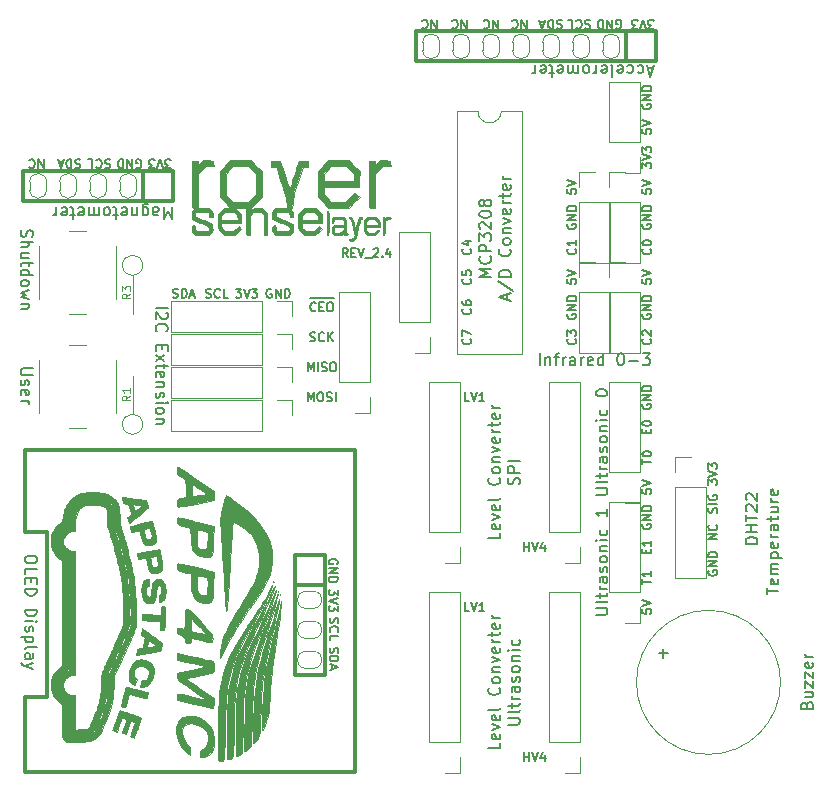
<source format=gto>
G04 #@! TF.FileFunction,Legend,Top*
%FSLAX46Y46*%
G04 Gerber Fmt 4.6, Leading zero omitted, Abs format (unit mm)*
G04 Created by KiCad (PCBNEW 4.0.5) date 11/17/17 15:23:21*
%MOMM*%
%LPD*%
G01*
G04 APERTURE LIST*
%ADD10C,0.100000*%
%ADD11C,0.150000*%
%ADD12C,0.187500*%
%ADD13C,0.200000*%
%ADD14C,0.010000*%
%ADD15C,0.120000*%
%ADD16C,0.300000*%
%ADD17C,0.304800*%
G04 APERTURE END LIST*
D10*
D11*
X165282571Y-120038571D02*
X165330190Y-119895714D01*
X165377810Y-119848095D01*
X165473048Y-119800476D01*
X165615905Y-119800476D01*
X165711143Y-119848095D01*
X165758762Y-119895714D01*
X165806381Y-119990952D01*
X165806381Y-120371905D01*
X164806381Y-120371905D01*
X164806381Y-120038571D01*
X164854000Y-119943333D01*
X164901619Y-119895714D01*
X164996857Y-119848095D01*
X165092095Y-119848095D01*
X165187333Y-119895714D01*
X165234952Y-119943333D01*
X165282571Y-120038571D01*
X165282571Y-120371905D01*
X165139714Y-118943333D02*
X165806381Y-118943333D01*
X165139714Y-119371905D02*
X165663524Y-119371905D01*
X165758762Y-119324286D01*
X165806381Y-119229048D01*
X165806381Y-119086190D01*
X165758762Y-118990952D01*
X165711143Y-118943333D01*
X165139714Y-118562381D02*
X165139714Y-118038571D01*
X165806381Y-118562381D01*
X165806381Y-118038571D01*
X165139714Y-117752857D02*
X165139714Y-117229047D01*
X165806381Y-117752857D01*
X165806381Y-117229047D01*
X165758762Y-116467142D02*
X165806381Y-116562380D01*
X165806381Y-116752857D01*
X165758762Y-116848095D01*
X165663524Y-116895714D01*
X165282571Y-116895714D01*
X165187333Y-116848095D01*
X165139714Y-116752857D01*
X165139714Y-116562380D01*
X165187333Y-116467142D01*
X165282571Y-116419523D01*
X165377810Y-116419523D01*
X165473048Y-116895714D01*
X165806381Y-115990952D02*
X165139714Y-115990952D01*
X165330190Y-115990952D02*
X165234952Y-115943333D01*
X165187333Y-115895714D01*
X165139714Y-115800476D01*
X165139714Y-115705237D01*
D12*
X133939286Y-62017714D02*
X133939286Y-62767714D01*
X133510714Y-62017714D01*
X133510714Y-62767714D01*
X132725000Y-62089143D02*
X132760714Y-62053429D01*
X132867857Y-62017714D01*
X132939286Y-62017714D01*
X133046429Y-62053429D01*
X133117857Y-62124857D01*
X133153572Y-62196286D01*
X133189286Y-62339143D01*
X133189286Y-62446286D01*
X133153572Y-62589143D01*
X133117857Y-62660571D01*
X133046429Y-62732000D01*
X132939286Y-62767714D01*
X132867857Y-62767714D01*
X132760714Y-62732000D01*
X132725000Y-62696286D01*
X136479286Y-62017714D02*
X136479286Y-62767714D01*
X136050714Y-62017714D01*
X136050714Y-62767714D01*
X135265000Y-62089143D02*
X135300714Y-62053429D01*
X135407857Y-62017714D01*
X135479286Y-62017714D01*
X135586429Y-62053429D01*
X135657857Y-62124857D01*
X135693572Y-62196286D01*
X135729286Y-62339143D01*
X135729286Y-62446286D01*
X135693572Y-62589143D01*
X135657857Y-62660571D01*
X135586429Y-62732000D01*
X135479286Y-62767714D01*
X135407857Y-62767714D01*
X135300714Y-62732000D01*
X135265000Y-62696286D01*
X139146286Y-62017714D02*
X139146286Y-62767714D01*
X138717714Y-62017714D01*
X138717714Y-62767714D01*
X137932000Y-62089143D02*
X137967714Y-62053429D01*
X138074857Y-62017714D01*
X138146286Y-62017714D01*
X138253429Y-62053429D01*
X138324857Y-62124857D01*
X138360572Y-62196286D01*
X138396286Y-62339143D01*
X138396286Y-62446286D01*
X138360572Y-62589143D01*
X138324857Y-62660571D01*
X138253429Y-62732000D01*
X138146286Y-62767714D01*
X138074857Y-62767714D01*
X137967714Y-62732000D01*
X137932000Y-62696286D01*
X141559286Y-62017714D02*
X141559286Y-62767714D01*
X141130714Y-62017714D01*
X141130714Y-62767714D01*
X140345000Y-62089143D02*
X140380714Y-62053429D01*
X140487857Y-62017714D01*
X140559286Y-62017714D01*
X140666429Y-62053429D01*
X140737857Y-62124857D01*
X140773572Y-62196286D01*
X140809286Y-62339143D01*
X140809286Y-62446286D01*
X140773572Y-62589143D01*
X140737857Y-62660571D01*
X140666429Y-62732000D01*
X140559286Y-62767714D01*
X140487857Y-62767714D01*
X140380714Y-62732000D01*
X140345000Y-62696286D01*
X100665286Y-73828714D02*
X100665286Y-74578714D01*
X100236714Y-73828714D01*
X100236714Y-74578714D01*
X99451000Y-73900143D02*
X99486714Y-73864429D01*
X99593857Y-73828714D01*
X99665286Y-73828714D01*
X99772429Y-73864429D01*
X99843857Y-73935857D01*
X99879572Y-74007286D01*
X99915286Y-74150143D01*
X99915286Y-74257286D01*
X99879572Y-74400143D01*
X99843857Y-74471571D01*
X99772429Y-74543000D01*
X99665286Y-74578714D01*
X99593857Y-74578714D01*
X99486714Y-74543000D01*
X99451000Y-74507286D01*
X106302857Y-73864429D02*
X106195714Y-73828714D01*
X106017143Y-73828714D01*
X105945714Y-73864429D01*
X105910000Y-73900143D01*
X105874285Y-73971571D01*
X105874285Y-74043000D01*
X105910000Y-74114429D01*
X105945714Y-74150143D01*
X106017143Y-74185857D01*
X106160000Y-74221571D01*
X106231428Y-74257286D01*
X106267143Y-74293000D01*
X106302857Y-74364429D01*
X106302857Y-74435857D01*
X106267143Y-74507286D01*
X106231428Y-74543000D01*
X106160000Y-74578714D01*
X105981428Y-74578714D01*
X105874285Y-74543000D01*
X105124285Y-73900143D02*
X105159999Y-73864429D01*
X105267142Y-73828714D01*
X105338571Y-73828714D01*
X105445714Y-73864429D01*
X105517142Y-73935857D01*
X105552857Y-74007286D01*
X105588571Y-74150143D01*
X105588571Y-74257286D01*
X105552857Y-74400143D01*
X105517142Y-74471571D01*
X105445714Y-74543000D01*
X105338571Y-74578714D01*
X105267142Y-74578714D01*
X105159999Y-74543000D01*
X105124285Y-74507286D01*
X104445714Y-73828714D02*
X104802857Y-73828714D01*
X104802857Y-74578714D01*
X103780714Y-73864429D02*
X103673571Y-73828714D01*
X103495000Y-73828714D01*
X103423571Y-73864429D01*
X103387857Y-73900143D01*
X103352142Y-73971571D01*
X103352142Y-74043000D01*
X103387857Y-74114429D01*
X103423571Y-74150143D01*
X103495000Y-74185857D01*
X103637857Y-74221571D01*
X103709285Y-74257286D01*
X103745000Y-74293000D01*
X103780714Y-74364429D01*
X103780714Y-74435857D01*
X103745000Y-74507286D01*
X103709285Y-74543000D01*
X103637857Y-74578714D01*
X103459285Y-74578714D01*
X103352142Y-74543000D01*
X103030714Y-73828714D02*
X103030714Y-74578714D01*
X102852142Y-74578714D01*
X102744999Y-74543000D01*
X102673571Y-74471571D01*
X102637856Y-74400143D01*
X102602142Y-74257286D01*
X102602142Y-74150143D01*
X102637856Y-74007286D01*
X102673571Y-73935857D01*
X102744999Y-73864429D01*
X102852142Y-73828714D01*
X103030714Y-73828714D01*
X102316428Y-74043000D02*
X101959285Y-74043000D01*
X102387856Y-73828714D02*
X102137856Y-74578714D01*
X101887856Y-73828714D01*
X111418571Y-74578714D02*
X110954285Y-74578714D01*
X111204285Y-74293000D01*
X111097143Y-74293000D01*
X111025714Y-74257286D01*
X110990000Y-74221571D01*
X110954285Y-74150143D01*
X110954285Y-73971571D01*
X110990000Y-73900143D01*
X111025714Y-73864429D01*
X111097143Y-73828714D01*
X111311428Y-73828714D01*
X111382857Y-73864429D01*
X111418571Y-73900143D01*
X110739999Y-74578714D02*
X110489999Y-73828714D01*
X110239999Y-74578714D01*
X110061428Y-74578714D02*
X109597142Y-74578714D01*
X109847142Y-74293000D01*
X109740000Y-74293000D01*
X109668571Y-74257286D01*
X109632857Y-74221571D01*
X109597142Y-74150143D01*
X109597142Y-73971571D01*
X109632857Y-73900143D01*
X109668571Y-73864429D01*
X109740000Y-73828714D01*
X109954285Y-73828714D01*
X110025714Y-73864429D01*
X110061428Y-73900143D01*
X108521428Y-74543000D02*
X108592857Y-74578714D01*
X108700000Y-74578714D01*
X108807143Y-74543000D01*
X108878571Y-74471571D01*
X108914286Y-74400143D01*
X108950000Y-74257286D01*
X108950000Y-74150143D01*
X108914286Y-74007286D01*
X108878571Y-73935857D01*
X108807143Y-73864429D01*
X108700000Y-73828714D01*
X108628571Y-73828714D01*
X108521428Y-73864429D01*
X108485714Y-73900143D01*
X108485714Y-74150143D01*
X108628571Y-74150143D01*
X108164286Y-73828714D02*
X108164286Y-74578714D01*
X107735714Y-73828714D01*
X107735714Y-74578714D01*
X107378572Y-73828714D02*
X107378572Y-74578714D01*
X107200000Y-74578714D01*
X107092857Y-74543000D01*
X107021429Y-74471571D01*
X106985714Y-74400143D01*
X106950000Y-74257286D01*
X106950000Y-74150143D01*
X106985714Y-74007286D01*
X107021429Y-73935857D01*
X107092857Y-73864429D01*
X107200000Y-73828714D01*
X107378572Y-73828714D01*
X114423143Y-85520571D02*
X114530286Y-85556286D01*
X114708857Y-85556286D01*
X114780286Y-85520571D01*
X114816000Y-85484857D01*
X114851715Y-85413429D01*
X114851715Y-85342000D01*
X114816000Y-85270571D01*
X114780286Y-85234857D01*
X114708857Y-85199143D01*
X114566000Y-85163429D01*
X114494572Y-85127714D01*
X114458857Y-85092000D01*
X114423143Y-85020571D01*
X114423143Y-84949143D01*
X114458857Y-84877714D01*
X114494572Y-84842000D01*
X114566000Y-84806286D01*
X114744572Y-84806286D01*
X114851715Y-84842000D01*
X115601715Y-85484857D02*
X115566001Y-85520571D01*
X115458858Y-85556286D01*
X115387429Y-85556286D01*
X115280286Y-85520571D01*
X115208858Y-85449143D01*
X115173143Y-85377714D01*
X115137429Y-85234857D01*
X115137429Y-85127714D01*
X115173143Y-84984857D01*
X115208858Y-84913429D01*
X115280286Y-84842000D01*
X115387429Y-84806286D01*
X115458858Y-84806286D01*
X115566001Y-84842000D01*
X115601715Y-84877714D01*
X116280286Y-85556286D02*
X115923143Y-85556286D01*
X115923143Y-84806286D01*
X111611286Y-85520571D02*
X111718429Y-85556286D01*
X111897000Y-85556286D01*
X111968429Y-85520571D01*
X112004143Y-85484857D01*
X112039858Y-85413429D01*
X112039858Y-85342000D01*
X112004143Y-85270571D01*
X111968429Y-85234857D01*
X111897000Y-85199143D01*
X111754143Y-85163429D01*
X111682715Y-85127714D01*
X111647000Y-85092000D01*
X111611286Y-85020571D01*
X111611286Y-84949143D01*
X111647000Y-84877714D01*
X111682715Y-84842000D01*
X111754143Y-84806286D01*
X111932715Y-84806286D01*
X112039858Y-84842000D01*
X112361286Y-85556286D02*
X112361286Y-84806286D01*
X112539858Y-84806286D01*
X112647001Y-84842000D01*
X112718429Y-84913429D01*
X112754144Y-84984857D01*
X112789858Y-85127714D01*
X112789858Y-85234857D01*
X112754144Y-85377714D01*
X112718429Y-85449143D01*
X112647001Y-85520571D01*
X112539858Y-85556286D01*
X112361286Y-85556286D01*
X113075572Y-85342000D02*
X113432715Y-85342000D01*
X113004144Y-85556286D02*
X113254144Y-84806286D01*
X113504144Y-85556286D01*
X116927429Y-84806286D02*
X117391715Y-84806286D01*
X117141715Y-85092000D01*
X117248857Y-85092000D01*
X117320286Y-85127714D01*
X117356000Y-85163429D01*
X117391715Y-85234857D01*
X117391715Y-85413429D01*
X117356000Y-85484857D01*
X117320286Y-85520571D01*
X117248857Y-85556286D01*
X117034572Y-85556286D01*
X116963143Y-85520571D01*
X116927429Y-85484857D01*
X117606001Y-84806286D02*
X117856001Y-85556286D01*
X118106001Y-84806286D01*
X118284572Y-84806286D02*
X118748858Y-84806286D01*
X118498858Y-85092000D01*
X118606000Y-85092000D01*
X118677429Y-85127714D01*
X118713143Y-85163429D01*
X118748858Y-85234857D01*
X118748858Y-85413429D01*
X118713143Y-85484857D01*
X118677429Y-85520571D01*
X118606000Y-85556286D01*
X118391715Y-85556286D01*
X118320286Y-85520571D01*
X118284572Y-85484857D01*
X119951572Y-84842000D02*
X119880143Y-84806286D01*
X119773000Y-84806286D01*
X119665857Y-84842000D01*
X119594429Y-84913429D01*
X119558714Y-84984857D01*
X119523000Y-85127714D01*
X119523000Y-85234857D01*
X119558714Y-85377714D01*
X119594429Y-85449143D01*
X119665857Y-85520571D01*
X119773000Y-85556286D01*
X119844429Y-85556286D01*
X119951572Y-85520571D01*
X119987286Y-85484857D01*
X119987286Y-85234857D01*
X119844429Y-85234857D01*
X120308714Y-85556286D02*
X120308714Y-84806286D01*
X120737286Y-85556286D01*
X120737286Y-84806286D01*
X121094428Y-85556286D02*
X121094428Y-84806286D01*
X121273000Y-84806286D01*
X121380143Y-84842000D01*
X121451571Y-84913429D01*
X121487286Y-84984857D01*
X121523000Y-85127714D01*
X121523000Y-85234857D01*
X121487286Y-85377714D01*
X121451571Y-85449143D01*
X121380143Y-85520571D01*
X121273000Y-85556286D01*
X121094428Y-85556286D01*
D11*
X161885381Y-110672001D02*
X161885381Y-110100572D01*
X162885381Y-110386287D02*
X161885381Y-110386287D01*
X162837762Y-109386286D02*
X162885381Y-109481524D01*
X162885381Y-109672001D01*
X162837762Y-109767239D01*
X162742524Y-109814858D01*
X162361571Y-109814858D01*
X162266333Y-109767239D01*
X162218714Y-109672001D01*
X162218714Y-109481524D01*
X162266333Y-109386286D01*
X162361571Y-109338667D01*
X162456810Y-109338667D01*
X162552048Y-109814858D01*
X162885381Y-108910096D02*
X162218714Y-108910096D01*
X162313952Y-108910096D02*
X162266333Y-108862477D01*
X162218714Y-108767239D01*
X162218714Y-108624381D01*
X162266333Y-108529143D01*
X162361571Y-108481524D01*
X162885381Y-108481524D01*
X162361571Y-108481524D02*
X162266333Y-108433905D01*
X162218714Y-108338667D01*
X162218714Y-108195810D01*
X162266333Y-108100572D01*
X162361571Y-108052953D01*
X162885381Y-108052953D01*
X162218714Y-107576763D02*
X163218714Y-107576763D01*
X162266333Y-107576763D02*
X162218714Y-107481525D01*
X162218714Y-107291048D01*
X162266333Y-107195810D01*
X162313952Y-107148191D01*
X162409190Y-107100572D01*
X162694905Y-107100572D01*
X162790143Y-107148191D01*
X162837762Y-107195810D01*
X162885381Y-107291048D01*
X162885381Y-107481525D01*
X162837762Y-107576763D01*
X162837762Y-106291048D02*
X162885381Y-106386286D01*
X162885381Y-106576763D01*
X162837762Y-106672001D01*
X162742524Y-106719620D01*
X162361571Y-106719620D01*
X162266333Y-106672001D01*
X162218714Y-106576763D01*
X162218714Y-106386286D01*
X162266333Y-106291048D01*
X162361571Y-106243429D01*
X162456810Y-106243429D01*
X162552048Y-106719620D01*
X162885381Y-105814858D02*
X162218714Y-105814858D01*
X162409190Y-105814858D02*
X162313952Y-105767239D01*
X162266333Y-105719620D01*
X162218714Y-105624382D01*
X162218714Y-105529143D01*
X162885381Y-104767238D02*
X162361571Y-104767238D01*
X162266333Y-104814857D01*
X162218714Y-104910095D01*
X162218714Y-105100572D01*
X162266333Y-105195810D01*
X162837762Y-104767238D02*
X162885381Y-104862476D01*
X162885381Y-105100572D01*
X162837762Y-105195810D01*
X162742524Y-105243429D01*
X162647286Y-105243429D01*
X162552048Y-105195810D01*
X162504429Y-105100572D01*
X162504429Y-104862476D01*
X162456810Y-104767238D01*
X162218714Y-104433905D02*
X162218714Y-104052953D01*
X161885381Y-104291048D02*
X162742524Y-104291048D01*
X162837762Y-104243429D01*
X162885381Y-104148191D01*
X162885381Y-104052953D01*
X162218714Y-103291047D02*
X162885381Y-103291047D01*
X162218714Y-103719619D02*
X162742524Y-103719619D01*
X162837762Y-103672000D01*
X162885381Y-103576762D01*
X162885381Y-103433904D01*
X162837762Y-103338666D01*
X162790143Y-103291047D01*
X162885381Y-102814857D02*
X162218714Y-102814857D01*
X162409190Y-102814857D02*
X162313952Y-102767238D01*
X162266333Y-102719619D01*
X162218714Y-102624381D01*
X162218714Y-102529142D01*
X162837762Y-101814856D02*
X162885381Y-101910094D01*
X162885381Y-102100571D01*
X162837762Y-102195809D01*
X162742524Y-102243428D01*
X162361571Y-102243428D01*
X162266333Y-102195809D01*
X162218714Y-102100571D01*
X162218714Y-101910094D01*
X162266333Y-101814856D01*
X162361571Y-101767237D01*
X162456810Y-101767237D01*
X162552048Y-102243428D01*
D12*
X124918429Y-115167286D02*
X124882714Y-115274429D01*
X124882714Y-115453000D01*
X124918429Y-115524429D01*
X124954143Y-115560143D01*
X125025571Y-115595858D01*
X125097000Y-115595858D01*
X125168429Y-115560143D01*
X125204143Y-115524429D01*
X125239857Y-115453000D01*
X125275571Y-115310143D01*
X125311286Y-115238715D01*
X125347000Y-115203000D01*
X125418429Y-115167286D01*
X125489857Y-115167286D01*
X125561286Y-115203000D01*
X125597000Y-115238715D01*
X125632714Y-115310143D01*
X125632714Y-115488715D01*
X125597000Y-115595858D01*
X124882714Y-115917286D02*
X125632714Y-115917286D01*
X125632714Y-116095858D01*
X125597000Y-116203001D01*
X125525571Y-116274429D01*
X125454143Y-116310144D01*
X125311286Y-116345858D01*
X125204143Y-116345858D01*
X125061286Y-116310144D01*
X124989857Y-116274429D01*
X124918429Y-116203001D01*
X124882714Y-116095858D01*
X124882714Y-115917286D01*
X125097000Y-116631572D02*
X125097000Y-116988715D01*
X124882714Y-116560144D02*
X125632714Y-116810144D01*
X124882714Y-117060144D01*
X124918429Y-112645143D02*
X124882714Y-112752286D01*
X124882714Y-112930857D01*
X124918429Y-113002286D01*
X124954143Y-113038000D01*
X125025571Y-113073715D01*
X125097000Y-113073715D01*
X125168429Y-113038000D01*
X125204143Y-113002286D01*
X125239857Y-112930857D01*
X125275571Y-112788000D01*
X125311286Y-112716572D01*
X125347000Y-112680857D01*
X125418429Y-112645143D01*
X125489857Y-112645143D01*
X125561286Y-112680857D01*
X125597000Y-112716572D01*
X125632714Y-112788000D01*
X125632714Y-112966572D01*
X125597000Y-113073715D01*
X124954143Y-113823715D02*
X124918429Y-113788001D01*
X124882714Y-113680858D01*
X124882714Y-113609429D01*
X124918429Y-113502286D01*
X124989857Y-113430858D01*
X125061286Y-113395143D01*
X125204143Y-113359429D01*
X125311286Y-113359429D01*
X125454143Y-113395143D01*
X125525571Y-113430858D01*
X125597000Y-113502286D01*
X125632714Y-113609429D01*
X125632714Y-113680858D01*
X125597000Y-113788001D01*
X125561286Y-113823715D01*
X124882714Y-114502286D02*
X124882714Y-114145143D01*
X125632714Y-114145143D01*
X125569214Y-110259929D02*
X125569214Y-110724215D01*
X125283500Y-110474215D01*
X125283500Y-110581357D01*
X125247786Y-110652786D01*
X125212071Y-110688500D01*
X125140643Y-110724215D01*
X124962071Y-110724215D01*
X124890643Y-110688500D01*
X124854929Y-110652786D01*
X124819214Y-110581357D01*
X124819214Y-110367072D01*
X124854929Y-110295643D01*
X124890643Y-110259929D01*
X125569214Y-110938501D02*
X124819214Y-111188501D01*
X125569214Y-111438501D01*
X125569214Y-111617072D02*
X125569214Y-112081358D01*
X125283500Y-111831358D01*
X125283500Y-111938500D01*
X125247786Y-112009929D01*
X125212071Y-112045643D01*
X125140643Y-112081358D01*
X124962071Y-112081358D01*
X124890643Y-112045643D01*
X124854929Y-112009929D01*
X124819214Y-111938500D01*
X124819214Y-111724215D01*
X124854929Y-111652786D01*
X124890643Y-111617072D01*
X125533500Y-108077072D02*
X125569214Y-108005643D01*
X125569214Y-107898500D01*
X125533500Y-107791357D01*
X125462071Y-107719929D01*
X125390643Y-107684214D01*
X125247786Y-107648500D01*
X125140643Y-107648500D01*
X124997786Y-107684214D01*
X124926357Y-107719929D01*
X124854929Y-107791357D01*
X124819214Y-107898500D01*
X124819214Y-107969929D01*
X124854929Y-108077072D01*
X124890643Y-108112786D01*
X125140643Y-108112786D01*
X125140643Y-107969929D01*
X124819214Y-108434214D02*
X125569214Y-108434214D01*
X124819214Y-108862786D01*
X125569214Y-108862786D01*
X124819214Y-109219928D02*
X125569214Y-109219928D01*
X125569214Y-109398500D01*
X125533500Y-109505643D01*
X125462071Y-109577071D01*
X125390643Y-109612786D01*
X125247786Y-109648500D01*
X125140643Y-109648500D01*
X124997786Y-109612786D01*
X124926357Y-109577071D01*
X124854929Y-109505643D01*
X124819214Y-109398500D01*
X124819214Y-109219928D01*
X125533500Y-108077072D02*
X125569214Y-108005643D01*
X125569214Y-107898500D01*
X125533500Y-107791357D01*
X125462071Y-107719929D01*
X125390643Y-107684214D01*
X125247786Y-107648500D01*
X125140643Y-107648500D01*
X124997786Y-107684214D01*
X124926357Y-107719929D01*
X124854929Y-107791357D01*
X124819214Y-107898500D01*
X124819214Y-107969929D01*
X124854929Y-108077072D01*
X124890643Y-108112786D01*
X125140643Y-108112786D01*
X125140643Y-107969929D01*
X124819214Y-108434214D02*
X125569214Y-108434214D01*
X124819214Y-108862786D01*
X125569214Y-108862786D01*
X124819214Y-109219928D02*
X125569214Y-109219928D01*
X125569214Y-109398500D01*
X125533500Y-109505643D01*
X125462071Y-109577071D01*
X125390643Y-109612786D01*
X125247786Y-109648500D01*
X125140643Y-109648500D01*
X124997786Y-109612786D01*
X124926357Y-109577071D01*
X124854929Y-109505643D01*
X124819214Y-109398500D01*
X124819214Y-109219928D01*
X125569214Y-110259929D02*
X125569214Y-110724215D01*
X125283500Y-110474215D01*
X125283500Y-110581357D01*
X125247786Y-110652786D01*
X125212071Y-110688500D01*
X125140643Y-110724215D01*
X124962071Y-110724215D01*
X124890643Y-110688500D01*
X124854929Y-110652786D01*
X124819214Y-110581357D01*
X124819214Y-110367072D01*
X124854929Y-110295643D01*
X124890643Y-110259929D01*
X125569214Y-110938501D02*
X124819214Y-111188501D01*
X125569214Y-111438501D01*
X125569214Y-111617072D02*
X125569214Y-112081358D01*
X125283500Y-111831358D01*
X125283500Y-111938500D01*
X125247786Y-112009929D01*
X125212071Y-112045643D01*
X125140643Y-112081358D01*
X124962071Y-112081358D01*
X124890643Y-112045643D01*
X124854929Y-112009929D01*
X124819214Y-111938500D01*
X124819214Y-111724215D01*
X124854929Y-111652786D01*
X124890643Y-111617072D01*
X125569214Y-110259929D02*
X125569214Y-110724215D01*
X125283500Y-110474215D01*
X125283500Y-110581357D01*
X125247786Y-110652786D01*
X125212071Y-110688500D01*
X125140643Y-110724215D01*
X124962071Y-110724215D01*
X124890643Y-110688500D01*
X124854929Y-110652786D01*
X124819214Y-110581357D01*
X124819214Y-110367072D01*
X124854929Y-110295643D01*
X124890643Y-110259929D01*
X125569214Y-110938501D02*
X124819214Y-111188501D01*
X125569214Y-111438501D01*
X125569214Y-111617072D02*
X125569214Y-112081358D01*
X125283500Y-111831358D01*
X125283500Y-111938500D01*
X125247786Y-112009929D01*
X125212071Y-112045643D01*
X125140643Y-112081358D01*
X124962071Y-112081358D01*
X124890643Y-112045643D01*
X124854929Y-112009929D01*
X124819214Y-111938500D01*
X124819214Y-111724215D01*
X124854929Y-111652786D01*
X124890643Y-111617072D01*
X125533500Y-108077072D02*
X125569214Y-108005643D01*
X125569214Y-107898500D01*
X125533500Y-107791357D01*
X125462071Y-107719929D01*
X125390643Y-107684214D01*
X125247786Y-107648500D01*
X125140643Y-107648500D01*
X124997786Y-107684214D01*
X124926357Y-107719929D01*
X124854929Y-107791357D01*
X124819214Y-107898500D01*
X124819214Y-107969929D01*
X124854929Y-108077072D01*
X124890643Y-108112786D01*
X125140643Y-108112786D01*
X125140643Y-107969929D01*
X124819214Y-108434214D02*
X125569214Y-108434214D01*
X124819214Y-108862786D01*
X125569214Y-108862786D01*
X124819214Y-109219928D02*
X125569214Y-109219928D01*
X125569214Y-109398500D01*
X125533500Y-109505643D01*
X125462071Y-109577071D01*
X125390643Y-109612786D01*
X125247786Y-109648500D01*
X125140643Y-109648500D01*
X124997786Y-109612786D01*
X124926357Y-109577071D01*
X124854929Y-109505643D01*
X124819214Y-109398500D01*
X124819214Y-109219928D01*
X125533500Y-108077072D02*
X125569214Y-108005643D01*
X125569214Y-107898500D01*
X125533500Y-107791357D01*
X125462071Y-107719929D01*
X125390643Y-107684214D01*
X125247786Y-107648500D01*
X125140643Y-107648500D01*
X124997786Y-107684214D01*
X124926357Y-107719929D01*
X124854929Y-107791357D01*
X124819214Y-107898500D01*
X124819214Y-107969929D01*
X124854929Y-108077072D01*
X124890643Y-108112786D01*
X125140643Y-108112786D01*
X125140643Y-107969929D01*
X124819214Y-108434214D02*
X125569214Y-108434214D01*
X124819214Y-108862786D01*
X125569214Y-108862786D01*
X124819214Y-109219928D02*
X125569214Y-109219928D01*
X125569214Y-109398500D01*
X125533500Y-109505643D01*
X125462071Y-109577071D01*
X125390643Y-109612786D01*
X125247786Y-109648500D01*
X125140643Y-109648500D01*
X124997786Y-109612786D01*
X124926357Y-109577071D01*
X124854929Y-109505643D01*
X124819214Y-109398500D01*
X124819214Y-109219928D01*
X125569214Y-110259929D02*
X125569214Y-110724215D01*
X125283500Y-110474215D01*
X125283500Y-110581357D01*
X125247786Y-110652786D01*
X125212071Y-110688500D01*
X125140643Y-110724215D01*
X124962071Y-110724215D01*
X124890643Y-110688500D01*
X124854929Y-110652786D01*
X124819214Y-110581357D01*
X124819214Y-110367072D01*
X124854929Y-110295643D01*
X124890643Y-110259929D01*
X125569214Y-110938501D02*
X124819214Y-111188501D01*
X125569214Y-111438501D01*
X125569214Y-111617072D02*
X125569214Y-112081358D01*
X125283500Y-111831358D01*
X125283500Y-111938500D01*
X125247786Y-112009929D01*
X125212071Y-112045643D01*
X125140643Y-112081358D01*
X124962071Y-112081358D01*
X124890643Y-112045643D01*
X124854929Y-112009929D01*
X124819214Y-111938500D01*
X124819214Y-111724215D01*
X124854929Y-111652786D01*
X124890643Y-111617072D01*
D11*
X100115619Y-107617190D02*
X100115619Y-107807667D01*
X100068000Y-107902905D01*
X99972762Y-107998143D01*
X99782286Y-108045762D01*
X99448952Y-108045762D01*
X99258476Y-107998143D01*
X99163238Y-107902905D01*
X99115619Y-107807667D01*
X99115619Y-107617190D01*
X99163238Y-107521952D01*
X99258476Y-107426714D01*
X99448952Y-107379095D01*
X99782286Y-107379095D01*
X99972762Y-107426714D01*
X100068000Y-107521952D01*
X100115619Y-107617190D01*
X99115619Y-108950524D02*
X99115619Y-108474333D01*
X100115619Y-108474333D01*
X99639429Y-109283857D02*
X99639429Y-109617191D01*
X99115619Y-109760048D02*
X99115619Y-109283857D01*
X100115619Y-109283857D01*
X100115619Y-109760048D01*
X99115619Y-110188619D02*
X100115619Y-110188619D01*
X100115619Y-110426714D01*
X100068000Y-110569572D01*
X99972762Y-110664810D01*
X99877524Y-110712429D01*
X99687048Y-110760048D01*
X99544190Y-110760048D01*
X99353714Y-110712429D01*
X99258476Y-110664810D01*
X99163238Y-110569572D01*
X99115619Y-110426714D01*
X99115619Y-110188619D01*
X99115619Y-111950524D02*
X100115619Y-111950524D01*
X100115619Y-112188619D01*
X100068000Y-112331477D01*
X99972762Y-112426715D01*
X99877524Y-112474334D01*
X99687048Y-112521953D01*
X99544190Y-112521953D01*
X99353714Y-112474334D01*
X99258476Y-112426715D01*
X99163238Y-112331477D01*
X99115619Y-112188619D01*
X99115619Y-111950524D01*
X99115619Y-112950524D02*
X99782286Y-112950524D01*
X100115619Y-112950524D02*
X100068000Y-112902905D01*
X100020381Y-112950524D01*
X100068000Y-112998143D01*
X100115619Y-112950524D01*
X100020381Y-112950524D01*
X99163238Y-113379095D02*
X99115619Y-113474333D01*
X99115619Y-113664809D01*
X99163238Y-113760048D01*
X99258476Y-113807667D01*
X99306095Y-113807667D01*
X99401333Y-113760048D01*
X99448952Y-113664809D01*
X99448952Y-113521952D01*
X99496571Y-113426714D01*
X99591810Y-113379095D01*
X99639429Y-113379095D01*
X99734667Y-113426714D01*
X99782286Y-113521952D01*
X99782286Y-113664809D01*
X99734667Y-113760048D01*
X99782286Y-114236238D02*
X98782286Y-114236238D01*
X99734667Y-114236238D02*
X99782286Y-114331476D01*
X99782286Y-114521953D01*
X99734667Y-114617191D01*
X99687048Y-114664810D01*
X99591810Y-114712429D01*
X99306095Y-114712429D01*
X99210857Y-114664810D01*
X99163238Y-114617191D01*
X99115619Y-114521953D01*
X99115619Y-114331476D01*
X99163238Y-114236238D01*
X99115619Y-115283857D02*
X99163238Y-115188619D01*
X99258476Y-115141000D01*
X100115619Y-115141000D01*
X99115619Y-116093382D02*
X99639429Y-116093382D01*
X99734667Y-116045763D01*
X99782286Y-115950525D01*
X99782286Y-115760048D01*
X99734667Y-115664810D01*
X99163238Y-116093382D02*
X99115619Y-115998144D01*
X99115619Y-115760048D01*
X99163238Y-115664810D01*
X99258476Y-115617191D01*
X99353714Y-115617191D01*
X99448952Y-115664810D01*
X99496571Y-115760048D01*
X99496571Y-115998144D01*
X99544190Y-116093382D01*
X99782286Y-116474334D02*
X99115619Y-116712429D01*
X99782286Y-116950525D02*
X99115619Y-116712429D01*
X98877524Y-116617191D01*
X98829905Y-116569572D01*
X98782286Y-116474334D01*
X110164619Y-86384428D02*
X111164619Y-86384428D01*
X111069381Y-86812999D02*
X111117000Y-86860618D01*
X111164619Y-86955856D01*
X111164619Y-87193952D01*
X111117000Y-87289190D01*
X111069381Y-87336809D01*
X110974143Y-87384428D01*
X110878905Y-87384428D01*
X110736048Y-87336809D01*
X110164619Y-86765380D01*
X110164619Y-87384428D01*
X110259857Y-88384428D02*
X110212238Y-88336809D01*
X110164619Y-88193952D01*
X110164619Y-88098714D01*
X110212238Y-87955856D01*
X110307476Y-87860618D01*
X110402714Y-87812999D01*
X110593190Y-87765380D01*
X110736048Y-87765380D01*
X110926524Y-87812999D01*
X111021762Y-87860618D01*
X111117000Y-87955856D01*
X111164619Y-88098714D01*
X111164619Y-88193952D01*
X111117000Y-88336809D01*
X111069381Y-88384428D01*
X110688429Y-89574904D02*
X110688429Y-89908238D01*
X110164619Y-90051095D02*
X110164619Y-89574904D01*
X111164619Y-89574904D01*
X111164619Y-90051095D01*
X110164619Y-90384428D02*
X110831286Y-90908238D01*
X110831286Y-90384428D02*
X110164619Y-90908238D01*
X110831286Y-91146333D02*
X110831286Y-91527285D01*
X111164619Y-91289190D02*
X110307476Y-91289190D01*
X110212238Y-91336809D01*
X110164619Y-91432047D01*
X110164619Y-91527285D01*
X110212238Y-92241572D02*
X110164619Y-92146334D01*
X110164619Y-91955857D01*
X110212238Y-91860619D01*
X110307476Y-91813000D01*
X110688429Y-91813000D01*
X110783667Y-91860619D01*
X110831286Y-91955857D01*
X110831286Y-92146334D01*
X110783667Y-92241572D01*
X110688429Y-92289191D01*
X110593190Y-92289191D01*
X110497952Y-91813000D01*
X110831286Y-92717762D02*
X110164619Y-92717762D01*
X110736048Y-92717762D02*
X110783667Y-92765381D01*
X110831286Y-92860619D01*
X110831286Y-93003477D01*
X110783667Y-93098715D01*
X110688429Y-93146334D01*
X110164619Y-93146334D01*
X110212238Y-93574905D02*
X110164619Y-93670143D01*
X110164619Y-93860619D01*
X110212238Y-93955858D01*
X110307476Y-94003477D01*
X110355095Y-94003477D01*
X110450333Y-93955858D01*
X110497952Y-93860619D01*
X110497952Y-93717762D01*
X110545571Y-93622524D01*
X110640810Y-93574905D01*
X110688429Y-93574905D01*
X110783667Y-93622524D01*
X110831286Y-93717762D01*
X110831286Y-93860619D01*
X110783667Y-93955858D01*
X110164619Y-94432048D02*
X110831286Y-94432048D01*
X111164619Y-94432048D02*
X111117000Y-94384429D01*
X111069381Y-94432048D01*
X111117000Y-94479667D01*
X111164619Y-94432048D01*
X111069381Y-94432048D01*
X110164619Y-95051095D02*
X110212238Y-94955857D01*
X110259857Y-94908238D01*
X110355095Y-94860619D01*
X110640810Y-94860619D01*
X110736048Y-94908238D01*
X110783667Y-94955857D01*
X110831286Y-95051095D01*
X110831286Y-95193953D01*
X110783667Y-95289191D01*
X110736048Y-95336810D01*
X110640810Y-95384429D01*
X110355095Y-95384429D01*
X110259857Y-95336810D01*
X110212238Y-95289191D01*
X110164619Y-95193953D01*
X110164619Y-95051095D01*
X110831286Y-95813000D02*
X110164619Y-95813000D01*
X110736048Y-95813000D02*
X110783667Y-95860619D01*
X110831286Y-95955857D01*
X110831286Y-96098715D01*
X110783667Y-96193953D01*
X110688429Y-96241572D01*
X110164619Y-96241572D01*
X161107381Y-106386048D02*
X160107381Y-106386048D01*
X160107381Y-106147953D01*
X160155000Y-106005095D01*
X160250238Y-105909857D01*
X160345476Y-105862238D01*
X160535952Y-105814619D01*
X160678810Y-105814619D01*
X160869286Y-105862238D01*
X160964524Y-105909857D01*
X161059762Y-106005095D01*
X161107381Y-106147953D01*
X161107381Y-106386048D01*
X161107381Y-105386048D02*
X160107381Y-105386048D01*
X160583571Y-105386048D02*
X160583571Y-104814619D01*
X161107381Y-104814619D02*
X160107381Y-104814619D01*
X160107381Y-104481286D02*
X160107381Y-103909857D01*
X161107381Y-104195572D02*
X160107381Y-104195572D01*
X160202619Y-103624143D02*
X160155000Y-103576524D01*
X160107381Y-103481286D01*
X160107381Y-103243190D01*
X160155000Y-103147952D01*
X160202619Y-103100333D01*
X160297857Y-103052714D01*
X160393095Y-103052714D01*
X160535952Y-103100333D01*
X161107381Y-103671762D01*
X161107381Y-103052714D01*
X160202619Y-102671762D02*
X160155000Y-102624143D01*
X160107381Y-102528905D01*
X160107381Y-102290809D01*
X160155000Y-102195571D01*
X160202619Y-102147952D01*
X160297857Y-102100333D01*
X160393095Y-102100333D01*
X160535952Y-102147952D01*
X161107381Y-102719381D01*
X161107381Y-102100333D01*
D12*
X157692286Y-105999286D02*
X156942286Y-105999286D01*
X157692286Y-105570714D01*
X156942286Y-105570714D01*
X157620857Y-104785000D02*
X157656571Y-104820714D01*
X157692286Y-104927857D01*
X157692286Y-104999286D01*
X157656571Y-105106429D01*
X157585143Y-105177857D01*
X157513714Y-105213572D01*
X157370857Y-105249286D01*
X157263714Y-105249286D01*
X157120857Y-105213572D01*
X157049429Y-105177857D01*
X156978000Y-105106429D01*
X156942286Y-104999286D01*
X156942286Y-104927857D01*
X156978000Y-104820714D01*
X157013714Y-104785000D01*
X157656571Y-103764857D02*
X157692286Y-103657714D01*
X157692286Y-103479143D01*
X157656571Y-103407714D01*
X157620857Y-103372000D01*
X157549429Y-103336285D01*
X157478000Y-103336285D01*
X157406571Y-103372000D01*
X157370857Y-103407714D01*
X157335143Y-103479143D01*
X157299429Y-103622000D01*
X157263714Y-103693428D01*
X157228000Y-103729143D01*
X157156571Y-103764857D01*
X157085143Y-103764857D01*
X157013714Y-103729143D01*
X156978000Y-103693428D01*
X156942286Y-103622000D01*
X156942286Y-103443428D01*
X156978000Y-103336285D01*
X157692286Y-103014857D02*
X156942286Y-103014857D01*
X156978000Y-102264856D02*
X156942286Y-102336285D01*
X156942286Y-102443428D01*
X156978000Y-102550571D01*
X157049429Y-102621999D01*
X157120857Y-102657714D01*
X157263714Y-102693428D01*
X157370857Y-102693428D01*
X157513714Y-102657714D01*
X157585143Y-102621999D01*
X157656571Y-102550571D01*
X157692286Y-102443428D01*
X157692286Y-102371999D01*
X157656571Y-102264856D01*
X157620857Y-102229142D01*
X157370857Y-102229142D01*
X157370857Y-102371999D01*
X156942286Y-101385571D02*
X156942286Y-100921285D01*
X157228000Y-101171285D01*
X157228000Y-101064143D01*
X157263714Y-100992714D01*
X157299429Y-100957000D01*
X157370857Y-100921285D01*
X157549429Y-100921285D01*
X157620857Y-100957000D01*
X157656571Y-100992714D01*
X157692286Y-101064143D01*
X157692286Y-101278428D01*
X157656571Y-101349857D01*
X157620857Y-101385571D01*
X156942286Y-100706999D02*
X157692286Y-100456999D01*
X156942286Y-100206999D01*
X156942286Y-100028428D02*
X156942286Y-99564142D01*
X157228000Y-99814142D01*
X157228000Y-99707000D01*
X157263714Y-99635571D01*
X157299429Y-99599857D01*
X157370857Y-99564142D01*
X157549429Y-99564142D01*
X157620857Y-99599857D01*
X157656571Y-99635571D01*
X157692286Y-99707000D01*
X157692286Y-99921285D01*
X157656571Y-99992714D01*
X157620857Y-100028428D01*
X156978000Y-108648428D02*
X156942286Y-108719857D01*
X156942286Y-108827000D01*
X156978000Y-108934143D01*
X157049429Y-109005571D01*
X157120857Y-109041286D01*
X157263714Y-109077000D01*
X157370857Y-109077000D01*
X157513714Y-109041286D01*
X157585143Y-109005571D01*
X157656571Y-108934143D01*
X157692286Y-108827000D01*
X157692286Y-108755571D01*
X157656571Y-108648428D01*
X157620857Y-108612714D01*
X157370857Y-108612714D01*
X157370857Y-108755571D01*
X157692286Y-108291286D02*
X156942286Y-108291286D01*
X157692286Y-107862714D01*
X156942286Y-107862714D01*
X157692286Y-107505572D02*
X156942286Y-107505572D01*
X156942286Y-107327000D01*
X156978000Y-107219857D01*
X157049429Y-107148429D01*
X157120857Y-107112714D01*
X157263714Y-107077000D01*
X157370857Y-107077000D01*
X157513714Y-107112714D01*
X157585143Y-107148429D01*
X157656571Y-107219857D01*
X157692286Y-107327000D01*
X157692286Y-107505572D01*
X119951572Y-84842000D02*
X119880143Y-84806286D01*
X119773000Y-84806286D01*
X119665857Y-84842000D01*
X119594429Y-84913429D01*
X119558714Y-84984857D01*
X119523000Y-85127714D01*
X119523000Y-85234857D01*
X119558714Y-85377714D01*
X119594429Y-85449143D01*
X119665857Y-85520571D01*
X119773000Y-85556286D01*
X119844429Y-85556286D01*
X119951572Y-85520571D01*
X119987286Y-85484857D01*
X119987286Y-85234857D01*
X119844429Y-85234857D01*
X120308714Y-85556286D02*
X120308714Y-84806286D01*
X120737286Y-85556286D01*
X120737286Y-84806286D01*
X121094428Y-85556286D02*
X121094428Y-84806286D01*
X121273000Y-84806286D01*
X121380143Y-84842000D01*
X121451571Y-84913429D01*
X121487286Y-84984857D01*
X121523000Y-85127714D01*
X121523000Y-85234857D01*
X121487286Y-85377714D01*
X121451571Y-85449143D01*
X121380143Y-85520571D01*
X121273000Y-85556286D01*
X121094428Y-85556286D01*
X116927429Y-84806286D02*
X117391715Y-84806286D01*
X117141715Y-85092000D01*
X117248857Y-85092000D01*
X117320286Y-85127714D01*
X117356000Y-85163429D01*
X117391715Y-85234857D01*
X117391715Y-85413429D01*
X117356000Y-85484857D01*
X117320286Y-85520571D01*
X117248857Y-85556286D01*
X117034572Y-85556286D01*
X116963143Y-85520571D01*
X116927429Y-85484857D01*
X117606001Y-84806286D02*
X117856001Y-85556286D01*
X118106001Y-84806286D01*
X118284572Y-84806286D02*
X118748858Y-84806286D01*
X118498858Y-85092000D01*
X118606000Y-85092000D01*
X118677429Y-85127714D01*
X118713143Y-85163429D01*
X118748858Y-85234857D01*
X118748858Y-85413429D01*
X118713143Y-85484857D01*
X118677429Y-85520571D01*
X118606000Y-85556286D01*
X118391715Y-85556286D01*
X118320286Y-85520571D01*
X118284572Y-85484857D01*
X126408857Y-82127286D02*
X126158857Y-81770143D01*
X125980285Y-82127286D02*
X125980285Y-81377286D01*
X126266000Y-81377286D01*
X126337428Y-81413000D01*
X126373143Y-81448714D01*
X126408857Y-81520143D01*
X126408857Y-81627286D01*
X126373143Y-81698714D01*
X126337428Y-81734429D01*
X126266000Y-81770143D01*
X125980285Y-81770143D01*
X126730285Y-81734429D02*
X126980285Y-81734429D01*
X127087428Y-82127286D02*
X126730285Y-82127286D01*
X126730285Y-81377286D01*
X127087428Y-81377286D01*
X127301714Y-81377286D02*
X127551714Y-82127286D01*
X127801714Y-81377286D01*
X127873142Y-82198714D02*
X128444571Y-82198714D01*
X128587428Y-81448714D02*
X128623142Y-81413000D01*
X128694571Y-81377286D01*
X128873142Y-81377286D01*
X128944571Y-81413000D01*
X128980285Y-81448714D01*
X129016000Y-81520143D01*
X129016000Y-81591571D01*
X128980285Y-81698714D01*
X128551714Y-82127286D01*
X129016000Y-82127286D01*
X129337428Y-82055857D02*
X129373143Y-82091571D01*
X129337428Y-82127286D01*
X129301714Y-82091571D01*
X129337428Y-82055857D01*
X129337428Y-82127286D01*
X130016000Y-81627286D02*
X130016000Y-82127286D01*
X129837429Y-81341571D02*
X129658857Y-81877286D01*
X130123143Y-81877286D01*
X146942857Y-62053429D02*
X146835714Y-62017714D01*
X146657143Y-62017714D01*
X146585714Y-62053429D01*
X146550000Y-62089143D01*
X146514285Y-62160571D01*
X146514285Y-62232000D01*
X146550000Y-62303429D01*
X146585714Y-62339143D01*
X146657143Y-62374857D01*
X146800000Y-62410571D01*
X146871428Y-62446286D01*
X146907143Y-62482000D01*
X146942857Y-62553429D01*
X146942857Y-62624857D01*
X146907143Y-62696286D01*
X146871428Y-62732000D01*
X146800000Y-62767714D01*
X146621428Y-62767714D01*
X146514285Y-62732000D01*
X145764285Y-62089143D02*
X145799999Y-62053429D01*
X145907142Y-62017714D01*
X145978571Y-62017714D01*
X146085714Y-62053429D01*
X146157142Y-62124857D01*
X146192857Y-62196286D01*
X146228571Y-62339143D01*
X146228571Y-62446286D01*
X146192857Y-62589143D01*
X146157142Y-62660571D01*
X146085714Y-62732000D01*
X145978571Y-62767714D01*
X145907142Y-62767714D01*
X145799999Y-62732000D01*
X145764285Y-62696286D01*
X145085714Y-62017714D02*
X145442857Y-62017714D01*
X145442857Y-62767714D01*
X144547714Y-62053429D02*
X144440571Y-62017714D01*
X144262000Y-62017714D01*
X144190571Y-62053429D01*
X144154857Y-62089143D01*
X144119142Y-62160571D01*
X144119142Y-62232000D01*
X144154857Y-62303429D01*
X144190571Y-62339143D01*
X144262000Y-62374857D01*
X144404857Y-62410571D01*
X144476285Y-62446286D01*
X144512000Y-62482000D01*
X144547714Y-62553429D01*
X144547714Y-62624857D01*
X144512000Y-62696286D01*
X144476285Y-62732000D01*
X144404857Y-62767714D01*
X144226285Y-62767714D01*
X144119142Y-62732000D01*
X143797714Y-62017714D02*
X143797714Y-62767714D01*
X143619142Y-62767714D01*
X143511999Y-62732000D01*
X143440571Y-62660571D01*
X143404856Y-62589143D01*
X143369142Y-62446286D01*
X143369142Y-62339143D01*
X143404856Y-62196286D01*
X143440571Y-62124857D01*
X143511999Y-62053429D01*
X143619142Y-62017714D01*
X143797714Y-62017714D01*
X143083428Y-62232000D02*
X142726285Y-62232000D01*
X143154856Y-62017714D02*
X142904856Y-62767714D01*
X142654856Y-62017714D01*
X149161428Y-62732000D02*
X149232857Y-62767714D01*
X149340000Y-62767714D01*
X149447143Y-62732000D01*
X149518571Y-62660571D01*
X149554286Y-62589143D01*
X149590000Y-62446286D01*
X149590000Y-62339143D01*
X149554286Y-62196286D01*
X149518571Y-62124857D01*
X149447143Y-62053429D01*
X149340000Y-62017714D01*
X149268571Y-62017714D01*
X149161428Y-62053429D01*
X149125714Y-62089143D01*
X149125714Y-62339143D01*
X149268571Y-62339143D01*
X148804286Y-62017714D02*
X148804286Y-62767714D01*
X148375714Y-62017714D01*
X148375714Y-62767714D01*
X148018572Y-62017714D02*
X148018572Y-62767714D01*
X147840000Y-62767714D01*
X147732857Y-62732000D01*
X147661429Y-62660571D01*
X147625714Y-62589143D01*
X147590000Y-62446286D01*
X147590000Y-62339143D01*
X147625714Y-62196286D01*
X147661429Y-62124857D01*
X147732857Y-62053429D01*
X147840000Y-62017714D01*
X148018572Y-62017714D01*
X152312571Y-62767714D02*
X151848285Y-62767714D01*
X152098285Y-62482000D01*
X151991143Y-62482000D01*
X151919714Y-62446286D01*
X151884000Y-62410571D01*
X151848285Y-62339143D01*
X151848285Y-62160571D01*
X151884000Y-62089143D01*
X151919714Y-62053429D01*
X151991143Y-62017714D01*
X152205428Y-62017714D01*
X152276857Y-62053429D01*
X152312571Y-62089143D01*
X151633999Y-62767714D02*
X151383999Y-62017714D01*
X151133999Y-62767714D01*
X150955428Y-62767714D02*
X150491142Y-62767714D01*
X150741142Y-62482000D01*
X150634000Y-62482000D01*
X150562571Y-62446286D01*
X150526857Y-62410571D01*
X150491142Y-62339143D01*
X150491142Y-62160571D01*
X150526857Y-62089143D01*
X150562571Y-62053429D01*
X150634000Y-62017714D01*
X150848285Y-62017714D01*
X150919714Y-62053429D01*
X150955428Y-62089143D01*
D11*
X152288239Y-66127333D02*
X151812048Y-66127333D01*
X152383477Y-65841619D02*
X152050144Y-66841619D01*
X151716810Y-65841619D01*
X150954905Y-65889238D02*
X151050143Y-65841619D01*
X151240620Y-65841619D01*
X151335858Y-65889238D01*
X151383477Y-65936857D01*
X151431096Y-66032095D01*
X151431096Y-66317810D01*
X151383477Y-66413048D01*
X151335858Y-66460667D01*
X151240620Y-66508286D01*
X151050143Y-66508286D01*
X150954905Y-66460667D01*
X150097762Y-65889238D02*
X150193000Y-65841619D01*
X150383477Y-65841619D01*
X150478715Y-65889238D01*
X150526334Y-65936857D01*
X150573953Y-66032095D01*
X150573953Y-66317810D01*
X150526334Y-66413048D01*
X150478715Y-66460667D01*
X150383477Y-66508286D01*
X150193000Y-66508286D01*
X150097762Y-66460667D01*
X149288238Y-65889238D02*
X149383476Y-65841619D01*
X149573953Y-65841619D01*
X149669191Y-65889238D01*
X149716810Y-65984476D01*
X149716810Y-66365429D01*
X149669191Y-66460667D01*
X149573953Y-66508286D01*
X149383476Y-66508286D01*
X149288238Y-66460667D01*
X149240619Y-66365429D01*
X149240619Y-66270190D01*
X149716810Y-66174952D01*
X148669191Y-65841619D02*
X148764429Y-65889238D01*
X148812048Y-65984476D01*
X148812048Y-66841619D01*
X147907285Y-65889238D02*
X148002523Y-65841619D01*
X148193000Y-65841619D01*
X148288238Y-65889238D01*
X148335857Y-65984476D01*
X148335857Y-66365429D01*
X148288238Y-66460667D01*
X148193000Y-66508286D01*
X148002523Y-66508286D01*
X147907285Y-66460667D01*
X147859666Y-66365429D01*
X147859666Y-66270190D01*
X148335857Y-66174952D01*
X147431095Y-65841619D02*
X147431095Y-66508286D01*
X147431095Y-66317810D02*
X147383476Y-66413048D01*
X147335857Y-66460667D01*
X147240619Y-66508286D01*
X147145380Y-66508286D01*
X146669190Y-65841619D02*
X146764428Y-65889238D01*
X146812047Y-65936857D01*
X146859666Y-66032095D01*
X146859666Y-66317810D01*
X146812047Y-66413048D01*
X146764428Y-66460667D01*
X146669190Y-66508286D01*
X146526332Y-66508286D01*
X146431094Y-66460667D01*
X146383475Y-66413048D01*
X146335856Y-66317810D01*
X146335856Y-66032095D01*
X146383475Y-65936857D01*
X146431094Y-65889238D01*
X146526332Y-65841619D01*
X146669190Y-65841619D01*
X145907285Y-65841619D02*
X145907285Y-66508286D01*
X145907285Y-66413048D02*
X145859666Y-66460667D01*
X145764428Y-66508286D01*
X145621570Y-66508286D01*
X145526332Y-66460667D01*
X145478713Y-66365429D01*
X145478713Y-65841619D01*
X145478713Y-66365429D02*
X145431094Y-66460667D01*
X145335856Y-66508286D01*
X145192999Y-66508286D01*
X145097761Y-66460667D01*
X145050142Y-66365429D01*
X145050142Y-65841619D01*
X144192999Y-65889238D02*
X144288237Y-65841619D01*
X144478714Y-65841619D01*
X144573952Y-65889238D01*
X144621571Y-65984476D01*
X144621571Y-66365429D01*
X144573952Y-66460667D01*
X144478714Y-66508286D01*
X144288237Y-66508286D01*
X144192999Y-66460667D01*
X144145380Y-66365429D01*
X144145380Y-66270190D01*
X144621571Y-66174952D01*
X143859666Y-66508286D02*
X143478714Y-66508286D01*
X143716809Y-66841619D02*
X143716809Y-65984476D01*
X143669190Y-65889238D01*
X143573952Y-65841619D01*
X143478714Y-65841619D01*
X142764427Y-65889238D02*
X142859665Y-65841619D01*
X143050142Y-65841619D01*
X143145380Y-65889238D01*
X143192999Y-65984476D01*
X143192999Y-66365429D01*
X143145380Y-66460667D01*
X143050142Y-66508286D01*
X142859665Y-66508286D01*
X142764427Y-66460667D01*
X142716808Y-66365429D01*
X142716808Y-66270190D01*
X143192999Y-66174952D01*
X142288237Y-65841619D02*
X142288237Y-66508286D01*
X142288237Y-66317810D02*
X142240618Y-66413048D01*
X142192999Y-66460667D01*
X142097761Y-66508286D01*
X142002522Y-66508286D01*
X98782238Y-79827857D02*
X98734619Y-79970714D01*
X98734619Y-80208810D01*
X98782238Y-80304048D01*
X98829857Y-80351667D01*
X98925095Y-80399286D01*
X99020333Y-80399286D01*
X99115571Y-80351667D01*
X99163190Y-80304048D01*
X99210810Y-80208810D01*
X99258429Y-80018333D01*
X99306048Y-79923095D01*
X99353667Y-79875476D01*
X99448905Y-79827857D01*
X99544143Y-79827857D01*
X99639381Y-79875476D01*
X99687000Y-79923095D01*
X99734619Y-80018333D01*
X99734619Y-80256429D01*
X99687000Y-80399286D01*
X98734619Y-80827857D02*
X99734619Y-80827857D01*
X98734619Y-81256429D02*
X99258429Y-81256429D01*
X99353667Y-81208810D01*
X99401286Y-81113572D01*
X99401286Y-80970714D01*
X99353667Y-80875476D01*
X99306048Y-80827857D01*
X99401286Y-82161191D02*
X98734619Y-82161191D01*
X99401286Y-81732619D02*
X98877476Y-81732619D01*
X98782238Y-81780238D01*
X98734619Y-81875476D01*
X98734619Y-82018334D01*
X98782238Y-82113572D01*
X98829857Y-82161191D01*
X99401286Y-82494524D02*
X99401286Y-82875476D01*
X99734619Y-82637381D02*
X98877476Y-82637381D01*
X98782238Y-82685000D01*
X98734619Y-82780238D01*
X98734619Y-82875476D01*
X98734619Y-83637382D02*
X99734619Y-83637382D01*
X98782238Y-83637382D02*
X98734619Y-83542144D01*
X98734619Y-83351667D01*
X98782238Y-83256429D01*
X98829857Y-83208810D01*
X98925095Y-83161191D01*
X99210810Y-83161191D01*
X99306048Y-83208810D01*
X99353667Y-83256429D01*
X99401286Y-83351667D01*
X99401286Y-83542144D01*
X99353667Y-83637382D01*
X98734619Y-84256429D02*
X98782238Y-84161191D01*
X98829857Y-84113572D01*
X98925095Y-84065953D01*
X99210810Y-84065953D01*
X99306048Y-84113572D01*
X99353667Y-84161191D01*
X99401286Y-84256429D01*
X99401286Y-84399287D01*
X99353667Y-84494525D01*
X99306048Y-84542144D01*
X99210810Y-84589763D01*
X98925095Y-84589763D01*
X98829857Y-84542144D01*
X98782238Y-84494525D01*
X98734619Y-84399287D01*
X98734619Y-84256429D01*
X99401286Y-84923096D02*
X98734619Y-85113572D01*
X99210810Y-85304049D01*
X98734619Y-85494525D01*
X99401286Y-85685001D01*
X99401286Y-86065953D02*
X98734619Y-86065953D01*
X99306048Y-86065953D02*
X99353667Y-86113572D01*
X99401286Y-86208810D01*
X99401286Y-86351668D01*
X99353667Y-86446906D01*
X99258429Y-86494525D01*
X98734619Y-86494525D01*
X99734619Y-91535428D02*
X98925095Y-91535428D01*
X98829857Y-91583047D01*
X98782238Y-91630666D01*
X98734619Y-91725904D01*
X98734619Y-91916381D01*
X98782238Y-92011619D01*
X98829857Y-92059238D01*
X98925095Y-92106857D01*
X99734619Y-92106857D01*
X98782238Y-92535428D02*
X98734619Y-92630666D01*
X98734619Y-92821142D01*
X98782238Y-92916381D01*
X98877476Y-92964000D01*
X98925095Y-92964000D01*
X99020333Y-92916381D01*
X99067952Y-92821142D01*
X99067952Y-92678285D01*
X99115571Y-92583047D01*
X99210810Y-92535428D01*
X99258429Y-92535428D01*
X99353667Y-92583047D01*
X99401286Y-92678285D01*
X99401286Y-92821142D01*
X99353667Y-92916381D01*
X98782238Y-93773524D02*
X98734619Y-93678286D01*
X98734619Y-93487809D01*
X98782238Y-93392571D01*
X98877476Y-93344952D01*
X99258429Y-93344952D01*
X99353667Y-93392571D01*
X99401286Y-93487809D01*
X99401286Y-93678286D01*
X99353667Y-93773524D01*
X99258429Y-93821143D01*
X99163190Y-93821143D01*
X99067952Y-93344952D01*
X98734619Y-94249714D02*
X99401286Y-94249714D01*
X99210810Y-94249714D02*
X99306048Y-94297333D01*
X99353667Y-94344952D01*
X99401286Y-94440190D01*
X99401286Y-94535429D01*
D13*
X123190000Y-85598000D02*
X125222000Y-85598000D01*
D12*
X141347143Y-124799286D02*
X141347143Y-124049286D01*
X141347143Y-124406429D02*
X141775715Y-124406429D01*
X141775715Y-124799286D02*
X141775715Y-124049286D01*
X142025715Y-124049286D02*
X142275715Y-124799286D01*
X142525715Y-124049286D01*
X143097143Y-124299286D02*
X143097143Y-124799286D01*
X142918572Y-124013571D02*
X142740000Y-124549286D01*
X143204286Y-124549286D01*
X136713571Y-112099286D02*
X136356428Y-112099286D01*
X136356428Y-111349286D01*
X136856429Y-111349286D02*
X137106429Y-112099286D01*
X137356429Y-111349286D01*
X137999286Y-112099286D02*
X137570714Y-112099286D01*
X137785000Y-112099286D02*
X137785000Y-111349286D01*
X137713571Y-111456429D01*
X137642143Y-111527857D01*
X137570714Y-111563571D01*
X141347143Y-107019286D02*
X141347143Y-106269286D01*
X141347143Y-106626429D02*
X141775715Y-106626429D01*
X141775715Y-107019286D02*
X141775715Y-106269286D01*
X142025715Y-106269286D02*
X142275715Y-107019286D01*
X142525715Y-106269286D01*
X143097143Y-106519286D02*
X143097143Y-107019286D01*
X142918572Y-106233571D02*
X142740000Y-106769286D01*
X143204286Y-106769286D01*
X136713571Y-94319286D02*
X136356428Y-94319286D01*
X136356428Y-93569286D01*
X136856429Y-93569286D02*
X137106429Y-94319286D01*
X137356429Y-93569286D01*
X137999286Y-94319286D02*
X137570714Y-94319286D01*
X137785000Y-94319286D02*
X137785000Y-93569286D01*
X137713571Y-93676429D01*
X137642143Y-93747857D01*
X137570714Y-93783571D01*
D11*
X142677142Y-91257381D02*
X142677142Y-90257381D01*
X143153332Y-90590714D02*
X143153332Y-91257381D01*
X143153332Y-90685952D02*
X143200951Y-90638333D01*
X143296189Y-90590714D01*
X143439047Y-90590714D01*
X143534285Y-90638333D01*
X143581904Y-90733571D01*
X143581904Y-91257381D01*
X143915237Y-90590714D02*
X144296189Y-90590714D01*
X144058094Y-91257381D02*
X144058094Y-90400238D01*
X144105713Y-90305000D01*
X144200951Y-90257381D01*
X144296189Y-90257381D01*
X144629523Y-91257381D02*
X144629523Y-90590714D01*
X144629523Y-90781190D02*
X144677142Y-90685952D01*
X144724761Y-90638333D01*
X144819999Y-90590714D01*
X144915238Y-90590714D01*
X145677143Y-91257381D02*
X145677143Y-90733571D01*
X145629524Y-90638333D01*
X145534286Y-90590714D01*
X145343809Y-90590714D01*
X145248571Y-90638333D01*
X145677143Y-91209762D02*
X145581905Y-91257381D01*
X145343809Y-91257381D01*
X145248571Y-91209762D01*
X145200952Y-91114524D01*
X145200952Y-91019286D01*
X145248571Y-90924048D01*
X145343809Y-90876429D01*
X145581905Y-90876429D01*
X145677143Y-90828810D01*
X146153333Y-91257381D02*
X146153333Y-90590714D01*
X146153333Y-90781190D02*
X146200952Y-90685952D01*
X146248571Y-90638333D01*
X146343809Y-90590714D01*
X146439048Y-90590714D01*
X147153334Y-91209762D02*
X147058096Y-91257381D01*
X146867619Y-91257381D01*
X146772381Y-91209762D01*
X146724762Y-91114524D01*
X146724762Y-90733571D01*
X146772381Y-90638333D01*
X146867619Y-90590714D01*
X147058096Y-90590714D01*
X147153334Y-90638333D01*
X147200953Y-90733571D01*
X147200953Y-90828810D01*
X146724762Y-90924048D01*
X148058096Y-91257381D02*
X148058096Y-90257381D01*
X148058096Y-91209762D02*
X147962858Y-91257381D01*
X147772381Y-91257381D01*
X147677143Y-91209762D01*
X147629524Y-91162143D01*
X147581905Y-91066905D01*
X147581905Y-90781190D01*
X147629524Y-90685952D01*
X147677143Y-90638333D01*
X147772381Y-90590714D01*
X147962858Y-90590714D01*
X148058096Y-90638333D01*
X149486667Y-90257381D02*
X149581906Y-90257381D01*
X149677144Y-90305000D01*
X149724763Y-90352619D01*
X149772382Y-90447857D01*
X149820001Y-90638333D01*
X149820001Y-90876429D01*
X149772382Y-91066905D01*
X149724763Y-91162143D01*
X149677144Y-91209762D01*
X149581906Y-91257381D01*
X149486667Y-91257381D01*
X149391429Y-91209762D01*
X149343810Y-91162143D01*
X149296191Y-91066905D01*
X149248572Y-90876429D01*
X149248572Y-90638333D01*
X149296191Y-90447857D01*
X149343810Y-90352619D01*
X149391429Y-90305000D01*
X149486667Y-90257381D01*
X150248572Y-90876429D02*
X151010477Y-90876429D01*
X151391429Y-90257381D02*
X152010477Y-90257381D01*
X151677143Y-90638333D01*
X151820001Y-90638333D01*
X151915239Y-90685952D01*
X151962858Y-90733571D01*
X152010477Y-90828810D01*
X152010477Y-91066905D01*
X151962858Y-91162143D01*
X151915239Y-91209762D01*
X151820001Y-91257381D01*
X151534286Y-91257381D01*
X151439048Y-91209762D01*
X151391429Y-91162143D01*
X147407381Y-102218572D02*
X148216905Y-102218572D01*
X148312143Y-102170953D01*
X148359762Y-102123334D01*
X148407381Y-102028096D01*
X148407381Y-101837619D01*
X148359762Y-101742381D01*
X148312143Y-101694762D01*
X148216905Y-101647143D01*
X147407381Y-101647143D01*
X148407381Y-101028096D02*
X148359762Y-101123334D01*
X148264524Y-101170953D01*
X147407381Y-101170953D01*
X147740714Y-100790000D02*
X147740714Y-100409048D01*
X147407381Y-100647143D02*
X148264524Y-100647143D01*
X148359762Y-100599524D01*
X148407381Y-100504286D01*
X148407381Y-100409048D01*
X148407381Y-100075714D02*
X147740714Y-100075714D01*
X147931190Y-100075714D02*
X147835952Y-100028095D01*
X147788333Y-99980476D01*
X147740714Y-99885238D01*
X147740714Y-99789999D01*
X148407381Y-99028094D02*
X147883571Y-99028094D01*
X147788333Y-99075713D01*
X147740714Y-99170951D01*
X147740714Y-99361428D01*
X147788333Y-99456666D01*
X148359762Y-99028094D02*
X148407381Y-99123332D01*
X148407381Y-99361428D01*
X148359762Y-99456666D01*
X148264524Y-99504285D01*
X148169286Y-99504285D01*
X148074048Y-99456666D01*
X148026429Y-99361428D01*
X148026429Y-99123332D01*
X147978810Y-99028094D01*
X148359762Y-98599523D02*
X148407381Y-98504285D01*
X148407381Y-98313809D01*
X148359762Y-98218570D01*
X148264524Y-98170951D01*
X148216905Y-98170951D01*
X148121667Y-98218570D01*
X148074048Y-98313809D01*
X148074048Y-98456666D01*
X148026429Y-98551904D01*
X147931190Y-98599523D01*
X147883571Y-98599523D01*
X147788333Y-98551904D01*
X147740714Y-98456666D01*
X147740714Y-98313809D01*
X147788333Y-98218570D01*
X148407381Y-97599523D02*
X148359762Y-97694761D01*
X148312143Y-97742380D01*
X148216905Y-97789999D01*
X147931190Y-97789999D01*
X147835952Y-97742380D01*
X147788333Y-97694761D01*
X147740714Y-97599523D01*
X147740714Y-97456665D01*
X147788333Y-97361427D01*
X147835952Y-97313808D01*
X147931190Y-97266189D01*
X148216905Y-97266189D01*
X148312143Y-97313808D01*
X148359762Y-97361427D01*
X148407381Y-97456665D01*
X148407381Y-97599523D01*
X147740714Y-96837618D02*
X148407381Y-96837618D01*
X147835952Y-96837618D02*
X147788333Y-96789999D01*
X147740714Y-96694761D01*
X147740714Y-96551903D01*
X147788333Y-96456665D01*
X147883571Y-96409046D01*
X148407381Y-96409046D01*
X148407381Y-95932856D02*
X147740714Y-95932856D01*
X147407381Y-95932856D02*
X147455000Y-95980475D01*
X147502619Y-95932856D01*
X147455000Y-95885237D01*
X147407381Y-95932856D01*
X147502619Y-95932856D01*
X148359762Y-95028094D02*
X148407381Y-95123332D01*
X148407381Y-95313809D01*
X148359762Y-95409047D01*
X148312143Y-95456666D01*
X148216905Y-95504285D01*
X147931190Y-95504285D01*
X147835952Y-95456666D01*
X147788333Y-95409047D01*
X147740714Y-95313809D01*
X147740714Y-95123332D01*
X147788333Y-95028094D01*
X147407381Y-93647142D02*
X147407381Y-93551903D01*
X147455000Y-93456665D01*
X147502619Y-93409046D01*
X147597857Y-93361427D01*
X147788333Y-93313808D01*
X148026429Y-93313808D01*
X148216905Y-93361427D01*
X148312143Y-93409046D01*
X148359762Y-93456665D01*
X148407381Y-93551903D01*
X148407381Y-93647142D01*
X148359762Y-93742380D01*
X148312143Y-93789999D01*
X148216905Y-93837618D01*
X148026429Y-93885237D01*
X147788333Y-93885237D01*
X147597857Y-93837618D01*
X147502619Y-93789999D01*
X147455000Y-93742380D01*
X147407381Y-93647142D01*
X147407381Y-112378572D02*
X148216905Y-112378572D01*
X148312143Y-112330953D01*
X148359762Y-112283334D01*
X148407381Y-112188096D01*
X148407381Y-111997619D01*
X148359762Y-111902381D01*
X148312143Y-111854762D01*
X148216905Y-111807143D01*
X147407381Y-111807143D01*
X148407381Y-111188096D02*
X148359762Y-111283334D01*
X148264524Y-111330953D01*
X147407381Y-111330953D01*
X147740714Y-110950000D02*
X147740714Y-110569048D01*
X147407381Y-110807143D02*
X148264524Y-110807143D01*
X148359762Y-110759524D01*
X148407381Y-110664286D01*
X148407381Y-110569048D01*
X148407381Y-110235714D02*
X147740714Y-110235714D01*
X147931190Y-110235714D02*
X147835952Y-110188095D01*
X147788333Y-110140476D01*
X147740714Y-110045238D01*
X147740714Y-109949999D01*
X148407381Y-109188094D02*
X147883571Y-109188094D01*
X147788333Y-109235713D01*
X147740714Y-109330951D01*
X147740714Y-109521428D01*
X147788333Y-109616666D01*
X148359762Y-109188094D02*
X148407381Y-109283332D01*
X148407381Y-109521428D01*
X148359762Y-109616666D01*
X148264524Y-109664285D01*
X148169286Y-109664285D01*
X148074048Y-109616666D01*
X148026429Y-109521428D01*
X148026429Y-109283332D01*
X147978810Y-109188094D01*
X148359762Y-108759523D02*
X148407381Y-108664285D01*
X148407381Y-108473809D01*
X148359762Y-108378570D01*
X148264524Y-108330951D01*
X148216905Y-108330951D01*
X148121667Y-108378570D01*
X148074048Y-108473809D01*
X148074048Y-108616666D01*
X148026429Y-108711904D01*
X147931190Y-108759523D01*
X147883571Y-108759523D01*
X147788333Y-108711904D01*
X147740714Y-108616666D01*
X147740714Y-108473809D01*
X147788333Y-108378570D01*
X148407381Y-107759523D02*
X148359762Y-107854761D01*
X148312143Y-107902380D01*
X148216905Y-107949999D01*
X147931190Y-107949999D01*
X147835952Y-107902380D01*
X147788333Y-107854761D01*
X147740714Y-107759523D01*
X147740714Y-107616665D01*
X147788333Y-107521427D01*
X147835952Y-107473808D01*
X147931190Y-107426189D01*
X148216905Y-107426189D01*
X148312143Y-107473808D01*
X148359762Y-107521427D01*
X148407381Y-107616665D01*
X148407381Y-107759523D01*
X147740714Y-106997618D02*
X148407381Y-106997618D01*
X147835952Y-106997618D02*
X147788333Y-106949999D01*
X147740714Y-106854761D01*
X147740714Y-106711903D01*
X147788333Y-106616665D01*
X147883571Y-106569046D01*
X148407381Y-106569046D01*
X148407381Y-106092856D02*
X147740714Y-106092856D01*
X147407381Y-106092856D02*
X147455000Y-106140475D01*
X147502619Y-106092856D01*
X147455000Y-106045237D01*
X147407381Y-106092856D01*
X147502619Y-106092856D01*
X148359762Y-105188094D02*
X148407381Y-105283332D01*
X148407381Y-105473809D01*
X148359762Y-105569047D01*
X148312143Y-105616666D01*
X148216905Y-105664285D01*
X147931190Y-105664285D01*
X147835952Y-105616666D01*
X147788333Y-105569047D01*
X147740714Y-105473809D01*
X147740714Y-105283332D01*
X147788333Y-105188094D01*
X148407381Y-103473808D02*
X148407381Y-104045237D01*
X148407381Y-103759523D02*
X147407381Y-103759523D01*
X147550238Y-103854761D01*
X147645476Y-103949999D01*
X147693095Y-104045237D01*
X111529191Y-77906619D02*
X111529191Y-78906619D01*
X111195857Y-78192333D01*
X110862524Y-78906619D01*
X110862524Y-77906619D01*
X109957762Y-77906619D02*
X109957762Y-78430429D01*
X110005381Y-78525667D01*
X110100619Y-78573286D01*
X110291096Y-78573286D01*
X110386334Y-78525667D01*
X109957762Y-77954238D02*
X110053000Y-77906619D01*
X110291096Y-77906619D01*
X110386334Y-77954238D01*
X110433953Y-78049476D01*
X110433953Y-78144714D01*
X110386334Y-78239952D01*
X110291096Y-78287571D01*
X110053000Y-78287571D01*
X109957762Y-78335190D01*
X109053000Y-78573286D02*
X109053000Y-77763762D01*
X109100619Y-77668524D01*
X109148238Y-77620905D01*
X109243477Y-77573286D01*
X109386334Y-77573286D01*
X109481572Y-77620905D01*
X109053000Y-77954238D02*
X109148238Y-77906619D01*
X109338715Y-77906619D01*
X109433953Y-77954238D01*
X109481572Y-78001857D01*
X109529191Y-78097095D01*
X109529191Y-78382810D01*
X109481572Y-78478048D01*
X109433953Y-78525667D01*
X109338715Y-78573286D01*
X109148238Y-78573286D01*
X109053000Y-78525667D01*
X108576810Y-78573286D02*
X108576810Y-77906619D01*
X108576810Y-78478048D02*
X108529191Y-78525667D01*
X108433953Y-78573286D01*
X108291095Y-78573286D01*
X108195857Y-78525667D01*
X108148238Y-78430429D01*
X108148238Y-77906619D01*
X107291095Y-77954238D02*
X107386333Y-77906619D01*
X107576810Y-77906619D01*
X107672048Y-77954238D01*
X107719667Y-78049476D01*
X107719667Y-78430429D01*
X107672048Y-78525667D01*
X107576810Y-78573286D01*
X107386333Y-78573286D01*
X107291095Y-78525667D01*
X107243476Y-78430429D01*
X107243476Y-78335190D01*
X107719667Y-78239952D01*
X106957762Y-78573286D02*
X106576810Y-78573286D01*
X106814905Y-78906619D02*
X106814905Y-78049476D01*
X106767286Y-77954238D01*
X106672048Y-77906619D01*
X106576810Y-77906619D01*
X106100619Y-77906619D02*
X106195857Y-77954238D01*
X106243476Y-78001857D01*
X106291095Y-78097095D01*
X106291095Y-78382810D01*
X106243476Y-78478048D01*
X106195857Y-78525667D01*
X106100619Y-78573286D01*
X105957761Y-78573286D01*
X105862523Y-78525667D01*
X105814904Y-78478048D01*
X105767285Y-78382810D01*
X105767285Y-78097095D01*
X105814904Y-78001857D01*
X105862523Y-77954238D01*
X105957761Y-77906619D01*
X106100619Y-77906619D01*
X105338714Y-77906619D02*
X105338714Y-78573286D01*
X105338714Y-78478048D02*
X105291095Y-78525667D01*
X105195857Y-78573286D01*
X105052999Y-78573286D01*
X104957761Y-78525667D01*
X104910142Y-78430429D01*
X104910142Y-77906619D01*
X104910142Y-78430429D02*
X104862523Y-78525667D01*
X104767285Y-78573286D01*
X104624428Y-78573286D01*
X104529190Y-78525667D01*
X104481571Y-78430429D01*
X104481571Y-77906619D01*
X103624428Y-77954238D02*
X103719666Y-77906619D01*
X103910143Y-77906619D01*
X104005381Y-77954238D01*
X104053000Y-78049476D01*
X104053000Y-78430429D01*
X104005381Y-78525667D01*
X103910143Y-78573286D01*
X103719666Y-78573286D01*
X103624428Y-78525667D01*
X103576809Y-78430429D01*
X103576809Y-78335190D01*
X104053000Y-78239952D01*
X103291095Y-78573286D02*
X102910143Y-78573286D01*
X103148238Y-78906619D02*
X103148238Y-78049476D01*
X103100619Y-77954238D01*
X103005381Y-77906619D01*
X102910143Y-77906619D01*
X102195856Y-77954238D02*
X102291094Y-77906619D01*
X102481571Y-77906619D01*
X102576809Y-77954238D01*
X102624428Y-78049476D01*
X102624428Y-78430429D01*
X102576809Y-78525667D01*
X102481571Y-78573286D01*
X102291094Y-78573286D01*
X102195856Y-78525667D01*
X102148237Y-78430429D01*
X102148237Y-78335190D01*
X102624428Y-78239952D01*
X101719666Y-77906619D02*
X101719666Y-78573286D01*
X101719666Y-78382810D02*
X101672047Y-78478048D01*
X101624428Y-78525667D01*
X101529190Y-78573286D01*
X101433951Y-78573286D01*
D12*
X136792857Y-89025000D02*
X136828571Y-89060714D01*
X136864286Y-89167857D01*
X136864286Y-89239286D01*
X136828571Y-89346429D01*
X136757143Y-89417857D01*
X136685714Y-89453572D01*
X136542857Y-89489286D01*
X136435714Y-89489286D01*
X136292857Y-89453572D01*
X136221429Y-89417857D01*
X136150000Y-89346429D01*
X136114286Y-89239286D01*
X136114286Y-89167857D01*
X136150000Y-89060714D01*
X136185714Y-89025000D01*
X136114286Y-88775000D02*
X136114286Y-88275000D01*
X136864286Y-88596429D01*
X136792857Y-86485000D02*
X136828571Y-86520714D01*
X136864286Y-86627857D01*
X136864286Y-86699286D01*
X136828571Y-86806429D01*
X136757143Y-86877857D01*
X136685714Y-86913572D01*
X136542857Y-86949286D01*
X136435714Y-86949286D01*
X136292857Y-86913572D01*
X136221429Y-86877857D01*
X136150000Y-86806429D01*
X136114286Y-86699286D01*
X136114286Y-86627857D01*
X136150000Y-86520714D01*
X136185714Y-86485000D01*
X136114286Y-85842143D02*
X136114286Y-85985000D01*
X136150000Y-86056429D01*
X136185714Y-86092143D01*
X136292857Y-86163572D01*
X136435714Y-86199286D01*
X136721429Y-86199286D01*
X136792857Y-86163572D01*
X136828571Y-86127857D01*
X136864286Y-86056429D01*
X136864286Y-85913572D01*
X136828571Y-85842143D01*
X136792857Y-85806429D01*
X136721429Y-85770714D01*
X136542857Y-85770714D01*
X136471429Y-85806429D01*
X136435714Y-85842143D01*
X136400000Y-85913572D01*
X136400000Y-86056429D01*
X136435714Y-86127857D01*
X136471429Y-86163572D01*
X136542857Y-86199286D01*
X136792857Y-83945000D02*
X136828571Y-83980714D01*
X136864286Y-84087857D01*
X136864286Y-84159286D01*
X136828571Y-84266429D01*
X136757143Y-84337857D01*
X136685714Y-84373572D01*
X136542857Y-84409286D01*
X136435714Y-84409286D01*
X136292857Y-84373572D01*
X136221429Y-84337857D01*
X136150000Y-84266429D01*
X136114286Y-84159286D01*
X136114286Y-84087857D01*
X136150000Y-83980714D01*
X136185714Y-83945000D01*
X136114286Y-83266429D02*
X136114286Y-83623572D01*
X136471429Y-83659286D01*
X136435714Y-83623572D01*
X136400000Y-83552143D01*
X136400000Y-83373572D01*
X136435714Y-83302143D01*
X136471429Y-83266429D01*
X136542857Y-83230714D01*
X136721429Y-83230714D01*
X136792857Y-83266429D01*
X136828571Y-83302143D01*
X136864286Y-83373572D01*
X136864286Y-83552143D01*
X136828571Y-83623572D01*
X136792857Y-83659286D01*
X136792857Y-81405000D02*
X136828571Y-81440714D01*
X136864286Y-81547857D01*
X136864286Y-81619286D01*
X136828571Y-81726429D01*
X136757143Y-81797857D01*
X136685714Y-81833572D01*
X136542857Y-81869286D01*
X136435714Y-81869286D01*
X136292857Y-81833572D01*
X136221429Y-81797857D01*
X136150000Y-81726429D01*
X136114286Y-81619286D01*
X136114286Y-81547857D01*
X136150000Y-81440714D01*
X136185714Y-81405000D01*
X136364286Y-80762143D02*
X136864286Y-80762143D01*
X136078571Y-80940714D02*
X136614286Y-81119286D01*
X136614286Y-80655000D01*
D11*
X139327381Y-123229049D02*
X139327381Y-123705240D01*
X138327381Y-123705240D01*
X139279762Y-122514763D02*
X139327381Y-122610001D01*
X139327381Y-122800478D01*
X139279762Y-122895716D01*
X139184524Y-122943335D01*
X138803571Y-122943335D01*
X138708333Y-122895716D01*
X138660714Y-122800478D01*
X138660714Y-122610001D01*
X138708333Y-122514763D01*
X138803571Y-122467144D01*
X138898810Y-122467144D01*
X138994048Y-122943335D01*
X138660714Y-122133811D02*
X139327381Y-121895716D01*
X138660714Y-121657620D01*
X139279762Y-120895715D02*
X139327381Y-120990953D01*
X139327381Y-121181430D01*
X139279762Y-121276668D01*
X139184524Y-121324287D01*
X138803571Y-121324287D01*
X138708333Y-121276668D01*
X138660714Y-121181430D01*
X138660714Y-120990953D01*
X138708333Y-120895715D01*
X138803571Y-120848096D01*
X138898810Y-120848096D01*
X138994048Y-121324287D01*
X139327381Y-120276668D02*
X139279762Y-120371906D01*
X139184524Y-120419525D01*
X138327381Y-120419525D01*
X139232143Y-118562381D02*
X139279762Y-118610000D01*
X139327381Y-118752857D01*
X139327381Y-118848095D01*
X139279762Y-118990953D01*
X139184524Y-119086191D01*
X139089286Y-119133810D01*
X138898810Y-119181429D01*
X138755952Y-119181429D01*
X138565476Y-119133810D01*
X138470238Y-119086191D01*
X138375000Y-118990953D01*
X138327381Y-118848095D01*
X138327381Y-118752857D01*
X138375000Y-118610000D01*
X138422619Y-118562381D01*
X139327381Y-117990953D02*
X139279762Y-118086191D01*
X139232143Y-118133810D01*
X139136905Y-118181429D01*
X138851190Y-118181429D01*
X138755952Y-118133810D01*
X138708333Y-118086191D01*
X138660714Y-117990953D01*
X138660714Y-117848095D01*
X138708333Y-117752857D01*
X138755952Y-117705238D01*
X138851190Y-117657619D01*
X139136905Y-117657619D01*
X139232143Y-117705238D01*
X139279762Y-117752857D01*
X139327381Y-117848095D01*
X139327381Y-117990953D01*
X138660714Y-117229048D02*
X139327381Y-117229048D01*
X138755952Y-117229048D02*
X138708333Y-117181429D01*
X138660714Y-117086191D01*
X138660714Y-116943333D01*
X138708333Y-116848095D01*
X138803571Y-116800476D01*
X139327381Y-116800476D01*
X138660714Y-116419524D02*
X139327381Y-116181429D01*
X138660714Y-115943333D01*
X139279762Y-115181428D02*
X139327381Y-115276666D01*
X139327381Y-115467143D01*
X139279762Y-115562381D01*
X139184524Y-115610000D01*
X138803571Y-115610000D01*
X138708333Y-115562381D01*
X138660714Y-115467143D01*
X138660714Y-115276666D01*
X138708333Y-115181428D01*
X138803571Y-115133809D01*
X138898810Y-115133809D01*
X138994048Y-115610000D01*
X139327381Y-114705238D02*
X138660714Y-114705238D01*
X138851190Y-114705238D02*
X138755952Y-114657619D01*
X138708333Y-114610000D01*
X138660714Y-114514762D01*
X138660714Y-114419523D01*
X138660714Y-114229047D02*
X138660714Y-113848095D01*
X138327381Y-114086190D02*
X139184524Y-114086190D01*
X139279762Y-114038571D01*
X139327381Y-113943333D01*
X139327381Y-113848095D01*
X139279762Y-113133808D02*
X139327381Y-113229046D01*
X139327381Y-113419523D01*
X139279762Y-113514761D01*
X139184524Y-113562380D01*
X138803571Y-113562380D01*
X138708333Y-113514761D01*
X138660714Y-113419523D01*
X138660714Y-113229046D01*
X138708333Y-113133808D01*
X138803571Y-113086189D01*
X138898810Y-113086189D01*
X138994048Y-113562380D01*
X139327381Y-112657618D02*
X138660714Y-112657618D01*
X138851190Y-112657618D02*
X138755952Y-112609999D01*
X138708333Y-112562380D01*
X138660714Y-112467142D01*
X138660714Y-112371903D01*
X139977381Y-121681429D02*
X140786905Y-121681429D01*
X140882143Y-121633810D01*
X140929762Y-121586191D01*
X140977381Y-121490953D01*
X140977381Y-121300476D01*
X140929762Y-121205238D01*
X140882143Y-121157619D01*
X140786905Y-121110000D01*
X139977381Y-121110000D01*
X140977381Y-120490953D02*
X140929762Y-120586191D01*
X140834524Y-120633810D01*
X139977381Y-120633810D01*
X140310714Y-120252857D02*
X140310714Y-119871905D01*
X139977381Y-120110000D02*
X140834524Y-120110000D01*
X140929762Y-120062381D01*
X140977381Y-119967143D01*
X140977381Y-119871905D01*
X140977381Y-119538571D02*
X140310714Y-119538571D01*
X140501190Y-119538571D02*
X140405952Y-119490952D01*
X140358333Y-119443333D01*
X140310714Y-119348095D01*
X140310714Y-119252856D01*
X140977381Y-118490951D02*
X140453571Y-118490951D01*
X140358333Y-118538570D01*
X140310714Y-118633808D01*
X140310714Y-118824285D01*
X140358333Y-118919523D01*
X140929762Y-118490951D02*
X140977381Y-118586189D01*
X140977381Y-118824285D01*
X140929762Y-118919523D01*
X140834524Y-118967142D01*
X140739286Y-118967142D01*
X140644048Y-118919523D01*
X140596429Y-118824285D01*
X140596429Y-118586189D01*
X140548810Y-118490951D01*
X140929762Y-118062380D02*
X140977381Y-117967142D01*
X140977381Y-117776666D01*
X140929762Y-117681427D01*
X140834524Y-117633808D01*
X140786905Y-117633808D01*
X140691667Y-117681427D01*
X140644048Y-117776666D01*
X140644048Y-117919523D01*
X140596429Y-118014761D01*
X140501190Y-118062380D01*
X140453571Y-118062380D01*
X140358333Y-118014761D01*
X140310714Y-117919523D01*
X140310714Y-117776666D01*
X140358333Y-117681427D01*
X140977381Y-117062380D02*
X140929762Y-117157618D01*
X140882143Y-117205237D01*
X140786905Y-117252856D01*
X140501190Y-117252856D01*
X140405952Y-117205237D01*
X140358333Y-117157618D01*
X140310714Y-117062380D01*
X140310714Y-116919522D01*
X140358333Y-116824284D01*
X140405952Y-116776665D01*
X140501190Y-116729046D01*
X140786905Y-116729046D01*
X140882143Y-116776665D01*
X140929762Y-116824284D01*
X140977381Y-116919522D01*
X140977381Y-117062380D01*
X140310714Y-116300475D02*
X140977381Y-116300475D01*
X140405952Y-116300475D02*
X140358333Y-116252856D01*
X140310714Y-116157618D01*
X140310714Y-116014760D01*
X140358333Y-115919522D01*
X140453571Y-115871903D01*
X140977381Y-115871903D01*
X140977381Y-115395713D02*
X140310714Y-115395713D01*
X139977381Y-115395713D02*
X140025000Y-115443332D01*
X140072619Y-115395713D01*
X140025000Y-115348094D01*
X139977381Y-115395713D01*
X140072619Y-115395713D01*
X140929762Y-114490951D02*
X140977381Y-114586189D01*
X140977381Y-114776666D01*
X140929762Y-114871904D01*
X140882143Y-114919523D01*
X140786905Y-114967142D01*
X140501190Y-114967142D01*
X140405952Y-114919523D01*
X140358333Y-114871904D01*
X140310714Y-114776666D01*
X140310714Y-114586189D01*
X140358333Y-114490951D01*
X139327381Y-105449049D02*
X139327381Y-105925240D01*
X138327381Y-105925240D01*
X139279762Y-104734763D02*
X139327381Y-104830001D01*
X139327381Y-105020478D01*
X139279762Y-105115716D01*
X139184524Y-105163335D01*
X138803571Y-105163335D01*
X138708333Y-105115716D01*
X138660714Y-105020478D01*
X138660714Y-104830001D01*
X138708333Y-104734763D01*
X138803571Y-104687144D01*
X138898810Y-104687144D01*
X138994048Y-105163335D01*
X138660714Y-104353811D02*
X139327381Y-104115716D01*
X138660714Y-103877620D01*
X139279762Y-103115715D02*
X139327381Y-103210953D01*
X139327381Y-103401430D01*
X139279762Y-103496668D01*
X139184524Y-103544287D01*
X138803571Y-103544287D01*
X138708333Y-103496668D01*
X138660714Y-103401430D01*
X138660714Y-103210953D01*
X138708333Y-103115715D01*
X138803571Y-103068096D01*
X138898810Y-103068096D01*
X138994048Y-103544287D01*
X139327381Y-102496668D02*
X139279762Y-102591906D01*
X139184524Y-102639525D01*
X138327381Y-102639525D01*
X139232143Y-100782381D02*
X139279762Y-100830000D01*
X139327381Y-100972857D01*
X139327381Y-101068095D01*
X139279762Y-101210953D01*
X139184524Y-101306191D01*
X139089286Y-101353810D01*
X138898810Y-101401429D01*
X138755952Y-101401429D01*
X138565476Y-101353810D01*
X138470238Y-101306191D01*
X138375000Y-101210953D01*
X138327381Y-101068095D01*
X138327381Y-100972857D01*
X138375000Y-100830000D01*
X138422619Y-100782381D01*
X139327381Y-100210953D02*
X139279762Y-100306191D01*
X139232143Y-100353810D01*
X139136905Y-100401429D01*
X138851190Y-100401429D01*
X138755952Y-100353810D01*
X138708333Y-100306191D01*
X138660714Y-100210953D01*
X138660714Y-100068095D01*
X138708333Y-99972857D01*
X138755952Y-99925238D01*
X138851190Y-99877619D01*
X139136905Y-99877619D01*
X139232143Y-99925238D01*
X139279762Y-99972857D01*
X139327381Y-100068095D01*
X139327381Y-100210953D01*
X138660714Y-99449048D02*
X139327381Y-99449048D01*
X138755952Y-99449048D02*
X138708333Y-99401429D01*
X138660714Y-99306191D01*
X138660714Y-99163333D01*
X138708333Y-99068095D01*
X138803571Y-99020476D01*
X139327381Y-99020476D01*
X138660714Y-98639524D02*
X139327381Y-98401429D01*
X138660714Y-98163333D01*
X139279762Y-97401428D02*
X139327381Y-97496666D01*
X139327381Y-97687143D01*
X139279762Y-97782381D01*
X139184524Y-97830000D01*
X138803571Y-97830000D01*
X138708333Y-97782381D01*
X138660714Y-97687143D01*
X138660714Y-97496666D01*
X138708333Y-97401428D01*
X138803571Y-97353809D01*
X138898810Y-97353809D01*
X138994048Y-97830000D01*
X139327381Y-96925238D02*
X138660714Y-96925238D01*
X138851190Y-96925238D02*
X138755952Y-96877619D01*
X138708333Y-96830000D01*
X138660714Y-96734762D01*
X138660714Y-96639523D01*
X138660714Y-96449047D02*
X138660714Y-96068095D01*
X138327381Y-96306190D02*
X139184524Y-96306190D01*
X139279762Y-96258571D01*
X139327381Y-96163333D01*
X139327381Y-96068095D01*
X139279762Y-95353808D02*
X139327381Y-95449046D01*
X139327381Y-95639523D01*
X139279762Y-95734761D01*
X139184524Y-95782380D01*
X138803571Y-95782380D01*
X138708333Y-95734761D01*
X138660714Y-95639523D01*
X138660714Y-95449046D01*
X138708333Y-95353808D01*
X138803571Y-95306189D01*
X138898810Y-95306189D01*
X138994048Y-95782380D01*
X139327381Y-94877618D02*
X138660714Y-94877618D01*
X138851190Y-94877618D02*
X138755952Y-94829999D01*
X138708333Y-94782380D01*
X138660714Y-94687142D01*
X138660714Y-94591903D01*
X140929762Y-101353809D02*
X140977381Y-101210952D01*
X140977381Y-100972856D01*
X140929762Y-100877618D01*
X140882143Y-100829999D01*
X140786905Y-100782380D01*
X140691667Y-100782380D01*
X140596429Y-100829999D01*
X140548810Y-100877618D01*
X140501190Y-100972856D01*
X140453571Y-101163333D01*
X140405952Y-101258571D01*
X140358333Y-101306190D01*
X140263095Y-101353809D01*
X140167857Y-101353809D01*
X140072619Y-101306190D01*
X140025000Y-101258571D01*
X139977381Y-101163333D01*
X139977381Y-100925237D01*
X140025000Y-100782380D01*
X140977381Y-100353809D02*
X139977381Y-100353809D01*
X139977381Y-99972856D01*
X140025000Y-99877618D01*
X140072619Y-99829999D01*
X140167857Y-99782380D01*
X140310714Y-99782380D01*
X140405952Y-99829999D01*
X140453571Y-99877618D01*
X140501190Y-99972856D01*
X140501190Y-100353809D01*
X140977381Y-99353809D02*
X139977381Y-99353809D01*
X138565381Y-83756095D02*
X137565381Y-83756095D01*
X138279667Y-83422761D01*
X137565381Y-83089428D01*
X138565381Y-83089428D01*
X138470143Y-82041809D02*
X138517762Y-82089428D01*
X138565381Y-82232285D01*
X138565381Y-82327523D01*
X138517762Y-82470381D01*
X138422524Y-82565619D01*
X138327286Y-82613238D01*
X138136810Y-82660857D01*
X137993952Y-82660857D01*
X137803476Y-82613238D01*
X137708238Y-82565619D01*
X137613000Y-82470381D01*
X137565381Y-82327523D01*
X137565381Y-82232285D01*
X137613000Y-82089428D01*
X137660619Y-82041809D01*
X138565381Y-81613238D02*
X137565381Y-81613238D01*
X137565381Y-81232285D01*
X137613000Y-81137047D01*
X137660619Y-81089428D01*
X137755857Y-81041809D01*
X137898714Y-81041809D01*
X137993952Y-81089428D01*
X138041571Y-81137047D01*
X138089190Y-81232285D01*
X138089190Y-81613238D01*
X137565381Y-80708476D02*
X137565381Y-80089428D01*
X137946333Y-80422762D01*
X137946333Y-80279904D01*
X137993952Y-80184666D01*
X138041571Y-80137047D01*
X138136810Y-80089428D01*
X138374905Y-80089428D01*
X138470143Y-80137047D01*
X138517762Y-80184666D01*
X138565381Y-80279904D01*
X138565381Y-80565619D01*
X138517762Y-80660857D01*
X138470143Y-80708476D01*
X137660619Y-79708476D02*
X137613000Y-79660857D01*
X137565381Y-79565619D01*
X137565381Y-79327523D01*
X137613000Y-79232285D01*
X137660619Y-79184666D01*
X137755857Y-79137047D01*
X137851095Y-79137047D01*
X137993952Y-79184666D01*
X138565381Y-79756095D01*
X138565381Y-79137047D01*
X137565381Y-78518000D02*
X137565381Y-78422761D01*
X137613000Y-78327523D01*
X137660619Y-78279904D01*
X137755857Y-78232285D01*
X137946333Y-78184666D01*
X138184429Y-78184666D01*
X138374905Y-78232285D01*
X138470143Y-78279904D01*
X138517762Y-78327523D01*
X138565381Y-78422761D01*
X138565381Y-78518000D01*
X138517762Y-78613238D01*
X138470143Y-78660857D01*
X138374905Y-78708476D01*
X138184429Y-78756095D01*
X137946333Y-78756095D01*
X137755857Y-78708476D01*
X137660619Y-78660857D01*
X137613000Y-78613238D01*
X137565381Y-78518000D01*
X137993952Y-77613238D02*
X137946333Y-77708476D01*
X137898714Y-77756095D01*
X137803476Y-77803714D01*
X137755857Y-77803714D01*
X137660619Y-77756095D01*
X137613000Y-77708476D01*
X137565381Y-77613238D01*
X137565381Y-77422761D01*
X137613000Y-77327523D01*
X137660619Y-77279904D01*
X137755857Y-77232285D01*
X137803476Y-77232285D01*
X137898714Y-77279904D01*
X137946333Y-77327523D01*
X137993952Y-77422761D01*
X137993952Y-77613238D01*
X138041571Y-77708476D01*
X138089190Y-77756095D01*
X138184429Y-77803714D01*
X138374905Y-77803714D01*
X138470143Y-77756095D01*
X138517762Y-77708476D01*
X138565381Y-77613238D01*
X138565381Y-77422761D01*
X138517762Y-77327523D01*
X138470143Y-77279904D01*
X138374905Y-77232285D01*
X138184429Y-77232285D01*
X138089190Y-77279904D01*
X138041571Y-77327523D01*
X137993952Y-77422761D01*
X139929667Y-85708477D02*
X139929667Y-85232286D01*
X140215381Y-85803715D02*
X139215381Y-85470382D01*
X140215381Y-85137048D01*
X139167762Y-84089429D02*
X140453476Y-84946572D01*
X140215381Y-83756096D02*
X139215381Y-83756096D01*
X139215381Y-83518001D01*
X139263000Y-83375143D01*
X139358238Y-83279905D01*
X139453476Y-83232286D01*
X139643952Y-83184667D01*
X139786810Y-83184667D01*
X139977286Y-83232286D01*
X140072524Y-83279905D01*
X140167762Y-83375143D01*
X140215381Y-83518001D01*
X140215381Y-83756096D01*
X140120143Y-81422762D02*
X140167762Y-81470381D01*
X140215381Y-81613238D01*
X140215381Y-81708476D01*
X140167762Y-81851334D01*
X140072524Y-81946572D01*
X139977286Y-81994191D01*
X139786810Y-82041810D01*
X139643952Y-82041810D01*
X139453476Y-81994191D01*
X139358238Y-81946572D01*
X139263000Y-81851334D01*
X139215381Y-81708476D01*
X139215381Y-81613238D01*
X139263000Y-81470381D01*
X139310619Y-81422762D01*
X140215381Y-80851334D02*
X140167762Y-80946572D01*
X140120143Y-80994191D01*
X140024905Y-81041810D01*
X139739190Y-81041810D01*
X139643952Y-80994191D01*
X139596333Y-80946572D01*
X139548714Y-80851334D01*
X139548714Y-80708476D01*
X139596333Y-80613238D01*
X139643952Y-80565619D01*
X139739190Y-80518000D01*
X140024905Y-80518000D01*
X140120143Y-80565619D01*
X140167762Y-80613238D01*
X140215381Y-80708476D01*
X140215381Y-80851334D01*
X139548714Y-80089429D02*
X140215381Y-80089429D01*
X139643952Y-80089429D02*
X139596333Y-80041810D01*
X139548714Y-79946572D01*
X139548714Y-79803714D01*
X139596333Y-79708476D01*
X139691571Y-79660857D01*
X140215381Y-79660857D01*
X139548714Y-79279905D02*
X140215381Y-79041810D01*
X139548714Y-78803714D01*
X140167762Y-78041809D02*
X140215381Y-78137047D01*
X140215381Y-78327524D01*
X140167762Y-78422762D01*
X140072524Y-78470381D01*
X139691571Y-78470381D01*
X139596333Y-78422762D01*
X139548714Y-78327524D01*
X139548714Y-78137047D01*
X139596333Y-78041809D01*
X139691571Y-77994190D01*
X139786810Y-77994190D01*
X139882048Y-78470381D01*
X140215381Y-77565619D02*
X139548714Y-77565619D01*
X139739190Y-77565619D02*
X139643952Y-77518000D01*
X139596333Y-77470381D01*
X139548714Y-77375143D01*
X139548714Y-77279904D01*
X139548714Y-77089428D02*
X139548714Y-76708476D01*
X139215381Y-76946571D02*
X140072524Y-76946571D01*
X140167762Y-76898952D01*
X140215381Y-76803714D01*
X140215381Y-76708476D01*
X140167762Y-75994189D02*
X140215381Y-76089427D01*
X140215381Y-76279904D01*
X140167762Y-76375142D01*
X140072524Y-76422761D01*
X139691571Y-76422761D01*
X139596333Y-76375142D01*
X139548714Y-76279904D01*
X139548714Y-76089427D01*
X139596333Y-75994189D01*
X139691571Y-75946570D01*
X139786810Y-75946570D01*
X139882048Y-76422761D01*
X140215381Y-75517999D02*
X139548714Y-75517999D01*
X139739190Y-75517999D02*
X139643952Y-75470380D01*
X139596333Y-75422761D01*
X139548714Y-75327523D01*
X139548714Y-75232284D01*
D12*
X151390000Y-69151428D02*
X151354286Y-69222857D01*
X151354286Y-69330000D01*
X151390000Y-69437143D01*
X151461429Y-69508571D01*
X151532857Y-69544286D01*
X151675714Y-69580000D01*
X151782857Y-69580000D01*
X151925714Y-69544286D01*
X151997143Y-69508571D01*
X152068571Y-69437143D01*
X152104286Y-69330000D01*
X152104286Y-69258571D01*
X152068571Y-69151428D01*
X152032857Y-69115714D01*
X151782857Y-69115714D01*
X151782857Y-69258571D01*
X152104286Y-68794286D02*
X151354286Y-68794286D01*
X152104286Y-68365714D01*
X151354286Y-68365714D01*
X152104286Y-68008572D02*
X151354286Y-68008572D01*
X151354286Y-67830000D01*
X151390000Y-67722857D01*
X151461429Y-67651429D01*
X151532857Y-67615714D01*
X151675714Y-67580000D01*
X151782857Y-67580000D01*
X151925714Y-67615714D01*
X151997143Y-67651429D01*
X152068571Y-67722857D01*
X152104286Y-67830000D01*
X152104286Y-68008572D01*
X151354286Y-74588571D02*
X151354286Y-74124285D01*
X151640000Y-74374285D01*
X151640000Y-74267143D01*
X151675714Y-74195714D01*
X151711429Y-74160000D01*
X151782857Y-74124285D01*
X151961429Y-74124285D01*
X152032857Y-74160000D01*
X152068571Y-74195714D01*
X152104286Y-74267143D01*
X152104286Y-74481428D01*
X152068571Y-74552857D01*
X152032857Y-74588571D01*
X151354286Y-73909999D02*
X152104286Y-73659999D01*
X151354286Y-73409999D01*
X151354286Y-73231428D02*
X151354286Y-72767142D01*
X151640000Y-73017142D01*
X151640000Y-72910000D01*
X151675714Y-72838571D01*
X151711429Y-72802857D01*
X151782857Y-72767142D01*
X151961429Y-72767142D01*
X152032857Y-72802857D01*
X152068571Y-72838571D01*
X152104286Y-72910000D01*
X152104286Y-73124285D01*
X152068571Y-73195714D01*
X152032857Y-73231428D01*
X151354286Y-71262857D02*
X151354286Y-71620000D01*
X151711429Y-71655714D01*
X151675714Y-71620000D01*
X151640000Y-71548571D01*
X151640000Y-71370000D01*
X151675714Y-71298571D01*
X151711429Y-71262857D01*
X151782857Y-71227142D01*
X151961429Y-71227142D01*
X152032857Y-71262857D01*
X152068571Y-71298571D01*
X152104286Y-71370000D01*
X152104286Y-71548571D01*
X152068571Y-71620000D01*
X152032857Y-71655714D01*
X151354286Y-71012856D02*
X152104286Y-70762856D01*
X151354286Y-70512856D01*
X145040000Y-86931428D02*
X145004286Y-87002857D01*
X145004286Y-87110000D01*
X145040000Y-87217143D01*
X145111429Y-87288571D01*
X145182857Y-87324286D01*
X145325714Y-87360000D01*
X145432857Y-87360000D01*
X145575714Y-87324286D01*
X145647143Y-87288571D01*
X145718571Y-87217143D01*
X145754286Y-87110000D01*
X145754286Y-87038571D01*
X145718571Y-86931428D01*
X145682857Y-86895714D01*
X145432857Y-86895714D01*
X145432857Y-87038571D01*
X145754286Y-86574286D02*
X145004286Y-86574286D01*
X145754286Y-86145714D01*
X145004286Y-86145714D01*
X145754286Y-85788572D02*
X145004286Y-85788572D01*
X145004286Y-85610000D01*
X145040000Y-85502857D01*
X145111429Y-85431429D01*
X145182857Y-85395714D01*
X145325714Y-85360000D01*
X145432857Y-85360000D01*
X145575714Y-85395714D01*
X145647143Y-85431429D01*
X145718571Y-85502857D01*
X145754286Y-85610000D01*
X145754286Y-85788572D01*
X145004286Y-83962857D02*
X145004286Y-84320000D01*
X145361429Y-84355714D01*
X145325714Y-84320000D01*
X145290000Y-84248571D01*
X145290000Y-84070000D01*
X145325714Y-83998571D01*
X145361429Y-83962857D01*
X145432857Y-83927142D01*
X145611429Y-83927142D01*
X145682857Y-83962857D01*
X145718571Y-83998571D01*
X145754286Y-84070000D01*
X145754286Y-84248571D01*
X145718571Y-84320000D01*
X145682857Y-84355714D01*
X145004286Y-83712856D02*
X145754286Y-83462856D01*
X145004286Y-83212856D01*
X145040000Y-79311428D02*
X145004286Y-79382857D01*
X145004286Y-79490000D01*
X145040000Y-79597143D01*
X145111429Y-79668571D01*
X145182857Y-79704286D01*
X145325714Y-79740000D01*
X145432857Y-79740000D01*
X145575714Y-79704286D01*
X145647143Y-79668571D01*
X145718571Y-79597143D01*
X145754286Y-79490000D01*
X145754286Y-79418571D01*
X145718571Y-79311428D01*
X145682857Y-79275714D01*
X145432857Y-79275714D01*
X145432857Y-79418571D01*
X145754286Y-78954286D02*
X145004286Y-78954286D01*
X145754286Y-78525714D01*
X145004286Y-78525714D01*
X145754286Y-78168572D02*
X145004286Y-78168572D01*
X145004286Y-77990000D01*
X145040000Y-77882857D01*
X145111429Y-77811429D01*
X145182857Y-77775714D01*
X145325714Y-77740000D01*
X145432857Y-77740000D01*
X145575714Y-77775714D01*
X145647143Y-77811429D01*
X145718571Y-77882857D01*
X145754286Y-77990000D01*
X145754286Y-78168572D01*
X145004286Y-76342857D02*
X145004286Y-76700000D01*
X145361429Y-76735714D01*
X145325714Y-76700000D01*
X145290000Y-76628571D01*
X145290000Y-76450000D01*
X145325714Y-76378571D01*
X145361429Y-76342857D01*
X145432857Y-76307142D01*
X145611429Y-76307142D01*
X145682857Y-76342857D01*
X145718571Y-76378571D01*
X145754286Y-76450000D01*
X145754286Y-76628571D01*
X145718571Y-76700000D01*
X145682857Y-76735714D01*
X145004286Y-76092856D02*
X145754286Y-75842856D01*
X145004286Y-75592856D01*
X151390000Y-79311428D02*
X151354286Y-79382857D01*
X151354286Y-79490000D01*
X151390000Y-79597143D01*
X151461429Y-79668571D01*
X151532857Y-79704286D01*
X151675714Y-79740000D01*
X151782857Y-79740000D01*
X151925714Y-79704286D01*
X151997143Y-79668571D01*
X152068571Y-79597143D01*
X152104286Y-79490000D01*
X152104286Y-79418571D01*
X152068571Y-79311428D01*
X152032857Y-79275714D01*
X151782857Y-79275714D01*
X151782857Y-79418571D01*
X152104286Y-78954286D02*
X151354286Y-78954286D01*
X152104286Y-78525714D01*
X151354286Y-78525714D01*
X152104286Y-78168572D02*
X151354286Y-78168572D01*
X151354286Y-77990000D01*
X151390000Y-77882857D01*
X151461429Y-77811429D01*
X151532857Y-77775714D01*
X151675714Y-77740000D01*
X151782857Y-77740000D01*
X151925714Y-77775714D01*
X151997143Y-77811429D01*
X152068571Y-77882857D01*
X152104286Y-77990000D01*
X152104286Y-78168572D01*
X151354286Y-76342857D02*
X151354286Y-76700000D01*
X151711429Y-76735714D01*
X151675714Y-76700000D01*
X151640000Y-76628571D01*
X151640000Y-76450000D01*
X151675714Y-76378571D01*
X151711429Y-76342857D01*
X151782857Y-76307142D01*
X151961429Y-76307142D01*
X152032857Y-76342857D01*
X152068571Y-76378571D01*
X152104286Y-76450000D01*
X152104286Y-76628571D01*
X152068571Y-76700000D01*
X152032857Y-76735714D01*
X151354286Y-76092856D02*
X152104286Y-75842856D01*
X151354286Y-75592856D01*
X151354286Y-83962857D02*
X151354286Y-84320000D01*
X151711429Y-84355714D01*
X151675714Y-84320000D01*
X151640000Y-84248571D01*
X151640000Y-84070000D01*
X151675714Y-83998571D01*
X151711429Y-83962857D01*
X151782857Y-83927142D01*
X151961429Y-83927142D01*
X152032857Y-83962857D01*
X152068571Y-83998571D01*
X152104286Y-84070000D01*
X152104286Y-84248571D01*
X152068571Y-84320000D01*
X152032857Y-84355714D01*
X151354286Y-83712856D02*
X152104286Y-83462856D01*
X151354286Y-83212856D01*
X151390000Y-86931428D02*
X151354286Y-87002857D01*
X151354286Y-87110000D01*
X151390000Y-87217143D01*
X151461429Y-87288571D01*
X151532857Y-87324286D01*
X151675714Y-87360000D01*
X151782857Y-87360000D01*
X151925714Y-87324286D01*
X151997143Y-87288571D01*
X152068571Y-87217143D01*
X152104286Y-87110000D01*
X152104286Y-87038571D01*
X152068571Y-86931428D01*
X152032857Y-86895714D01*
X151782857Y-86895714D01*
X151782857Y-87038571D01*
X152104286Y-86574286D02*
X151354286Y-86574286D01*
X152104286Y-86145714D01*
X151354286Y-86145714D01*
X152104286Y-85788572D02*
X151354286Y-85788572D01*
X151354286Y-85610000D01*
X151390000Y-85502857D01*
X151461429Y-85431429D01*
X151532857Y-85395714D01*
X151675714Y-85360000D01*
X151782857Y-85360000D01*
X151925714Y-85395714D01*
X151997143Y-85431429D01*
X152068571Y-85502857D01*
X152104286Y-85610000D01*
X152104286Y-85788572D01*
X151711429Y-97037857D02*
X151711429Y-96787857D01*
X152104286Y-96680714D02*
X152104286Y-97037857D01*
X151354286Y-97037857D01*
X151354286Y-96680714D01*
X151354286Y-96216428D02*
X151354286Y-96145000D01*
X151390000Y-96073571D01*
X151425714Y-96037857D01*
X151497143Y-96002143D01*
X151640000Y-95966428D01*
X151818571Y-95966428D01*
X151961429Y-96002143D01*
X152032857Y-96037857D01*
X152068571Y-96073571D01*
X152104286Y-96145000D01*
X152104286Y-96216428D01*
X152068571Y-96287857D01*
X152032857Y-96323571D01*
X151961429Y-96359286D01*
X151818571Y-96395000D01*
X151640000Y-96395000D01*
X151497143Y-96359286D01*
X151425714Y-96323571D01*
X151390000Y-96287857D01*
X151354286Y-96216428D01*
X151354286Y-99631428D02*
X151354286Y-99202857D01*
X152104286Y-99417143D02*
X151354286Y-99417143D01*
X151354286Y-98809999D02*
X151354286Y-98738571D01*
X151390000Y-98667142D01*
X151425714Y-98631428D01*
X151497143Y-98595714D01*
X151640000Y-98559999D01*
X151818571Y-98559999D01*
X151961429Y-98595714D01*
X152032857Y-98631428D01*
X152068571Y-98667142D01*
X152104286Y-98738571D01*
X152104286Y-98809999D01*
X152068571Y-98881428D01*
X152032857Y-98917142D01*
X151961429Y-98952857D01*
X151818571Y-98988571D01*
X151640000Y-98988571D01*
X151497143Y-98952857D01*
X151425714Y-98917142D01*
X151390000Y-98881428D01*
X151354286Y-98809999D01*
X151354286Y-109791428D02*
X151354286Y-109362857D01*
X152104286Y-109577143D02*
X151354286Y-109577143D01*
X152104286Y-108719999D02*
X152104286Y-109148571D01*
X152104286Y-108934285D02*
X151354286Y-108934285D01*
X151461429Y-109005714D01*
X151532857Y-109077142D01*
X151568571Y-109148571D01*
X151711429Y-107197857D02*
X151711429Y-106947857D01*
X152104286Y-106840714D02*
X152104286Y-107197857D01*
X151354286Y-107197857D01*
X151354286Y-106840714D01*
X152104286Y-106126428D02*
X152104286Y-106555000D01*
X152104286Y-106340714D02*
X151354286Y-106340714D01*
X151461429Y-106412143D01*
X151532857Y-106483571D01*
X151568571Y-106555000D01*
X151354286Y-101742857D02*
X151354286Y-102100000D01*
X151711429Y-102135714D01*
X151675714Y-102100000D01*
X151640000Y-102028571D01*
X151640000Y-101850000D01*
X151675714Y-101778571D01*
X151711429Y-101742857D01*
X151782857Y-101707142D01*
X151961429Y-101707142D01*
X152032857Y-101742857D01*
X152068571Y-101778571D01*
X152104286Y-101850000D01*
X152104286Y-102028571D01*
X152068571Y-102100000D01*
X152032857Y-102135714D01*
X151354286Y-101492856D02*
X152104286Y-101242856D01*
X151354286Y-100992856D01*
X151390000Y-94551428D02*
X151354286Y-94622857D01*
X151354286Y-94730000D01*
X151390000Y-94837143D01*
X151461429Y-94908571D01*
X151532857Y-94944286D01*
X151675714Y-94980000D01*
X151782857Y-94980000D01*
X151925714Y-94944286D01*
X151997143Y-94908571D01*
X152068571Y-94837143D01*
X152104286Y-94730000D01*
X152104286Y-94658571D01*
X152068571Y-94551428D01*
X152032857Y-94515714D01*
X151782857Y-94515714D01*
X151782857Y-94658571D01*
X152104286Y-94194286D02*
X151354286Y-94194286D01*
X152104286Y-93765714D01*
X151354286Y-93765714D01*
X152104286Y-93408572D02*
X151354286Y-93408572D01*
X151354286Y-93230000D01*
X151390000Y-93122857D01*
X151461429Y-93051429D01*
X151532857Y-93015714D01*
X151675714Y-92980000D01*
X151782857Y-92980000D01*
X151925714Y-93015714D01*
X151997143Y-93051429D01*
X152068571Y-93122857D01*
X152104286Y-93230000D01*
X152104286Y-93408572D01*
X151390000Y-104711428D02*
X151354286Y-104782857D01*
X151354286Y-104890000D01*
X151390000Y-104997143D01*
X151461429Y-105068571D01*
X151532857Y-105104286D01*
X151675714Y-105140000D01*
X151782857Y-105140000D01*
X151925714Y-105104286D01*
X151997143Y-105068571D01*
X152068571Y-104997143D01*
X152104286Y-104890000D01*
X152104286Y-104818571D01*
X152068571Y-104711428D01*
X152032857Y-104675714D01*
X151782857Y-104675714D01*
X151782857Y-104818571D01*
X152104286Y-104354286D02*
X151354286Y-104354286D01*
X152104286Y-103925714D01*
X151354286Y-103925714D01*
X152104286Y-103568572D02*
X151354286Y-103568572D01*
X151354286Y-103390000D01*
X151390000Y-103282857D01*
X151461429Y-103211429D01*
X151532857Y-103175714D01*
X151675714Y-103140000D01*
X151782857Y-103140000D01*
X151925714Y-103175714D01*
X151997143Y-103211429D01*
X152068571Y-103282857D01*
X152104286Y-103390000D01*
X152104286Y-103568572D01*
X145682857Y-89025000D02*
X145718571Y-89060714D01*
X145754286Y-89167857D01*
X145754286Y-89239286D01*
X145718571Y-89346429D01*
X145647143Y-89417857D01*
X145575714Y-89453572D01*
X145432857Y-89489286D01*
X145325714Y-89489286D01*
X145182857Y-89453572D01*
X145111429Y-89417857D01*
X145040000Y-89346429D01*
X145004286Y-89239286D01*
X145004286Y-89167857D01*
X145040000Y-89060714D01*
X145075714Y-89025000D01*
X145004286Y-88775000D02*
X145004286Y-88310714D01*
X145290000Y-88560714D01*
X145290000Y-88453572D01*
X145325714Y-88382143D01*
X145361429Y-88346429D01*
X145432857Y-88310714D01*
X145611429Y-88310714D01*
X145682857Y-88346429D01*
X145718571Y-88382143D01*
X145754286Y-88453572D01*
X145754286Y-88667857D01*
X145718571Y-88739286D01*
X145682857Y-88775000D01*
X152032857Y-89025000D02*
X152068571Y-89060714D01*
X152104286Y-89167857D01*
X152104286Y-89239286D01*
X152068571Y-89346429D01*
X151997143Y-89417857D01*
X151925714Y-89453572D01*
X151782857Y-89489286D01*
X151675714Y-89489286D01*
X151532857Y-89453572D01*
X151461429Y-89417857D01*
X151390000Y-89346429D01*
X151354286Y-89239286D01*
X151354286Y-89167857D01*
X151390000Y-89060714D01*
X151425714Y-89025000D01*
X151425714Y-88739286D02*
X151390000Y-88703572D01*
X151354286Y-88632143D01*
X151354286Y-88453572D01*
X151390000Y-88382143D01*
X151425714Y-88346429D01*
X151497143Y-88310714D01*
X151568571Y-88310714D01*
X151675714Y-88346429D01*
X152104286Y-88775000D01*
X152104286Y-88310714D01*
X152032857Y-81405000D02*
X152068571Y-81440714D01*
X152104286Y-81547857D01*
X152104286Y-81619286D01*
X152068571Y-81726429D01*
X151997143Y-81797857D01*
X151925714Y-81833572D01*
X151782857Y-81869286D01*
X151675714Y-81869286D01*
X151532857Y-81833572D01*
X151461429Y-81797857D01*
X151390000Y-81726429D01*
X151354286Y-81619286D01*
X151354286Y-81547857D01*
X151390000Y-81440714D01*
X151425714Y-81405000D01*
X151354286Y-80940714D02*
X151354286Y-80869286D01*
X151390000Y-80797857D01*
X151425714Y-80762143D01*
X151497143Y-80726429D01*
X151640000Y-80690714D01*
X151818571Y-80690714D01*
X151961429Y-80726429D01*
X152032857Y-80762143D01*
X152068571Y-80797857D01*
X152104286Y-80869286D01*
X152104286Y-80940714D01*
X152068571Y-81012143D01*
X152032857Y-81047857D01*
X151961429Y-81083572D01*
X151818571Y-81119286D01*
X151640000Y-81119286D01*
X151497143Y-81083572D01*
X151425714Y-81047857D01*
X151390000Y-81012143D01*
X151354286Y-80940714D01*
X145682857Y-81405000D02*
X145718571Y-81440714D01*
X145754286Y-81547857D01*
X145754286Y-81619286D01*
X145718571Y-81726429D01*
X145647143Y-81797857D01*
X145575714Y-81833572D01*
X145432857Y-81869286D01*
X145325714Y-81869286D01*
X145182857Y-81833572D01*
X145111429Y-81797857D01*
X145040000Y-81726429D01*
X145004286Y-81619286D01*
X145004286Y-81547857D01*
X145040000Y-81440714D01*
X145075714Y-81405000D01*
X145754286Y-80690714D02*
X145754286Y-81119286D01*
X145754286Y-80905000D02*
X145004286Y-80905000D01*
X145111429Y-80976429D01*
X145182857Y-81047857D01*
X145218571Y-81119286D01*
X151354286Y-111902857D02*
X151354286Y-112260000D01*
X151711429Y-112295714D01*
X151675714Y-112260000D01*
X151640000Y-112188571D01*
X151640000Y-112010000D01*
X151675714Y-111938571D01*
X151711429Y-111902857D01*
X151782857Y-111867142D01*
X151961429Y-111867142D01*
X152032857Y-111902857D01*
X152068571Y-111938571D01*
X152104286Y-112010000D01*
X152104286Y-112188571D01*
X152068571Y-112260000D01*
X152032857Y-112295714D01*
X151354286Y-111652856D02*
X152104286Y-111402856D01*
X151354286Y-111152856D01*
X111611286Y-85520571D02*
X111718429Y-85556286D01*
X111897000Y-85556286D01*
X111968429Y-85520571D01*
X112004143Y-85484857D01*
X112039858Y-85413429D01*
X112039858Y-85342000D01*
X112004143Y-85270571D01*
X111968429Y-85234857D01*
X111897000Y-85199143D01*
X111754143Y-85163429D01*
X111682715Y-85127714D01*
X111647000Y-85092000D01*
X111611286Y-85020571D01*
X111611286Y-84949143D01*
X111647000Y-84877714D01*
X111682715Y-84842000D01*
X111754143Y-84806286D01*
X111932715Y-84806286D01*
X112039858Y-84842000D01*
X112361286Y-85556286D02*
X112361286Y-84806286D01*
X112539858Y-84806286D01*
X112647001Y-84842000D01*
X112718429Y-84913429D01*
X112754144Y-84984857D01*
X112789858Y-85127714D01*
X112789858Y-85234857D01*
X112754144Y-85377714D01*
X112718429Y-85449143D01*
X112647001Y-85520571D01*
X112539858Y-85556286D01*
X112361286Y-85556286D01*
X113075572Y-85342000D02*
X113432715Y-85342000D01*
X113004144Y-85556286D02*
X113254144Y-84806286D01*
X113504144Y-85556286D01*
X114423143Y-85520571D02*
X114530286Y-85556286D01*
X114708857Y-85556286D01*
X114780286Y-85520571D01*
X114816000Y-85484857D01*
X114851715Y-85413429D01*
X114851715Y-85342000D01*
X114816000Y-85270571D01*
X114780286Y-85234857D01*
X114708857Y-85199143D01*
X114566000Y-85163429D01*
X114494572Y-85127714D01*
X114458857Y-85092000D01*
X114423143Y-85020571D01*
X114423143Y-84949143D01*
X114458857Y-84877714D01*
X114494572Y-84842000D01*
X114566000Y-84806286D01*
X114744572Y-84806286D01*
X114851715Y-84842000D01*
X115601715Y-85484857D02*
X115566001Y-85520571D01*
X115458858Y-85556286D01*
X115387429Y-85556286D01*
X115280286Y-85520571D01*
X115208858Y-85449143D01*
X115173143Y-85377714D01*
X115137429Y-85234857D01*
X115137429Y-85127714D01*
X115173143Y-84984857D01*
X115208858Y-84913429D01*
X115280286Y-84842000D01*
X115387429Y-84806286D01*
X115458858Y-84806286D01*
X115566001Y-84842000D01*
X115601715Y-84877714D01*
X116280286Y-85556286D02*
X115923143Y-85556286D01*
X115923143Y-84806286D01*
X123027428Y-94319286D02*
X123027428Y-93569286D01*
X123277428Y-94105000D01*
X123527428Y-93569286D01*
X123527428Y-94319286D01*
X124027429Y-93569286D02*
X124170286Y-93569286D01*
X124241714Y-93605000D01*
X124313143Y-93676429D01*
X124348857Y-93819286D01*
X124348857Y-94069286D01*
X124313143Y-94212143D01*
X124241714Y-94283571D01*
X124170286Y-94319286D01*
X124027429Y-94319286D01*
X123956000Y-94283571D01*
X123884571Y-94212143D01*
X123848857Y-94069286D01*
X123848857Y-93819286D01*
X123884571Y-93676429D01*
X123956000Y-93605000D01*
X124027429Y-93569286D01*
X124634571Y-94283571D02*
X124741714Y-94319286D01*
X124920285Y-94319286D01*
X124991714Y-94283571D01*
X125027428Y-94247857D01*
X125063143Y-94176429D01*
X125063143Y-94105000D01*
X125027428Y-94033571D01*
X124991714Y-93997857D01*
X124920285Y-93962143D01*
X124777428Y-93926429D01*
X124706000Y-93890714D01*
X124670285Y-93855000D01*
X124634571Y-93783571D01*
X124634571Y-93712143D01*
X124670285Y-93640714D01*
X124706000Y-93605000D01*
X124777428Y-93569286D01*
X124956000Y-93569286D01*
X125063143Y-93605000D01*
X125384571Y-94319286D02*
X125384571Y-93569286D01*
X123027428Y-91779286D02*
X123027428Y-91029286D01*
X123277428Y-91565000D01*
X123527428Y-91029286D01*
X123527428Y-91779286D01*
X123884571Y-91779286D02*
X123884571Y-91029286D01*
X124206000Y-91743571D02*
X124313143Y-91779286D01*
X124491714Y-91779286D01*
X124563143Y-91743571D01*
X124598857Y-91707857D01*
X124634572Y-91636429D01*
X124634572Y-91565000D01*
X124598857Y-91493571D01*
X124563143Y-91457857D01*
X124491714Y-91422143D01*
X124348857Y-91386429D01*
X124277429Y-91350714D01*
X124241714Y-91315000D01*
X124206000Y-91243571D01*
X124206000Y-91172143D01*
X124241714Y-91100714D01*
X124277429Y-91065000D01*
X124348857Y-91029286D01*
X124527429Y-91029286D01*
X124634572Y-91065000D01*
X125098858Y-91029286D02*
X125241715Y-91029286D01*
X125313143Y-91065000D01*
X125384572Y-91136429D01*
X125420286Y-91279286D01*
X125420286Y-91529286D01*
X125384572Y-91672143D01*
X125313143Y-91743571D01*
X125241715Y-91779286D01*
X125098858Y-91779286D01*
X125027429Y-91743571D01*
X124956000Y-91672143D01*
X124920286Y-91529286D01*
X124920286Y-91279286D01*
X124956000Y-91136429D01*
X125027429Y-91065000D01*
X125098858Y-91029286D01*
X123241714Y-89203571D02*
X123348857Y-89239286D01*
X123527428Y-89239286D01*
X123598857Y-89203571D01*
X123634571Y-89167857D01*
X123670286Y-89096429D01*
X123670286Y-89025000D01*
X123634571Y-88953571D01*
X123598857Y-88917857D01*
X123527428Y-88882143D01*
X123384571Y-88846429D01*
X123313143Y-88810714D01*
X123277428Y-88775000D01*
X123241714Y-88703571D01*
X123241714Y-88632143D01*
X123277428Y-88560714D01*
X123313143Y-88525000D01*
X123384571Y-88489286D01*
X123563143Y-88489286D01*
X123670286Y-88525000D01*
X124420286Y-89167857D02*
X124384572Y-89203571D01*
X124277429Y-89239286D01*
X124206000Y-89239286D01*
X124098857Y-89203571D01*
X124027429Y-89132143D01*
X123991714Y-89060714D01*
X123956000Y-88917857D01*
X123956000Y-88810714D01*
X123991714Y-88667857D01*
X124027429Y-88596429D01*
X124098857Y-88525000D01*
X124206000Y-88489286D01*
X124277429Y-88489286D01*
X124384572Y-88525000D01*
X124420286Y-88560714D01*
X124741714Y-89239286D02*
X124741714Y-88489286D01*
X125170286Y-89239286D02*
X124848857Y-88810714D01*
X125170286Y-88489286D02*
X124741714Y-88917857D01*
X123706001Y-86627857D02*
X123670287Y-86663571D01*
X123563144Y-86699286D01*
X123491715Y-86699286D01*
X123384572Y-86663571D01*
X123313144Y-86592143D01*
X123277429Y-86520714D01*
X123241715Y-86377857D01*
X123241715Y-86270714D01*
X123277429Y-86127857D01*
X123313144Y-86056429D01*
X123384572Y-85985000D01*
X123491715Y-85949286D01*
X123563144Y-85949286D01*
X123670287Y-85985000D01*
X123706001Y-86020714D01*
X124027429Y-86306429D02*
X124277429Y-86306429D01*
X124384572Y-86699286D02*
X124027429Y-86699286D01*
X124027429Y-85949286D01*
X124384572Y-85949286D01*
X124848858Y-85949286D02*
X124991715Y-85949286D01*
X125063143Y-85985000D01*
X125134572Y-86056429D01*
X125170286Y-86199286D01*
X125170286Y-86449286D01*
X125134572Y-86592143D01*
X125063143Y-86663571D01*
X124991715Y-86699286D01*
X124848858Y-86699286D01*
X124777429Y-86663571D01*
X124706000Y-86592143D01*
X124670286Y-86449286D01*
X124670286Y-86199286D01*
X124706000Y-86056429D01*
X124777429Y-85985000D01*
X124848858Y-85949286D01*
D14*
G36*
X108504820Y-112859144D02*
X108500886Y-113012423D01*
X108495358Y-113123133D01*
X108487976Y-113225607D01*
X108480206Y-113303996D01*
X108470123Y-113368050D01*
X108455798Y-113427514D01*
X108435304Y-113492137D01*
X108406715Y-113571666D01*
X108406641Y-113571867D01*
X108361958Y-113688906D01*
X108304221Y-113833525D01*
X108234785Y-114002655D01*
X108155003Y-114193226D01*
X108066229Y-114402168D01*
X107969818Y-114626414D01*
X107867124Y-114862892D01*
X107759500Y-115108534D01*
X107648300Y-115360270D01*
X107534878Y-115615032D01*
X107420589Y-115869749D01*
X107306786Y-116121352D01*
X107194823Y-116366772D01*
X107086054Y-116602940D01*
X106981833Y-116826786D01*
X106883515Y-117035240D01*
X106823075Y-117161733D01*
X106623678Y-117576600D01*
X106610832Y-118110000D01*
X106605324Y-118313652D01*
X106599067Y-118489852D01*
X106591598Y-118645013D01*
X106582456Y-118785548D01*
X106571179Y-118917871D01*
X106557305Y-119048395D01*
X106540372Y-119183534D01*
X106526088Y-119286867D01*
X106444805Y-119755283D01*
X106334465Y-120221968D01*
X106194300Y-120689333D01*
X106023543Y-121159790D01*
X105821426Y-121635752D01*
X105691359Y-121911533D01*
X105584367Y-122126764D01*
X105488657Y-122311053D01*
X105403757Y-122465218D01*
X105329196Y-122590080D01*
X105264502Y-122686456D01*
X105209205Y-122755167D01*
X105201148Y-122763699D01*
X105091359Y-122854861D01*
X104950082Y-122934746D01*
X104777797Y-123003251D01*
X104574987Y-123060269D01*
X104342133Y-123105696D01*
X104079718Y-123139427D01*
X103788223Y-123161357D01*
X103468131Y-123171381D01*
X103327200Y-123172020D01*
X103208675Y-123170975D01*
X103086730Y-123168648D01*
X102971179Y-123165310D01*
X102871840Y-123161237D01*
X102810733Y-123157639D01*
X102686597Y-123143819D01*
X102587681Y-123120229D01*
X102505936Y-123083421D01*
X102433310Y-123029944D01*
X102374436Y-122970705D01*
X102351431Y-122945550D01*
X102331284Y-122923044D01*
X102313806Y-122900884D01*
X102298808Y-122876769D01*
X102286102Y-122848394D01*
X102275497Y-122813458D01*
X102266805Y-122769658D01*
X102259837Y-122714690D01*
X102254402Y-122646254D01*
X102250313Y-122562044D01*
X102247380Y-122459760D01*
X102245414Y-122337098D01*
X102244226Y-122191756D01*
X102243626Y-122021430D01*
X102243425Y-121823818D01*
X102243434Y-121596618D01*
X102243466Y-121376417D01*
X102243466Y-120026067D01*
X102126054Y-119948012D01*
X101940109Y-119805346D01*
X101769034Y-119636112D01*
X101617930Y-119446169D01*
X101491901Y-119241375D01*
X101465156Y-119189047D01*
X101367027Y-118952218D01*
X101302130Y-118710750D01*
X101270464Y-118466535D01*
X101272029Y-118221463D01*
X101306825Y-117977426D01*
X101374852Y-117736315D01*
X101465156Y-117522019D01*
X101584189Y-117314453D01*
X101729559Y-117120287D01*
X101896164Y-116945379D01*
X102033721Y-116832624D01*
X102033721Y-117535781D01*
X101995273Y-117589075D01*
X101952153Y-117666978D01*
X101908075Y-117761291D01*
X101866750Y-117863809D01*
X101831892Y-117966333D01*
X101819809Y-118008400D01*
X101804573Y-118066929D01*
X101798585Y-118100936D01*
X101802158Y-118118567D01*
X101815608Y-118127966D01*
X101824573Y-118131530D01*
X101854463Y-118139452D01*
X101865184Y-118138327D01*
X101872372Y-118119861D01*
X101884726Y-118078199D01*
X101897030Y-118032130D01*
X101903389Y-118011899D01*
X101903389Y-118805345D01*
X101874601Y-118808609D01*
X101861254Y-118824025D01*
X101863826Y-118855647D01*
X101882795Y-118907526D01*
X101918641Y-118983714D01*
X101926259Y-118999000D01*
X101975804Y-119089836D01*
X102031595Y-119179162D01*
X102087526Y-119257940D01*
X102137487Y-119317132D01*
X102148796Y-119328246D01*
X102180045Y-119354347D01*
X102199967Y-119358280D01*
X102220463Y-119342527D01*
X102232078Y-119326940D01*
X102231962Y-119308798D01*
X102217166Y-119281532D01*
X102184741Y-119238574D01*
X102160064Y-119208014D01*
X102110875Y-119140665D01*
X102058157Y-119057458D01*
X102011491Y-118973762D01*
X102001383Y-118953512D01*
X101963346Y-118880549D01*
X101931301Y-118830268D01*
X101907875Y-118806639D01*
X101903389Y-118805345D01*
X101903389Y-118011899D01*
X101915756Y-117972553D01*
X101944032Y-117898462D01*
X101977989Y-117818441D01*
X102013758Y-117741075D01*
X102047469Y-117674948D01*
X102075251Y-117628644D01*
X102083970Y-117617448D01*
X102098335Y-117594620D01*
X102088440Y-117573537D01*
X102074166Y-117559697D01*
X102047262Y-117539383D01*
X102033721Y-117535781D01*
X102033721Y-116832624D01*
X102078902Y-116795589D01*
X102126054Y-116763055D01*
X102243466Y-116684999D01*
X102242894Y-112253999D01*
X102242322Y-107823000D01*
X102104573Y-107730519D01*
X101911941Y-107581321D01*
X101741402Y-107408768D01*
X101594495Y-107216232D01*
X101472758Y-107007082D01*
X101377731Y-106784689D01*
X101310954Y-106552422D01*
X101273965Y-106313653D01*
X101268304Y-106071751D01*
X101280591Y-105926467D01*
X101328440Y-105680876D01*
X101407905Y-105444377D01*
X101517269Y-105220078D01*
X101654817Y-105011081D01*
X101818831Y-104820493D01*
X101967787Y-104683492D01*
X102032076Y-104632285D01*
X102073070Y-104601746D01*
X102073070Y-105321642D01*
X102051594Y-105325802D01*
X102027172Y-105349427D01*
X101995663Y-105396340D01*
X101959216Y-105459152D01*
X101926504Y-105523313D01*
X101892206Y-105600510D01*
X101859546Y-105682202D01*
X101831749Y-105759844D01*
X101812043Y-105824895D01*
X101803651Y-105868810D01*
X101803560Y-105871433D01*
X101816289Y-105895710D01*
X101843649Y-105901067D01*
X101871988Y-105894972D01*
X101887043Y-105872009D01*
X101887043Y-106573103D01*
X101877606Y-106574598D01*
X101856435Y-106580703D01*
X101846001Y-106592667D01*
X101847127Y-106616024D01*
X101860639Y-106656309D01*
X101887362Y-106719059D01*
X101905006Y-106758523D01*
X101952787Y-106850958D01*
X102016894Y-106955339D01*
X102089721Y-107059649D01*
X102122942Y-107102897D01*
X102147443Y-107130559D01*
X102165341Y-107133448D01*
X102190252Y-107113985D01*
X102207423Y-107096616D01*
X102211860Y-107080351D01*
X102201054Y-107057325D01*
X102172492Y-107019672D01*
X102152124Y-106994567D01*
X102066810Y-106876083D01*
X101993442Y-106747710D01*
X101947991Y-106644498D01*
X101928367Y-106597767D01*
X101910492Y-106576392D01*
X101887043Y-106573103D01*
X101887043Y-105872009D01*
X101887973Y-105870590D01*
X101895875Y-105837566D01*
X101915625Y-105764897D01*
X101949095Y-105675572D01*
X101991266Y-105581146D01*
X102037121Y-105493177D01*
X102066003Y-105445724D01*
X102097647Y-105396087D01*
X102112039Y-105366290D01*
X102111281Y-105348379D01*
X102097474Y-105334401D01*
X102095743Y-105333122D01*
X102073070Y-105321642D01*
X102073070Y-104601746D01*
X102096710Y-104584134D01*
X102150593Y-104547209D01*
X102164446Y-104538691D01*
X102238851Y-104495087D01*
X102250336Y-104353540D01*
X102273678Y-104169308D01*
X102313959Y-103967357D01*
X102368447Y-103757538D01*
X102434413Y-103549700D01*
X102509124Y-103353695D01*
X102557925Y-103243943D01*
X102682552Y-103014376D01*
X102791828Y-102855741D01*
X102791828Y-104394000D01*
X102774857Y-104394967D01*
X102763467Y-104401621D01*
X102756547Y-104419594D01*
X102752982Y-104454517D01*
X102751660Y-104512021D01*
X102751467Y-104597738D01*
X102751466Y-104598152D01*
X102751466Y-104802304D01*
X102675266Y-104836011D01*
X102626491Y-104859378D01*
X102604353Y-104877546D01*
X102603799Y-104897253D01*
X102614473Y-104917043D01*
X102628221Y-104928982D01*
X102652778Y-104928917D01*
X102696760Y-104916153D01*
X102717919Y-104908707D01*
X102767574Y-104888309D01*
X102801911Y-104869414D01*
X102811535Y-104859798D01*
X102813976Y-104837304D01*
X102817075Y-104787830D01*
X102820467Y-104718247D01*
X102823786Y-104635423D01*
X102824391Y-104618367D01*
X102832190Y-104394000D01*
X102791828Y-104394000D01*
X102791828Y-102855741D01*
X102831047Y-102798806D01*
X102997544Y-102605617D01*
X103021418Y-102581372D01*
X103169314Y-102444975D01*
X103215232Y-102410323D01*
X103215232Y-103157486D01*
X103198632Y-103158239D01*
X103180576Y-103176462D01*
X103155026Y-103216931D01*
X103136890Y-103248151D01*
X103084693Y-103342007D01*
X103036070Y-103435678D01*
X102993490Y-103523748D01*
X102959423Y-103600802D01*
X102936338Y-103661424D01*
X102926704Y-103700200D01*
X102927116Y-103708200D01*
X102945701Y-103723906D01*
X102968693Y-103730544D01*
X102998575Y-103726447D01*
X103005710Y-103713611D01*
X103013429Y-103686486D01*
X103033968Y-103636761D01*
X103063839Y-103571520D01*
X103099557Y-103497843D01*
X103137633Y-103422815D01*
X103174581Y-103353517D01*
X103206915Y-103297032D01*
X103223956Y-103270322D01*
X103275674Y-103195153D01*
X103236412Y-103169427D01*
X103215232Y-103157486D01*
X103215232Y-102410323D01*
X103315666Y-102334528D01*
X103469451Y-102243791D01*
X103586067Y-102188773D01*
X103694343Y-102145368D01*
X103802203Y-102109588D01*
X103914561Y-102080658D01*
X104036329Y-102057802D01*
X104172423Y-102040245D01*
X104303537Y-102029243D01*
X104303537Y-102531747D01*
X104253496Y-102534889D01*
X104221165Y-102537812D01*
X104020540Y-102570637D01*
X103835814Y-102629641D01*
X103807549Y-102641677D01*
X103756592Y-102665494D01*
X103731416Y-102682753D01*
X103726328Y-102699394D01*
X103734013Y-102718373D01*
X103758130Y-102743743D01*
X103781465Y-102741447D01*
X103852578Y-102713103D01*
X103938401Y-102683869D01*
X104027604Y-102657127D01*
X104108857Y-102636259D01*
X104170831Y-102624648D01*
X104173867Y-102624300D01*
X104251154Y-102615145D01*
X104300702Y-102606382D01*
X104328538Y-102595809D01*
X104340690Y-102581224D01*
X104343200Y-102562446D01*
X104341192Y-102544073D01*
X104330370Y-102534324D01*
X104303537Y-102531747D01*
X104303537Y-102029243D01*
X104327755Y-102027210D01*
X104507240Y-102017924D01*
X104707267Y-102011804D01*
X104882331Y-102009672D01*
X104882331Y-103064410D01*
X104649791Y-103068561D01*
X104575766Y-103072723D01*
X104473692Y-103080112D01*
X104375161Y-103088513D01*
X104288838Y-103097100D01*
X104223391Y-103105044D01*
X104201462Y-103108471D01*
X104045535Y-103153122D01*
X103902550Y-103228957D01*
X103772633Y-103335812D01*
X103655906Y-103473526D01*
X103552491Y-103641936D01*
X103462512Y-103840879D01*
X103386092Y-104070193D01*
X103341457Y-104245487D01*
X103330006Y-104300741D01*
X103320946Y-104357473D01*
X103313890Y-104421087D01*
X103308448Y-104496991D01*
X103304232Y-104590587D01*
X103300854Y-104707283D01*
X103297949Y-104851200D01*
X103290053Y-105299933D01*
X103151993Y-105302465D01*
X102994207Y-105319413D01*
X102849741Y-105365209D01*
X102715282Y-105441387D01*
X102587516Y-105549480D01*
X102562166Y-105575386D01*
X102459121Y-105707453D01*
X102385527Y-105854141D01*
X102342381Y-106011706D01*
X102330679Y-106176402D01*
X102351418Y-106344485D01*
X102354207Y-106356691D01*
X102404261Y-106501708D01*
X102480996Y-106635349D01*
X102580050Y-106754275D01*
X102697066Y-106855147D01*
X102795211Y-106914867D01*
X102795211Y-107442000D01*
X102768019Y-107454803D01*
X102762681Y-107463167D01*
X102759842Y-107486308D01*
X102757248Y-107537418D01*
X102755080Y-107610599D01*
X102753520Y-107699954D01*
X102752803Y-107784900D01*
X102752486Y-107892390D01*
X102752970Y-107970645D01*
X102754754Y-108024296D01*
X102758341Y-108057973D01*
X102764231Y-108076307D01*
X102772927Y-108083928D01*
X102784928Y-108085466D01*
X102785333Y-108085467D01*
X102785333Y-108762800D01*
X102773435Y-108764213D01*
X102764707Y-108771478D01*
X102758660Y-108789130D01*
X102754803Y-108821704D01*
X102752646Y-108873737D01*
X102751698Y-108949765D01*
X102751469Y-109054323D01*
X102751466Y-109076066D01*
X102751619Y-109186127D01*
X102752405Y-109266858D01*
X102754313Y-109322794D01*
X102757835Y-109358471D01*
X102763460Y-109378425D01*
X102771679Y-109387192D01*
X102782983Y-109389309D01*
X102785333Y-109389333D01*
X102785333Y-110083600D01*
X102773435Y-110085013D01*
X102764707Y-110092278D01*
X102758660Y-110109930D01*
X102754803Y-110142504D01*
X102752646Y-110194537D01*
X102751698Y-110270565D01*
X102751469Y-110375123D01*
X102751466Y-110396867D01*
X102751619Y-110506927D01*
X102752405Y-110587658D01*
X102754313Y-110643594D01*
X102757835Y-110679271D01*
X102763460Y-110699225D01*
X102771679Y-110707992D01*
X102782983Y-110710109D01*
X102785333Y-110710133D01*
X102785333Y-111387467D01*
X102773435Y-111388880D01*
X102764707Y-111396145D01*
X102758660Y-111413796D01*
X102754803Y-111446371D01*
X102752646Y-111498404D01*
X102751698Y-111574432D01*
X102751469Y-111678990D01*
X102751466Y-111700733D01*
X102751619Y-111810794D01*
X102752405Y-111891525D01*
X102754313Y-111947460D01*
X102757835Y-111983138D01*
X102763460Y-112003092D01*
X102771679Y-112011859D01*
X102782983Y-112013975D01*
X102785333Y-112014000D01*
X102785333Y-112691333D01*
X102773571Y-112692718D01*
X102764902Y-112699858D01*
X102758856Y-112717228D01*
X102754962Y-112749305D01*
X102752747Y-112800565D01*
X102751741Y-112875485D01*
X102751474Y-112978541D01*
X102751466Y-113013067D01*
X102751612Y-113124807D01*
X102752364Y-113207158D01*
X102754192Y-113264595D01*
X102757569Y-113301595D01*
X102762965Y-113322634D01*
X102770851Y-113332188D01*
X102781699Y-113334733D01*
X102785333Y-113334800D01*
X102785333Y-114012133D01*
X102773435Y-114013547D01*
X102764707Y-114020811D01*
X102758660Y-114038463D01*
X102754803Y-114071037D01*
X102752646Y-114123071D01*
X102751698Y-114199098D01*
X102751469Y-114303656D01*
X102751466Y-114325400D01*
X102751619Y-114435461D01*
X102752405Y-114516191D01*
X102754313Y-114572127D01*
X102757835Y-114607804D01*
X102763460Y-114627759D01*
X102771679Y-114636526D01*
X102782983Y-114638642D01*
X102785333Y-114638667D01*
X102785333Y-115316000D01*
X102773435Y-115317413D01*
X102764707Y-115324678D01*
X102758660Y-115342330D01*
X102754803Y-115374904D01*
X102752646Y-115426937D01*
X102751698Y-115502965D01*
X102751469Y-115607523D01*
X102751466Y-115629266D01*
X102751619Y-115739327D01*
X102752405Y-115820058D01*
X102754313Y-115875994D01*
X102757835Y-115911671D01*
X102763460Y-115931625D01*
X102771679Y-115940392D01*
X102782983Y-115942509D01*
X102785333Y-115942533D01*
X102785906Y-115942465D01*
X102785906Y-116636800D01*
X102771108Y-116639316D01*
X102761190Y-116650795D01*
X102754917Y-116677129D01*
X102751056Y-116724213D01*
X102748374Y-116797940D01*
X102747806Y-116818833D01*
X102743000Y-117000866D01*
X102654100Y-117042202D01*
X102602401Y-117066548D01*
X102575661Y-117082477D01*
X102568386Y-117096401D01*
X102575088Y-117114730D01*
X102581593Y-117126857D01*
X102592218Y-117142070D01*
X102607852Y-117147027D01*
X102636366Y-117140935D01*
X102685633Y-117122997D01*
X102708593Y-117114026D01*
X102819200Y-117070563D01*
X102819200Y-116853681D01*
X102818891Y-116764549D01*
X102817409Y-116703852D01*
X102813921Y-116666161D01*
X102807592Y-116646046D01*
X102797589Y-116638078D01*
X102785906Y-116636800D01*
X102785906Y-115942465D01*
X102797232Y-115941120D01*
X102805959Y-115933855D01*
X102812006Y-115916203D01*
X102815863Y-115883629D01*
X102818021Y-115831596D01*
X102818968Y-115755568D01*
X102819197Y-115651010D01*
X102819200Y-115629266D01*
X102819047Y-115519206D01*
X102818262Y-115438475D01*
X102816353Y-115382539D01*
X102812832Y-115346862D01*
X102807207Y-115326908D01*
X102798987Y-115318141D01*
X102787684Y-115316024D01*
X102785333Y-115316000D01*
X102785333Y-114638667D01*
X102797232Y-114637253D01*
X102805959Y-114629988D01*
X102812006Y-114612337D01*
X102815863Y-114579762D01*
X102818021Y-114527729D01*
X102818968Y-114451701D01*
X102819197Y-114347143D01*
X102819200Y-114325400D01*
X102819047Y-114215339D01*
X102818262Y-114134608D01*
X102816353Y-114078673D01*
X102812832Y-114042995D01*
X102807207Y-114023041D01*
X102798987Y-114014274D01*
X102787684Y-114012158D01*
X102785333Y-114012133D01*
X102785333Y-113334800D01*
X102797095Y-113333415D01*
X102805764Y-113326275D01*
X102811810Y-113308905D01*
X102815705Y-113276828D01*
X102817919Y-113225568D01*
X102818925Y-113150648D01*
X102819193Y-113047592D01*
X102819200Y-113013067D01*
X102819054Y-112901326D01*
X102818303Y-112818975D01*
X102816474Y-112761538D01*
X102813098Y-112724538D01*
X102807702Y-112703499D01*
X102799815Y-112693945D01*
X102788967Y-112691400D01*
X102785333Y-112691333D01*
X102785333Y-112014000D01*
X102797232Y-112012586D01*
X102805959Y-112005322D01*
X102812006Y-111987670D01*
X102815863Y-111955096D01*
X102818021Y-111903062D01*
X102818968Y-111827035D01*
X102819197Y-111722477D01*
X102819200Y-111700733D01*
X102819047Y-111590672D01*
X102818262Y-111509942D01*
X102816353Y-111454006D01*
X102812832Y-111418329D01*
X102807207Y-111398374D01*
X102798987Y-111389607D01*
X102787684Y-111387491D01*
X102785333Y-111387467D01*
X102785333Y-110710133D01*
X102797232Y-110708720D01*
X102805959Y-110701455D01*
X102812006Y-110683803D01*
X102815863Y-110651229D01*
X102818021Y-110599196D01*
X102818968Y-110523168D01*
X102819197Y-110418610D01*
X102819200Y-110396867D01*
X102819047Y-110286806D01*
X102818262Y-110206075D01*
X102816353Y-110150139D01*
X102812832Y-110114462D01*
X102807207Y-110094508D01*
X102798987Y-110085741D01*
X102787684Y-110083624D01*
X102785333Y-110083600D01*
X102785333Y-109389333D01*
X102797232Y-109387920D01*
X102805959Y-109380655D01*
X102812006Y-109363003D01*
X102815863Y-109330429D01*
X102818021Y-109278396D01*
X102818968Y-109202368D01*
X102819197Y-109097810D01*
X102819200Y-109076066D01*
X102819047Y-108966006D01*
X102818262Y-108885275D01*
X102816353Y-108829339D01*
X102812832Y-108793662D01*
X102807207Y-108773708D01*
X102798987Y-108764941D01*
X102787684Y-108762824D01*
X102785333Y-108762800D01*
X102785333Y-108085467D01*
X102797095Y-108084081D01*
X102805764Y-108076942D01*
X102811810Y-108059572D01*
X102815705Y-108027495D01*
X102817919Y-107976235D01*
X102818925Y-107901314D01*
X102819193Y-107798258D01*
X102819200Y-107763733D01*
X102818817Y-107649286D01*
X102817466Y-107564617D01*
X102814842Y-107505642D01*
X102810641Y-107468279D01*
X102804558Y-107448445D01*
X102796289Y-107442057D01*
X102795211Y-107442000D01*
X102795211Y-106914867D01*
X102827685Y-106934628D01*
X102967547Y-106989378D01*
X103112293Y-107016060D01*
X103215330Y-107016160D01*
X103293333Y-107009956D01*
X103293333Y-117500400D01*
X103168117Y-117500400D01*
X103007616Y-117516646D01*
X102856111Y-117563582D01*
X102716966Y-117638499D01*
X102593545Y-117738693D01*
X102489214Y-117861455D01*
X102407338Y-118004079D01*
X102353348Y-118155774D01*
X102328916Y-118312844D01*
X102335620Y-118467721D01*
X102370773Y-118616928D01*
X102431689Y-118756985D01*
X102515683Y-118884415D01*
X102620067Y-118995740D01*
X102742156Y-119087481D01*
X102803108Y-119118012D01*
X102803108Y-119669488D01*
X102793885Y-119674333D01*
X102786744Y-119680567D01*
X102775161Y-119693714D01*
X102766654Y-119712233D01*
X102760720Y-119741136D01*
X102756860Y-119785435D01*
X102754571Y-119850143D01*
X102753353Y-119940272D01*
X102752878Y-120019233D01*
X102752532Y-120128437D01*
X102752961Y-120208343D01*
X102754643Y-120263518D01*
X102758059Y-120298529D01*
X102763687Y-120317944D01*
X102772009Y-120326329D01*
X102783502Y-120328253D01*
X102785333Y-120328267D01*
X102785333Y-121005600D01*
X102773435Y-121007013D01*
X102764707Y-121014278D01*
X102758660Y-121031930D01*
X102754803Y-121064504D01*
X102752646Y-121116537D01*
X102751698Y-121192565D01*
X102751469Y-121297123D01*
X102751466Y-121318867D01*
X102751619Y-121428927D01*
X102752405Y-121509658D01*
X102754313Y-121565594D01*
X102757835Y-121601271D01*
X102763460Y-121621225D01*
X102771679Y-121629992D01*
X102782983Y-121632109D01*
X102785333Y-121632133D01*
X102785333Y-122309467D01*
X102770147Y-122311720D01*
X102760330Y-122322495D01*
X102754721Y-122347817D01*
X102752158Y-122393709D01*
X102751479Y-122466194D01*
X102751466Y-122485051D01*
X102751466Y-122660635D01*
X102814966Y-122671131D01*
X102867640Y-122676950D01*
X102936195Y-122680842D01*
X102984300Y-122681813D01*
X103042048Y-122681105D01*
X103073734Y-122676649D01*
X103087156Y-122665342D01*
X103090111Y-122644077D01*
X103090133Y-122639667D01*
X103088319Y-122617301D01*
X103077886Y-122604634D01*
X103051350Y-122598912D01*
X103001225Y-122597386D01*
X102974986Y-122597333D01*
X102909215Y-122594363D01*
X102860425Y-122586373D01*
X102839520Y-122577013D01*
X102828457Y-122548791D01*
X102821331Y-122494698D01*
X102819200Y-122433080D01*
X102818357Y-122369193D01*
X102814532Y-122332051D01*
X102805777Y-122314550D01*
X102790146Y-122309583D01*
X102785333Y-122309467D01*
X102785333Y-121632133D01*
X102797232Y-121630720D01*
X102805959Y-121623455D01*
X102812006Y-121605803D01*
X102815863Y-121573229D01*
X102818021Y-121521196D01*
X102818968Y-121445168D01*
X102819197Y-121340610D01*
X102819200Y-121318867D01*
X102819047Y-121208806D01*
X102818262Y-121128075D01*
X102816353Y-121072139D01*
X102812832Y-121036462D01*
X102807207Y-121016508D01*
X102798987Y-121007741D01*
X102787684Y-121005624D01*
X102785333Y-121005600D01*
X102785333Y-120328267D01*
X102796837Y-120326934D01*
X102805390Y-120320029D01*
X102811430Y-120303186D01*
X102815392Y-120272042D01*
X102817713Y-120222232D01*
X102818829Y-120149393D01*
X102819177Y-120049161D01*
X102819200Y-119989600D01*
X102819101Y-119874788D01*
X102818526Y-119789864D01*
X102817057Y-119730851D01*
X102814276Y-119693769D01*
X102809766Y-119674641D01*
X102803108Y-119669488D01*
X102803108Y-119118012D01*
X102879264Y-119156160D01*
X103028705Y-119198300D01*
X103168022Y-119210667D01*
X103293143Y-119210667D01*
X103297471Y-120654233D01*
X103301800Y-122097800D01*
X103386467Y-122103470D01*
X103461066Y-122105351D01*
X103558141Y-122103164D01*
X103671559Y-122097490D01*
X103795190Y-122088907D01*
X103922903Y-122077995D01*
X104048565Y-122065333D01*
X104166047Y-122051499D01*
X104269217Y-122037074D01*
X104349037Y-122023145D01*
X104349037Y-122536138D01*
X104293662Y-122542021D01*
X104273994Y-122544974D01*
X104203874Y-122554258D01*
X104116660Y-122563516D01*
X104029078Y-122571005D01*
X104013000Y-122572136D01*
X103920904Y-122578849D01*
X103857397Y-122585377D01*
X103817238Y-122593136D01*
X103795187Y-122603544D01*
X103786004Y-122618016D01*
X103784400Y-122633933D01*
X103785769Y-122649673D01*
X103793833Y-122659464D01*
X103814529Y-122664076D01*
X103853792Y-122664282D01*
X103917560Y-122660856D01*
X103966433Y-122657621D01*
X104081676Y-122648363D01*
X104186507Y-122637107D01*
X104276100Y-122624610D01*
X104345631Y-122611629D01*
X104390275Y-122598918D01*
X104405059Y-122588867D01*
X104401808Y-122560739D01*
X104396485Y-122550001D01*
X104380853Y-122538697D01*
X104349037Y-122536138D01*
X104349037Y-122023145D01*
X104351944Y-122022637D01*
X104408097Y-122008766D01*
X104415105Y-122006300D01*
X104431555Y-121994776D01*
X104452600Y-121969415D01*
X104479981Y-121927223D01*
X104515443Y-121865206D01*
X104560729Y-121780373D01*
X104617581Y-121669729D01*
X104659360Y-121586943D01*
X104829651Y-121233746D01*
X104977156Y-120896658D01*
X105104338Y-120569219D01*
X105156997Y-120413029D01*
X105156997Y-121767905D01*
X105147041Y-121781900D01*
X105124057Y-121819939D01*
X105091236Y-121876337D01*
X105051765Y-121945406D01*
X105008836Y-122021460D01*
X104965635Y-122098811D01*
X104925354Y-122171773D01*
X104891181Y-122234659D01*
X104866306Y-122281782D01*
X104853917Y-122307455D01*
X104853191Y-122309627D01*
X104864082Y-122324087D01*
X104884723Y-122339189D01*
X104897927Y-122347135D01*
X104909458Y-122350112D01*
X104921793Y-122344682D01*
X104937409Y-122327408D01*
X104958785Y-122294849D01*
X104988395Y-122243569D01*
X105028719Y-122170128D01*
X105082232Y-122071089D01*
X105095225Y-122047000D01*
X105143163Y-121957367D01*
X105176349Y-121892666D01*
X105196567Y-121848274D01*
X105205599Y-121819567D01*
X105205227Y-121801921D01*
X105197234Y-121790713D01*
X105194784Y-121788767D01*
X105167696Y-121771641D01*
X105156997Y-121767905D01*
X105156997Y-120413029D01*
X105213659Y-120244965D01*
X105307582Y-119917435D01*
X105332152Y-119821472D01*
X105379166Y-119624791D01*
X105418763Y-119439393D01*
X105451658Y-119259388D01*
X105478565Y-119078890D01*
X105500197Y-118892012D01*
X105517269Y-118692864D01*
X105530495Y-118475561D01*
X105540590Y-118234214D01*
X105545875Y-118059200D01*
X105551597Y-117865330D01*
X105557672Y-117703456D01*
X105564208Y-117571708D01*
X105571312Y-117468217D01*
X105579094Y-117391113D01*
X105587440Y-117339533D01*
X105604890Y-117279119D01*
X105621666Y-117234683D01*
X105621666Y-120547078D01*
X105563520Y-120712839D01*
X105531139Y-120802717D01*
X105494906Y-120899522D01*
X105460998Y-120986855D01*
X105450041Y-121014067D01*
X105394708Y-121149533D01*
X105429630Y-121179167D01*
X105467982Y-121201826D01*
X105497144Y-121208800D01*
X105511325Y-121206323D01*
X105525083Y-121196355D01*
X105540259Y-121175091D01*
X105558695Y-121138726D01*
X105582232Y-121083455D01*
X105612713Y-121005472D01*
X105651978Y-120900972D01*
X105671208Y-120849137D01*
X105708120Y-120746318D01*
X105731815Y-120670474D01*
X105742428Y-120617457D01*
X105740094Y-120583120D01*
X105724951Y-120563315D01*
X105697132Y-120553895D01*
X105680933Y-120551972D01*
X105621666Y-120547078D01*
X105621666Y-117234683D01*
X105636259Y-117196028D01*
X105682280Y-117088546D01*
X105743684Y-116954959D01*
X105815071Y-116806133D01*
X105935294Y-116556071D01*
X105994967Y-116429284D01*
X105994967Y-119295333D01*
X105956077Y-119298392D01*
X105936844Y-119314185D01*
X105926374Y-119352635D01*
X105925262Y-119358833D01*
X105917496Y-119399513D01*
X105904399Y-119464656D01*
X105887735Y-119545611D01*
X105869268Y-119633726D01*
X105867418Y-119642467D01*
X105846437Y-119742027D01*
X105831963Y-119813694D01*
X105823447Y-119862699D01*
X105820341Y-119894271D01*
X105822097Y-119913641D01*
X105828168Y-119926039D01*
X105836720Y-119935413D01*
X105875852Y-119955285D01*
X105917582Y-119950086D01*
X105948045Y-119922218D01*
X105951032Y-119915594D01*
X105964809Y-119869726D01*
X105981599Y-119799612D01*
X105999739Y-119714053D01*
X106017565Y-119621848D01*
X106033414Y-119531796D01*
X106045622Y-119452698D01*
X106052524Y-119393352D01*
X106053466Y-119373824D01*
X106052294Y-119326098D01*
X106044266Y-119303157D01*
X106022611Y-119295919D01*
X105994967Y-119295333D01*
X105994967Y-116429284D01*
X106066314Y-116277692D01*
X106206675Y-115974250D01*
X106354919Y-115648998D01*
X106416004Y-115513216D01*
X106416004Y-116741176D01*
X106399985Y-116745636D01*
X106383594Y-116759323D01*
X106364019Y-116786260D01*
X106338446Y-116830468D01*
X106304061Y-116895971D01*
X106258050Y-116986790D01*
X106244937Y-117012855D01*
X106200554Y-117102106D01*
X106161943Y-117181640D01*
X106131555Y-117246251D01*
X106111841Y-117290736D01*
X106105237Y-117309465D01*
X106118170Y-117330676D01*
X106150927Y-117354280D01*
X106154226Y-117356032D01*
X106155066Y-117356434D01*
X106155066Y-117991466D01*
X106020381Y-117991466D01*
X106015201Y-118292033D01*
X106013551Y-118390799D01*
X106012183Y-118478688D01*
X106011180Y-118549735D01*
X106010628Y-118597972D01*
X106010577Y-118616597D01*
X106025361Y-118638607D01*
X106058269Y-118656298D01*
X106089608Y-118664870D01*
X106113358Y-118664463D01*
X106130567Y-118651350D01*
X106142278Y-118621806D01*
X106149535Y-118572104D01*
X106153385Y-118498518D01*
X106154872Y-118397323D01*
X106155066Y-118311126D01*
X106155066Y-117991466D01*
X106155066Y-117356434D01*
X106191188Y-117373729D01*
X106213485Y-117381815D01*
X106214217Y-117381866D01*
X106224519Y-117367422D01*
X106247026Y-117327293D01*
X106279203Y-117266282D01*
X106318511Y-117189193D01*
X106359531Y-117106700D01*
X106414337Y-116993018D01*
X106453433Y-116905555D01*
X106477520Y-116840903D01*
X106487298Y-116795657D01*
X106483467Y-116766407D01*
X106466726Y-116749749D01*
X106437775Y-116742273D01*
X106434466Y-116741922D01*
X106416004Y-116741176D01*
X106416004Y-115513216D01*
X106509589Y-115305190D01*
X106669226Y-114946080D01*
X106832374Y-114574922D01*
X106956028Y-114290527D01*
X106956028Y-115538634D01*
X106937445Y-115543407D01*
X106927071Y-115561580D01*
X106905599Y-115604687D01*
X106875784Y-115666759D01*
X106840387Y-115741829D01*
X106802166Y-115823929D01*
X106763879Y-115907092D01*
X106728286Y-115985349D01*
X106698143Y-116052733D01*
X106676211Y-116103275D01*
X106665247Y-116131008D01*
X106664520Y-116133851D01*
X106677480Y-116148681D01*
X106711196Y-116167498D01*
X106717932Y-116170437D01*
X106757186Y-116184196D01*
X106781571Y-116187715D01*
X106783099Y-116187140D01*
X106796094Y-116167963D01*
X106818881Y-116123468D01*
X106848810Y-116059837D01*
X106883230Y-115983250D01*
X106919488Y-115899888D01*
X106954934Y-115815932D01*
X106986917Y-115737561D01*
X107012785Y-115670958D01*
X107029886Y-115622301D01*
X107035600Y-115598512D01*
X107026403Y-115561238D01*
X106993132Y-115543054D01*
X106992478Y-115542889D01*
X106956028Y-115538634D01*
X106956028Y-114290527D01*
X106997575Y-114194971D01*
X107163370Y-113809479D01*
X107279035Y-113538000D01*
X107433533Y-113173933D01*
X107431817Y-112445800D01*
X107424838Y-111844565D01*
X107406782Y-111274819D01*
X107377602Y-110736033D01*
X107337253Y-110227675D01*
X107285690Y-109749216D01*
X107222867Y-109300126D01*
X107148739Y-108879874D01*
X107110608Y-108695066D01*
X107071692Y-108520781D01*
X107025911Y-108325244D01*
X106974158Y-108111726D01*
X106917329Y-107883500D01*
X106856317Y-107643838D01*
X106792019Y-107396010D01*
X106725327Y-107143289D01*
X106657137Y-106888946D01*
X106588342Y-106636253D01*
X106519839Y-106388481D01*
X106452520Y-106148903D01*
X106387281Y-105920789D01*
X106325016Y-105707412D01*
X106266619Y-105512043D01*
X106212985Y-105337954D01*
X106165009Y-105188416D01*
X106123585Y-105066702D01*
X106103641Y-105012066D01*
X106093204Y-104982718D01*
X106084688Y-104952904D01*
X106077786Y-104918636D01*
X106072193Y-104875921D01*
X106067601Y-104820769D01*
X106063704Y-104749188D01*
X106060197Y-104657189D01*
X106056773Y-104540779D01*
X106053126Y-104395969D01*
X106051667Y-104334733D01*
X106045529Y-104118186D01*
X106037982Y-103933270D01*
X106028805Y-103777770D01*
X106017776Y-103649473D01*
X106004675Y-103546163D01*
X105989280Y-103465627D01*
X105971369Y-103405649D01*
X105955426Y-103371568D01*
X105917339Y-103329684D01*
X105852643Y-103283728D01*
X105767787Y-103236989D01*
X105669218Y-103192755D01*
X105563385Y-103154314D01*
X105485195Y-103131787D01*
X105306791Y-103096462D01*
X105103584Y-103073857D01*
X104882331Y-103064410D01*
X104882331Y-102009672D01*
X104920394Y-102009208D01*
X105043513Y-102011328D01*
X105043513Y-102499479D01*
X105026167Y-102505831D01*
X105020899Y-102520670D01*
X105020533Y-102535652D01*
X105022172Y-102555360D01*
X105031380Y-102568276D01*
X105054598Y-102576620D01*
X105098262Y-102582610D01*
X105168812Y-102588467D01*
X105175154Y-102588946D01*
X105266531Y-102597770D01*
X105365894Y-102610356D01*
X105453821Y-102624205D01*
X105465042Y-102626278D01*
X105547395Y-102639954D01*
X105601922Y-102643571D01*
X105633270Y-102636681D01*
X105646087Y-102618836D01*
X105647066Y-102608717D01*
X105630228Y-102588212D01*
X105580087Y-102568360D01*
X105497201Y-102549275D01*
X105382130Y-102531072D01*
X105235432Y-102513868D01*
X105143300Y-102505036D01*
X105080152Y-102499814D01*
X105043513Y-102499479D01*
X105043513Y-102011328D01*
X105106916Y-102012421D01*
X105273694Y-102022066D01*
X105427589Y-102038762D01*
X105575461Y-102063131D01*
X105724173Y-102095794D01*
X105774066Y-102108360D01*
X106007948Y-102180426D01*
X106222636Y-102269850D01*
X106273926Y-102297793D01*
X106273926Y-102879958D01*
X106260378Y-102895623D01*
X106258244Y-102899237D01*
X106243745Y-102926358D01*
X106240248Y-102935359D01*
X106250544Y-102949882D01*
X106278151Y-102982461D01*
X106317326Y-103026342D01*
X106321592Y-103031018D01*
X106373078Y-103094294D01*
X106411292Y-103160624D01*
X106444304Y-103244377D01*
X106448592Y-103257168D01*
X106469358Y-103322932D01*
X106485082Y-103378311D01*
X106493177Y-103413989D01*
X106493733Y-103419742D01*
X106508473Y-103440715D01*
X106537951Y-103445733D01*
X106566215Y-103443152D01*
X106576065Y-103428956D01*
X106572447Y-103393467D01*
X106570408Y-103382233D01*
X106540494Y-103263591D01*
X106497069Y-103148885D01*
X106443989Y-103045659D01*
X106385111Y-102961454D01*
X106326587Y-102905424D01*
X106292323Y-102882892D01*
X106273926Y-102879958D01*
X106273926Y-102297793D01*
X106415615Y-102374987D01*
X106584366Y-102494192D01*
X106663066Y-102567139D01*
X106663066Y-104106133D01*
X106606622Y-104106133D01*
X106564781Y-104109231D01*
X106539653Y-104116755D01*
X106538889Y-104117422D01*
X106533435Y-104139527D01*
X106529621Y-104188796D01*
X106527353Y-104258569D01*
X106526537Y-104342188D01*
X106527081Y-104432994D01*
X106528891Y-104524327D01*
X106531875Y-104609529D01*
X106535939Y-104681942D01*
X106540991Y-104734905D01*
X106546936Y-104761760D01*
X106547920Y-104763146D01*
X106579123Y-104778339D01*
X106615653Y-104783467D01*
X106663066Y-104783467D01*
X106663066Y-104106133D01*
X106663066Y-102567139D01*
X106726373Y-102625820D01*
X106830559Y-102757416D01*
X106830559Y-105376133D01*
X106783450Y-105384420D01*
X106749063Y-105405054D01*
X106736698Y-105431695D01*
X106738312Y-105439017D01*
X106746233Y-105463555D01*
X106761691Y-105514616D01*
X106782895Y-105586169D01*
X106808053Y-105672182D01*
X106827207Y-105738285D01*
X106854501Y-105830356D01*
X106879939Y-105911608D01*
X106901577Y-105976168D01*
X106917469Y-106018162D01*
X106924215Y-106031080D01*
X106953250Y-106042907D01*
X106989033Y-106041806D01*
X107009699Y-106036532D01*
X107024589Y-106027630D01*
X107033182Y-106011591D01*
X107034961Y-105984905D01*
X107029406Y-105944063D01*
X107016000Y-105885553D01*
X106994224Y-105805868D01*
X106963558Y-105701497D01*
X106923485Y-105568931D01*
X106915059Y-105541233D01*
X106890754Y-105464751D01*
X106871947Y-105415594D01*
X106855821Y-105388260D01*
X106839560Y-105377243D01*
X106830559Y-105376133D01*
X106830559Y-102757416D01*
X106839118Y-102768227D01*
X106875563Y-102828026D01*
X106937346Y-102956938D01*
X106989625Y-103106613D01*
X107032682Y-103278901D01*
X107066802Y-103475648D01*
X107092268Y-103698703D01*
X107109364Y-103949915D01*
X107118372Y-104231131D01*
X107120021Y-104420976D01*
X107120322Y-104523204D01*
X107121835Y-104600212D01*
X107125790Y-104660643D01*
X107133415Y-104713145D01*
X107145942Y-104766361D01*
X107164601Y-104828938D01*
X107188684Y-104903576D01*
X107231474Y-105038407D01*
X107231474Y-106646133D01*
X107178692Y-106646133D01*
X107129268Y-106651457D01*
X107106432Y-106669556D01*
X107103049Y-106687055D01*
X107107133Y-106708636D01*
X107118651Y-106757340D01*
X107136210Y-106827594D01*
X107158420Y-106913823D01*
X107181569Y-107001733D01*
X107207438Y-107097353D01*
X107231071Y-107181630D01*
X107250867Y-107249089D01*
X107265222Y-107294256D01*
X107272230Y-107311396D01*
X107294892Y-107315697D01*
X107329176Y-107307582D01*
X107351484Y-107295664D01*
X107365849Y-107277041D01*
X107371991Y-107247536D01*
X107369629Y-107202974D01*
X107358483Y-107139179D01*
X107338274Y-107051974D01*
X107308722Y-106937184D01*
X107302870Y-106915081D01*
X107231474Y-106646133D01*
X107231474Y-105038407D01*
X107248713Y-105092728D01*
X107315026Y-105310302D01*
X107386377Y-105551704D01*
X107461523Y-105812335D01*
X107512870Y-105994247D01*
X107512870Y-107916001D01*
X107503436Y-107916133D01*
X107455373Y-107920965D01*
X107428146Y-107933586D01*
X107425067Y-107940817D01*
X107428776Y-107957126D01*
X107439097Y-108001245D01*
X107454818Y-108068030D01*
X107474730Y-108152339D01*
X107491774Y-108224329D01*
X107491774Y-114336050D01*
X107482485Y-114337029D01*
X107470095Y-114352873D01*
X107447010Y-114393941D01*
X107415968Y-114454371D01*
X107379708Y-114528298D01*
X107340967Y-114609859D01*
X107302483Y-114693190D01*
X107266994Y-114772428D01*
X107237239Y-114841708D01*
X107215956Y-114895167D01*
X107205881Y-114926941D01*
X107205445Y-114930332D01*
X107218586Y-114945471D01*
X107251490Y-114966586D01*
X107257679Y-114969873D01*
X107296079Y-114984414D01*
X107321466Y-114984497D01*
X107323383Y-114983007D01*
X107335289Y-114961958D01*
X107357248Y-114916007D01*
X107386615Y-114851319D01*
X107420746Y-114774054D01*
X107456995Y-114690376D01*
X107492717Y-114606446D01*
X107525269Y-114528426D01*
X107552004Y-114462480D01*
X107570278Y-114414768D01*
X107577447Y-114391454D01*
X107577467Y-114391016D01*
X107563083Y-114365631D01*
X107529656Y-114344545D01*
X107491774Y-114336050D01*
X107491774Y-108224329D01*
X107497622Y-108249030D01*
X107498235Y-108251616D01*
X107522119Y-108349763D01*
X107544450Y-108436689D01*
X107563730Y-108506940D01*
X107578463Y-108555063D01*
X107587135Y-108575586D01*
X107613896Y-108583865D01*
X107649433Y-108581723D01*
X107672746Y-108574174D01*
X107687703Y-108559323D01*
X107694237Y-108532698D01*
X107692281Y-108489826D01*
X107681766Y-108426233D01*
X107662625Y-108337446D01*
X107644581Y-108260112D01*
X107617437Y-108145357D01*
X107596731Y-108059353D01*
X107580769Y-107997972D01*
X107567859Y-107957088D01*
X107556307Y-107932575D01*
X107544421Y-107920307D01*
X107530506Y-107916158D01*
X107512870Y-107916001D01*
X107512870Y-105994247D01*
X107539220Y-106087600D01*
X107618222Y-106372902D01*
X107697286Y-106663645D01*
X107773881Y-106950420D01*
X107773881Y-109203066D01*
X107724725Y-109207608D01*
X107702730Y-109225001D01*
X107701964Y-109260898D01*
X107703669Y-109269984D01*
X107708836Y-109301174D01*
X107717319Y-109359109D01*
X107728154Y-109436934D01*
X107740381Y-109527799D01*
X107747768Y-109584066D01*
X107760511Y-109676577D01*
X107772971Y-109757300D01*
X107784115Y-109820229D01*
X107792912Y-109859363D01*
X107796818Y-109869133D01*
X107822806Y-109878044D01*
X107850680Y-109877600D01*
X107872755Y-109871451D01*
X107885482Y-109855450D01*
X107892134Y-109821448D01*
X107895796Y-109765276D01*
X107895271Y-109710783D01*
X107890548Y-109633850D01*
X107882628Y-109543712D01*
X107872511Y-109449605D01*
X107861198Y-109360762D01*
X107849690Y-109286420D01*
X107838988Y-109235814D01*
X107838086Y-109232700D01*
X107816047Y-109209422D01*
X107773881Y-109203066D01*
X107773881Y-106950420D01*
X107775166Y-106955232D01*
X107850619Y-107243068D01*
X107922400Y-107522554D01*
X107978969Y-107748056D01*
X107978969Y-110506933D01*
X107844879Y-110506933D01*
X107857291Y-110755218D01*
X107862550Y-110851811D01*
X107868339Y-110943995D01*
X107874042Y-111022789D01*
X107879043Y-111079212D01*
X107880218Y-111089652D01*
X107887860Y-111140506D01*
X107899003Y-111166788D01*
X107920208Y-111177653D01*
X107945767Y-111181106D01*
X108000800Y-111186412D01*
X108000679Y-110960973D01*
X107999778Y-110864263D01*
X107997414Y-110767886D01*
X107993946Y-110683042D01*
X107989764Y-110621233D01*
X107978969Y-110506933D01*
X107978969Y-107748056D01*
X107989264Y-107789096D01*
X108034667Y-107975336D01*
X108034667Y-111827733D01*
X107915402Y-111827733D01*
X107924600Y-112479667D01*
X107979633Y-112484973D01*
X108034667Y-112490279D01*
X108034667Y-113131600D01*
X107975983Y-113131600D01*
X107940414Y-113133537D01*
X107921565Y-113145263D01*
X107911742Y-113175645D01*
X107906217Y-113212033D01*
X107895254Y-113259741D01*
X107873802Y-113328884D01*
X107845037Y-113409909D01*
X107814657Y-113487200D01*
X107783515Y-113564413D01*
X107757612Y-113632154D01*
X107739584Y-113683281D01*
X107732066Y-113710654D01*
X107732023Y-113711132D01*
X107744467Y-113738996D01*
X107778305Y-113765376D01*
X107778963Y-113765719D01*
X107816959Y-113781002D01*
X107839115Y-113776149D01*
X107844689Y-113770387D01*
X107856805Y-113747672D01*
X107878431Y-113699838D01*
X107906776Y-113633320D01*
X107939050Y-113554555D01*
X107947993Y-113532229D01*
X107986849Y-113431098D01*
X108012873Y-113353475D01*
X108028018Y-113292396D01*
X108034237Y-113240902D01*
X108034667Y-113223196D01*
X108034667Y-113131600D01*
X108034667Y-112490279D01*
X108034667Y-111827733D01*
X108034667Y-107975336D01*
X108049967Y-108038096D01*
X108103265Y-108264959D01*
X108126276Y-108366542D01*
X108186566Y-108649567D01*
X108239399Y-108926795D01*
X108285628Y-109204428D01*
X108326110Y-109488667D01*
X108361699Y-109785713D01*
X108393250Y-110101765D01*
X108421619Y-110443026D01*
X108431923Y-110583133D01*
X108446842Y-110809344D01*
X108460342Y-111046922D01*
X108472319Y-111291720D01*
X108482670Y-111539591D01*
X108491291Y-111786389D01*
X108498078Y-112027966D01*
X108502928Y-112260177D01*
X108505737Y-112478875D01*
X108506403Y-112679913D01*
X108504820Y-112859144D01*
X108504820Y-112859144D01*
G37*
X108504820Y-112859144D02*
X108500886Y-113012423D01*
X108495358Y-113123133D01*
X108487976Y-113225607D01*
X108480206Y-113303996D01*
X108470123Y-113368050D01*
X108455798Y-113427514D01*
X108435304Y-113492137D01*
X108406715Y-113571666D01*
X108406641Y-113571867D01*
X108361958Y-113688906D01*
X108304221Y-113833525D01*
X108234785Y-114002655D01*
X108155003Y-114193226D01*
X108066229Y-114402168D01*
X107969818Y-114626414D01*
X107867124Y-114862892D01*
X107759500Y-115108534D01*
X107648300Y-115360270D01*
X107534878Y-115615032D01*
X107420589Y-115869749D01*
X107306786Y-116121352D01*
X107194823Y-116366772D01*
X107086054Y-116602940D01*
X106981833Y-116826786D01*
X106883515Y-117035240D01*
X106823075Y-117161733D01*
X106623678Y-117576600D01*
X106610832Y-118110000D01*
X106605324Y-118313652D01*
X106599067Y-118489852D01*
X106591598Y-118645013D01*
X106582456Y-118785548D01*
X106571179Y-118917871D01*
X106557305Y-119048395D01*
X106540372Y-119183534D01*
X106526088Y-119286867D01*
X106444805Y-119755283D01*
X106334465Y-120221968D01*
X106194300Y-120689333D01*
X106023543Y-121159790D01*
X105821426Y-121635752D01*
X105691359Y-121911533D01*
X105584367Y-122126764D01*
X105488657Y-122311053D01*
X105403757Y-122465218D01*
X105329196Y-122590080D01*
X105264502Y-122686456D01*
X105209205Y-122755167D01*
X105201148Y-122763699D01*
X105091359Y-122854861D01*
X104950082Y-122934746D01*
X104777797Y-123003251D01*
X104574987Y-123060269D01*
X104342133Y-123105696D01*
X104079718Y-123139427D01*
X103788223Y-123161357D01*
X103468131Y-123171381D01*
X103327200Y-123172020D01*
X103208675Y-123170975D01*
X103086730Y-123168648D01*
X102971179Y-123165310D01*
X102871840Y-123161237D01*
X102810733Y-123157639D01*
X102686597Y-123143819D01*
X102587681Y-123120229D01*
X102505936Y-123083421D01*
X102433310Y-123029944D01*
X102374436Y-122970705D01*
X102351431Y-122945550D01*
X102331284Y-122923044D01*
X102313806Y-122900884D01*
X102298808Y-122876769D01*
X102286102Y-122848394D01*
X102275497Y-122813458D01*
X102266805Y-122769658D01*
X102259837Y-122714690D01*
X102254402Y-122646254D01*
X102250313Y-122562044D01*
X102247380Y-122459760D01*
X102245414Y-122337098D01*
X102244226Y-122191756D01*
X102243626Y-122021430D01*
X102243425Y-121823818D01*
X102243434Y-121596618D01*
X102243466Y-121376417D01*
X102243466Y-120026067D01*
X102126054Y-119948012D01*
X101940109Y-119805346D01*
X101769034Y-119636112D01*
X101617930Y-119446169D01*
X101491901Y-119241375D01*
X101465156Y-119189047D01*
X101367027Y-118952218D01*
X101302130Y-118710750D01*
X101270464Y-118466535D01*
X101272029Y-118221463D01*
X101306825Y-117977426D01*
X101374852Y-117736315D01*
X101465156Y-117522019D01*
X101584189Y-117314453D01*
X101729559Y-117120287D01*
X101896164Y-116945379D01*
X102033721Y-116832624D01*
X102033721Y-117535781D01*
X101995273Y-117589075D01*
X101952153Y-117666978D01*
X101908075Y-117761291D01*
X101866750Y-117863809D01*
X101831892Y-117966333D01*
X101819809Y-118008400D01*
X101804573Y-118066929D01*
X101798585Y-118100936D01*
X101802158Y-118118567D01*
X101815608Y-118127966D01*
X101824573Y-118131530D01*
X101854463Y-118139452D01*
X101865184Y-118138327D01*
X101872372Y-118119861D01*
X101884726Y-118078199D01*
X101897030Y-118032130D01*
X101903389Y-118011899D01*
X101903389Y-118805345D01*
X101874601Y-118808609D01*
X101861254Y-118824025D01*
X101863826Y-118855647D01*
X101882795Y-118907526D01*
X101918641Y-118983714D01*
X101926259Y-118999000D01*
X101975804Y-119089836D01*
X102031595Y-119179162D01*
X102087526Y-119257940D01*
X102137487Y-119317132D01*
X102148796Y-119328246D01*
X102180045Y-119354347D01*
X102199967Y-119358280D01*
X102220463Y-119342527D01*
X102232078Y-119326940D01*
X102231962Y-119308798D01*
X102217166Y-119281532D01*
X102184741Y-119238574D01*
X102160064Y-119208014D01*
X102110875Y-119140665D01*
X102058157Y-119057458D01*
X102011491Y-118973762D01*
X102001383Y-118953512D01*
X101963346Y-118880549D01*
X101931301Y-118830268D01*
X101907875Y-118806639D01*
X101903389Y-118805345D01*
X101903389Y-118011899D01*
X101915756Y-117972553D01*
X101944032Y-117898462D01*
X101977989Y-117818441D01*
X102013758Y-117741075D01*
X102047469Y-117674948D01*
X102075251Y-117628644D01*
X102083970Y-117617448D01*
X102098335Y-117594620D01*
X102088440Y-117573537D01*
X102074166Y-117559697D01*
X102047262Y-117539383D01*
X102033721Y-117535781D01*
X102033721Y-116832624D01*
X102078902Y-116795589D01*
X102126054Y-116763055D01*
X102243466Y-116684999D01*
X102242894Y-112253999D01*
X102242322Y-107823000D01*
X102104573Y-107730519D01*
X101911941Y-107581321D01*
X101741402Y-107408768D01*
X101594495Y-107216232D01*
X101472758Y-107007082D01*
X101377731Y-106784689D01*
X101310954Y-106552422D01*
X101273965Y-106313653D01*
X101268304Y-106071751D01*
X101280591Y-105926467D01*
X101328440Y-105680876D01*
X101407905Y-105444377D01*
X101517269Y-105220078D01*
X101654817Y-105011081D01*
X101818831Y-104820493D01*
X101967787Y-104683492D01*
X102032076Y-104632285D01*
X102073070Y-104601746D01*
X102073070Y-105321642D01*
X102051594Y-105325802D01*
X102027172Y-105349427D01*
X101995663Y-105396340D01*
X101959216Y-105459152D01*
X101926504Y-105523313D01*
X101892206Y-105600510D01*
X101859546Y-105682202D01*
X101831749Y-105759844D01*
X101812043Y-105824895D01*
X101803651Y-105868810D01*
X101803560Y-105871433D01*
X101816289Y-105895710D01*
X101843649Y-105901067D01*
X101871988Y-105894972D01*
X101887043Y-105872009D01*
X101887043Y-106573103D01*
X101877606Y-106574598D01*
X101856435Y-106580703D01*
X101846001Y-106592667D01*
X101847127Y-106616024D01*
X101860639Y-106656309D01*
X101887362Y-106719059D01*
X101905006Y-106758523D01*
X101952787Y-106850958D01*
X102016894Y-106955339D01*
X102089721Y-107059649D01*
X102122942Y-107102897D01*
X102147443Y-107130559D01*
X102165341Y-107133448D01*
X102190252Y-107113985D01*
X102207423Y-107096616D01*
X102211860Y-107080351D01*
X102201054Y-107057325D01*
X102172492Y-107019672D01*
X102152124Y-106994567D01*
X102066810Y-106876083D01*
X101993442Y-106747710D01*
X101947991Y-106644498D01*
X101928367Y-106597767D01*
X101910492Y-106576392D01*
X101887043Y-106573103D01*
X101887043Y-105872009D01*
X101887973Y-105870590D01*
X101895875Y-105837566D01*
X101915625Y-105764897D01*
X101949095Y-105675572D01*
X101991266Y-105581146D01*
X102037121Y-105493177D01*
X102066003Y-105445724D01*
X102097647Y-105396087D01*
X102112039Y-105366290D01*
X102111281Y-105348379D01*
X102097474Y-105334401D01*
X102095743Y-105333122D01*
X102073070Y-105321642D01*
X102073070Y-104601746D01*
X102096710Y-104584134D01*
X102150593Y-104547209D01*
X102164446Y-104538691D01*
X102238851Y-104495087D01*
X102250336Y-104353540D01*
X102273678Y-104169308D01*
X102313959Y-103967357D01*
X102368447Y-103757538D01*
X102434413Y-103549700D01*
X102509124Y-103353695D01*
X102557925Y-103243943D01*
X102682552Y-103014376D01*
X102791828Y-102855741D01*
X102791828Y-104394000D01*
X102774857Y-104394967D01*
X102763467Y-104401621D01*
X102756547Y-104419594D01*
X102752982Y-104454517D01*
X102751660Y-104512021D01*
X102751467Y-104597738D01*
X102751466Y-104598152D01*
X102751466Y-104802304D01*
X102675266Y-104836011D01*
X102626491Y-104859378D01*
X102604353Y-104877546D01*
X102603799Y-104897253D01*
X102614473Y-104917043D01*
X102628221Y-104928982D01*
X102652778Y-104928917D01*
X102696760Y-104916153D01*
X102717919Y-104908707D01*
X102767574Y-104888309D01*
X102801911Y-104869414D01*
X102811535Y-104859798D01*
X102813976Y-104837304D01*
X102817075Y-104787830D01*
X102820467Y-104718247D01*
X102823786Y-104635423D01*
X102824391Y-104618367D01*
X102832190Y-104394000D01*
X102791828Y-104394000D01*
X102791828Y-102855741D01*
X102831047Y-102798806D01*
X102997544Y-102605617D01*
X103021418Y-102581372D01*
X103169314Y-102444975D01*
X103215232Y-102410323D01*
X103215232Y-103157486D01*
X103198632Y-103158239D01*
X103180576Y-103176462D01*
X103155026Y-103216931D01*
X103136890Y-103248151D01*
X103084693Y-103342007D01*
X103036070Y-103435678D01*
X102993490Y-103523748D01*
X102959423Y-103600802D01*
X102936338Y-103661424D01*
X102926704Y-103700200D01*
X102927116Y-103708200D01*
X102945701Y-103723906D01*
X102968693Y-103730544D01*
X102998575Y-103726447D01*
X103005710Y-103713611D01*
X103013429Y-103686486D01*
X103033968Y-103636761D01*
X103063839Y-103571520D01*
X103099557Y-103497843D01*
X103137633Y-103422815D01*
X103174581Y-103353517D01*
X103206915Y-103297032D01*
X103223956Y-103270322D01*
X103275674Y-103195153D01*
X103236412Y-103169427D01*
X103215232Y-103157486D01*
X103215232Y-102410323D01*
X103315666Y-102334528D01*
X103469451Y-102243791D01*
X103586067Y-102188773D01*
X103694343Y-102145368D01*
X103802203Y-102109588D01*
X103914561Y-102080658D01*
X104036329Y-102057802D01*
X104172423Y-102040245D01*
X104303537Y-102029243D01*
X104303537Y-102531747D01*
X104253496Y-102534889D01*
X104221165Y-102537812D01*
X104020540Y-102570637D01*
X103835814Y-102629641D01*
X103807549Y-102641677D01*
X103756592Y-102665494D01*
X103731416Y-102682753D01*
X103726328Y-102699394D01*
X103734013Y-102718373D01*
X103758130Y-102743743D01*
X103781465Y-102741447D01*
X103852578Y-102713103D01*
X103938401Y-102683869D01*
X104027604Y-102657127D01*
X104108857Y-102636259D01*
X104170831Y-102624648D01*
X104173867Y-102624300D01*
X104251154Y-102615145D01*
X104300702Y-102606382D01*
X104328538Y-102595809D01*
X104340690Y-102581224D01*
X104343200Y-102562446D01*
X104341192Y-102544073D01*
X104330370Y-102534324D01*
X104303537Y-102531747D01*
X104303537Y-102029243D01*
X104327755Y-102027210D01*
X104507240Y-102017924D01*
X104707267Y-102011804D01*
X104882331Y-102009672D01*
X104882331Y-103064410D01*
X104649791Y-103068561D01*
X104575766Y-103072723D01*
X104473692Y-103080112D01*
X104375161Y-103088513D01*
X104288838Y-103097100D01*
X104223391Y-103105044D01*
X104201462Y-103108471D01*
X104045535Y-103153122D01*
X103902550Y-103228957D01*
X103772633Y-103335812D01*
X103655906Y-103473526D01*
X103552491Y-103641936D01*
X103462512Y-103840879D01*
X103386092Y-104070193D01*
X103341457Y-104245487D01*
X103330006Y-104300741D01*
X103320946Y-104357473D01*
X103313890Y-104421087D01*
X103308448Y-104496991D01*
X103304232Y-104590587D01*
X103300854Y-104707283D01*
X103297949Y-104851200D01*
X103290053Y-105299933D01*
X103151993Y-105302465D01*
X102994207Y-105319413D01*
X102849741Y-105365209D01*
X102715282Y-105441387D01*
X102587516Y-105549480D01*
X102562166Y-105575386D01*
X102459121Y-105707453D01*
X102385527Y-105854141D01*
X102342381Y-106011706D01*
X102330679Y-106176402D01*
X102351418Y-106344485D01*
X102354207Y-106356691D01*
X102404261Y-106501708D01*
X102480996Y-106635349D01*
X102580050Y-106754275D01*
X102697066Y-106855147D01*
X102795211Y-106914867D01*
X102795211Y-107442000D01*
X102768019Y-107454803D01*
X102762681Y-107463167D01*
X102759842Y-107486308D01*
X102757248Y-107537418D01*
X102755080Y-107610599D01*
X102753520Y-107699954D01*
X102752803Y-107784900D01*
X102752486Y-107892390D01*
X102752970Y-107970645D01*
X102754754Y-108024296D01*
X102758341Y-108057973D01*
X102764231Y-108076307D01*
X102772927Y-108083928D01*
X102784928Y-108085466D01*
X102785333Y-108085467D01*
X102785333Y-108762800D01*
X102773435Y-108764213D01*
X102764707Y-108771478D01*
X102758660Y-108789130D01*
X102754803Y-108821704D01*
X102752646Y-108873737D01*
X102751698Y-108949765D01*
X102751469Y-109054323D01*
X102751466Y-109076066D01*
X102751619Y-109186127D01*
X102752405Y-109266858D01*
X102754313Y-109322794D01*
X102757835Y-109358471D01*
X102763460Y-109378425D01*
X102771679Y-109387192D01*
X102782983Y-109389309D01*
X102785333Y-109389333D01*
X102785333Y-110083600D01*
X102773435Y-110085013D01*
X102764707Y-110092278D01*
X102758660Y-110109930D01*
X102754803Y-110142504D01*
X102752646Y-110194537D01*
X102751698Y-110270565D01*
X102751469Y-110375123D01*
X102751466Y-110396867D01*
X102751619Y-110506927D01*
X102752405Y-110587658D01*
X102754313Y-110643594D01*
X102757835Y-110679271D01*
X102763460Y-110699225D01*
X102771679Y-110707992D01*
X102782983Y-110710109D01*
X102785333Y-110710133D01*
X102785333Y-111387467D01*
X102773435Y-111388880D01*
X102764707Y-111396145D01*
X102758660Y-111413796D01*
X102754803Y-111446371D01*
X102752646Y-111498404D01*
X102751698Y-111574432D01*
X102751469Y-111678990D01*
X102751466Y-111700733D01*
X102751619Y-111810794D01*
X102752405Y-111891525D01*
X102754313Y-111947460D01*
X102757835Y-111983138D01*
X102763460Y-112003092D01*
X102771679Y-112011859D01*
X102782983Y-112013975D01*
X102785333Y-112014000D01*
X102785333Y-112691333D01*
X102773571Y-112692718D01*
X102764902Y-112699858D01*
X102758856Y-112717228D01*
X102754962Y-112749305D01*
X102752747Y-112800565D01*
X102751741Y-112875485D01*
X102751474Y-112978541D01*
X102751466Y-113013067D01*
X102751612Y-113124807D01*
X102752364Y-113207158D01*
X102754192Y-113264595D01*
X102757569Y-113301595D01*
X102762965Y-113322634D01*
X102770851Y-113332188D01*
X102781699Y-113334733D01*
X102785333Y-113334800D01*
X102785333Y-114012133D01*
X102773435Y-114013547D01*
X102764707Y-114020811D01*
X102758660Y-114038463D01*
X102754803Y-114071037D01*
X102752646Y-114123071D01*
X102751698Y-114199098D01*
X102751469Y-114303656D01*
X102751466Y-114325400D01*
X102751619Y-114435461D01*
X102752405Y-114516191D01*
X102754313Y-114572127D01*
X102757835Y-114607804D01*
X102763460Y-114627759D01*
X102771679Y-114636526D01*
X102782983Y-114638642D01*
X102785333Y-114638667D01*
X102785333Y-115316000D01*
X102773435Y-115317413D01*
X102764707Y-115324678D01*
X102758660Y-115342330D01*
X102754803Y-115374904D01*
X102752646Y-115426937D01*
X102751698Y-115502965D01*
X102751469Y-115607523D01*
X102751466Y-115629266D01*
X102751619Y-115739327D01*
X102752405Y-115820058D01*
X102754313Y-115875994D01*
X102757835Y-115911671D01*
X102763460Y-115931625D01*
X102771679Y-115940392D01*
X102782983Y-115942509D01*
X102785333Y-115942533D01*
X102785906Y-115942465D01*
X102785906Y-116636800D01*
X102771108Y-116639316D01*
X102761190Y-116650795D01*
X102754917Y-116677129D01*
X102751056Y-116724213D01*
X102748374Y-116797940D01*
X102747806Y-116818833D01*
X102743000Y-117000866D01*
X102654100Y-117042202D01*
X102602401Y-117066548D01*
X102575661Y-117082477D01*
X102568386Y-117096401D01*
X102575088Y-117114730D01*
X102581593Y-117126857D01*
X102592218Y-117142070D01*
X102607852Y-117147027D01*
X102636366Y-117140935D01*
X102685633Y-117122997D01*
X102708593Y-117114026D01*
X102819200Y-117070563D01*
X102819200Y-116853681D01*
X102818891Y-116764549D01*
X102817409Y-116703852D01*
X102813921Y-116666161D01*
X102807592Y-116646046D01*
X102797589Y-116638078D01*
X102785906Y-116636800D01*
X102785906Y-115942465D01*
X102797232Y-115941120D01*
X102805959Y-115933855D01*
X102812006Y-115916203D01*
X102815863Y-115883629D01*
X102818021Y-115831596D01*
X102818968Y-115755568D01*
X102819197Y-115651010D01*
X102819200Y-115629266D01*
X102819047Y-115519206D01*
X102818262Y-115438475D01*
X102816353Y-115382539D01*
X102812832Y-115346862D01*
X102807207Y-115326908D01*
X102798987Y-115318141D01*
X102787684Y-115316024D01*
X102785333Y-115316000D01*
X102785333Y-114638667D01*
X102797232Y-114637253D01*
X102805959Y-114629988D01*
X102812006Y-114612337D01*
X102815863Y-114579762D01*
X102818021Y-114527729D01*
X102818968Y-114451701D01*
X102819197Y-114347143D01*
X102819200Y-114325400D01*
X102819047Y-114215339D01*
X102818262Y-114134608D01*
X102816353Y-114078673D01*
X102812832Y-114042995D01*
X102807207Y-114023041D01*
X102798987Y-114014274D01*
X102787684Y-114012158D01*
X102785333Y-114012133D01*
X102785333Y-113334800D01*
X102797095Y-113333415D01*
X102805764Y-113326275D01*
X102811810Y-113308905D01*
X102815705Y-113276828D01*
X102817919Y-113225568D01*
X102818925Y-113150648D01*
X102819193Y-113047592D01*
X102819200Y-113013067D01*
X102819054Y-112901326D01*
X102818303Y-112818975D01*
X102816474Y-112761538D01*
X102813098Y-112724538D01*
X102807702Y-112703499D01*
X102799815Y-112693945D01*
X102788967Y-112691400D01*
X102785333Y-112691333D01*
X102785333Y-112014000D01*
X102797232Y-112012586D01*
X102805959Y-112005322D01*
X102812006Y-111987670D01*
X102815863Y-111955096D01*
X102818021Y-111903062D01*
X102818968Y-111827035D01*
X102819197Y-111722477D01*
X102819200Y-111700733D01*
X102819047Y-111590672D01*
X102818262Y-111509942D01*
X102816353Y-111454006D01*
X102812832Y-111418329D01*
X102807207Y-111398374D01*
X102798987Y-111389607D01*
X102787684Y-111387491D01*
X102785333Y-111387467D01*
X102785333Y-110710133D01*
X102797232Y-110708720D01*
X102805959Y-110701455D01*
X102812006Y-110683803D01*
X102815863Y-110651229D01*
X102818021Y-110599196D01*
X102818968Y-110523168D01*
X102819197Y-110418610D01*
X102819200Y-110396867D01*
X102819047Y-110286806D01*
X102818262Y-110206075D01*
X102816353Y-110150139D01*
X102812832Y-110114462D01*
X102807207Y-110094508D01*
X102798987Y-110085741D01*
X102787684Y-110083624D01*
X102785333Y-110083600D01*
X102785333Y-109389333D01*
X102797232Y-109387920D01*
X102805959Y-109380655D01*
X102812006Y-109363003D01*
X102815863Y-109330429D01*
X102818021Y-109278396D01*
X102818968Y-109202368D01*
X102819197Y-109097810D01*
X102819200Y-109076066D01*
X102819047Y-108966006D01*
X102818262Y-108885275D01*
X102816353Y-108829339D01*
X102812832Y-108793662D01*
X102807207Y-108773708D01*
X102798987Y-108764941D01*
X102787684Y-108762824D01*
X102785333Y-108762800D01*
X102785333Y-108085467D01*
X102797095Y-108084081D01*
X102805764Y-108076942D01*
X102811810Y-108059572D01*
X102815705Y-108027495D01*
X102817919Y-107976235D01*
X102818925Y-107901314D01*
X102819193Y-107798258D01*
X102819200Y-107763733D01*
X102818817Y-107649286D01*
X102817466Y-107564617D01*
X102814842Y-107505642D01*
X102810641Y-107468279D01*
X102804558Y-107448445D01*
X102796289Y-107442057D01*
X102795211Y-107442000D01*
X102795211Y-106914867D01*
X102827685Y-106934628D01*
X102967547Y-106989378D01*
X103112293Y-107016060D01*
X103215330Y-107016160D01*
X103293333Y-107009956D01*
X103293333Y-117500400D01*
X103168117Y-117500400D01*
X103007616Y-117516646D01*
X102856111Y-117563582D01*
X102716966Y-117638499D01*
X102593545Y-117738693D01*
X102489214Y-117861455D01*
X102407338Y-118004079D01*
X102353348Y-118155774D01*
X102328916Y-118312844D01*
X102335620Y-118467721D01*
X102370773Y-118616928D01*
X102431689Y-118756985D01*
X102515683Y-118884415D01*
X102620067Y-118995740D01*
X102742156Y-119087481D01*
X102803108Y-119118012D01*
X102803108Y-119669488D01*
X102793885Y-119674333D01*
X102786744Y-119680567D01*
X102775161Y-119693714D01*
X102766654Y-119712233D01*
X102760720Y-119741136D01*
X102756860Y-119785435D01*
X102754571Y-119850143D01*
X102753353Y-119940272D01*
X102752878Y-120019233D01*
X102752532Y-120128437D01*
X102752961Y-120208343D01*
X102754643Y-120263518D01*
X102758059Y-120298529D01*
X102763687Y-120317944D01*
X102772009Y-120326329D01*
X102783502Y-120328253D01*
X102785333Y-120328267D01*
X102785333Y-121005600D01*
X102773435Y-121007013D01*
X102764707Y-121014278D01*
X102758660Y-121031930D01*
X102754803Y-121064504D01*
X102752646Y-121116537D01*
X102751698Y-121192565D01*
X102751469Y-121297123D01*
X102751466Y-121318867D01*
X102751619Y-121428927D01*
X102752405Y-121509658D01*
X102754313Y-121565594D01*
X102757835Y-121601271D01*
X102763460Y-121621225D01*
X102771679Y-121629992D01*
X102782983Y-121632109D01*
X102785333Y-121632133D01*
X102785333Y-122309467D01*
X102770147Y-122311720D01*
X102760330Y-122322495D01*
X102754721Y-122347817D01*
X102752158Y-122393709D01*
X102751479Y-122466194D01*
X102751466Y-122485051D01*
X102751466Y-122660635D01*
X102814966Y-122671131D01*
X102867640Y-122676950D01*
X102936195Y-122680842D01*
X102984300Y-122681813D01*
X103042048Y-122681105D01*
X103073734Y-122676649D01*
X103087156Y-122665342D01*
X103090111Y-122644077D01*
X103090133Y-122639667D01*
X103088319Y-122617301D01*
X103077886Y-122604634D01*
X103051350Y-122598912D01*
X103001225Y-122597386D01*
X102974986Y-122597333D01*
X102909215Y-122594363D01*
X102860425Y-122586373D01*
X102839520Y-122577013D01*
X102828457Y-122548791D01*
X102821331Y-122494698D01*
X102819200Y-122433080D01*
X102818357Y-122369193D01*
X102814532Y-122332051D01*
X102805777Y-122314550D01*
X102790146Y-122309583D01*
X102785333Y-122309467D01*
X102785333Y-121632133D01*
X102797232Y-121630720D01*
X102805959Y-121623455D01*
X102812006Y-121605803D01*
X102815863Y-121573229D01*
X102818021Y-121521196D01*
X102818968Y-121445168D01*
X102819197Y-121340610D01*
X102819200Y-121318867D01*
X102819047Y-121208806D01*
X102818262Y-121128075D01*
X102816353Y-121072139D01*
X102812832Y-121036462D01*
X102807207Y-121016508D01*
X102798987Y-121007741D01*
X102787684Y-121005624D01*
X102785333Y-121005600D01*
X102785333Y-120328267D01*
X102796837Y-120326934D01*
X102805390Y-120320029D01*
X102811430Y-120303186D01*
X102815392Y-120272042D01*
X102817713Y-120222232D01*
X102818829Y-120149393D01*
X102819177Y-120049161D01*
X102819200Y-119989600D01*
X102819101Y-119874788D01*
X102818526Y-119789864D01*
X102817057Y-119730851D01*
X102814276Y-119693769D01*
X102809766Y-119674641D01*
X102803108Y-119669488D01*
X102803108Y-119118012D01*
X102879264Y-119156160D01*
X103028705Y-119198300D01*
X103168022Y-119210667D01*
X103293143Y-119210667D01*
X103297471Y-120654233D01*
X103301800Y-122097800D01*
X103386467Y-122103470D01*
X103461066Y-122105351D01*
X103558141Y-122103164D01*
X103671559Y-122097490D01*
X103795190Y-122088907D01*
X103922903Y-122077995D01*
X104048565Y-122065333D01*
X104166047Y-122051499D01*
X104269217Y-122037074D01*
X104349037Y-122023145D01*
X104349037Y-122536138D01*
X104293662Y-122542021D01*
X104273994Y-122544974D01*
X104203874Y-122554258D01*
X104116660Y-122563516D01*
X104029078Y-122571005D01*
X104013000Y-122572136D01*
X103920904Y-122578849D01*
X103857397Y-122585377D01*
X103817238Y-122593136D01*
X103795187Y-122603544D01*
X103786004Y-122618016D01*
X103784400Y-122633933D01*
X103785769Y-122649673D01*
X103793833Y-122659464D01*
X103814529Y-122664076D01*
X103853792Y-122664282D01*
X103917560Y-122660856D01*
X103966433Y-122657621D01*
X104081676Y-122648363D01*
X104186507Y-122637107D01*
X104276100Y-122624610D01*
X104345631Y-122611629D01*
X104390275Y-122598918D01*
X104405059Y-122588867D01*
X104401808Y-122560739D01*
X104396485Y-122550001D01*
X104380853Y-122538697D01*
X104349037Y-122536138D01*
X104349037Y-122023145D01*
X104351944Y-122022637D01*
X104408097Y-122008766D01*
X104415105Y-122006300D01*
X104431555Y-121994776D01*
X104452600Y-121969415D01*
X104479981Y-121927223D01*
X104515443Y-121865206D01*
X104560729Y-121780373D01*
X104617581Y-121669729D01*
X104659360Y-121586943D01*
X104829651Y-121233746D01*
X104977156Y-120896658D01*
X105104338Y-120569219D01*
X105156997Y-120413029D01*
X105156997Y-121767905D01*
X105147041Y-121781900D01*
X105124057Y-121819939D01*
X105091236Y-121876337D01*
X105051765Y-121945406D01*
X105008836Y-122021460D01*
X104965635Y-122098811D01*
X104925354Y-122171773D01*
X104891181Y-122234659D01*
X104866306Y-122281782D01*
X104853917Y-122307455D01*
X104853191Y-122309627D01*
X104864082Y-122324087D01*
X104884723Y-122339189D01*
X104897927Y-122347135D01*
X104909458Y-122350112D01*
X104921793Y-122344682D01*
X104937409Y-122327408D01*
X104958785Y-122294849D01*
X104988395Y-122243569D01*
X105028719Y-122170128D01*
X105082232Y-122071089D01*
X105095225Y-122047000D01*
X105143163Y-121957367D01*
X105176349Y-121892666D01*
X105196567Y-121848274D01*
X105205599Y-121819567D01*
X105205227Y-121801921D01*
X105197234Y-121790713D01*
X105194784Y-121788767D01*
X105167696Y-121771641D01*
X105156997Y-121767905D01*
X105156997Y-120413029D01*
X105213659Y-120244965D01*
X105307582Y-119917435D01*
X105332152Y-119821472D01*
X105379166Y-119624791D01*
X105418763Y-119439393D01*
X105451658Y-119259388D01*
X105478565Y-119078890D01*
X105500197Y-118892012D01*
X105517269Y-118692864D01*
X105530495Y-118475561D01*
X105540590Y-118234214D01*
X105545875Y-118059200D01*
X105551597Y-117865330D01*
X105557672Y-117703456D01*
X105564208Y-117571708D01*
X105571312Y-117468217D01*
X105579094Y-117391113D01*
X105587440Y-117339533D01*
X105604890Y-117279119D01*
X105621666Y-117234683D01*
X105621666Y-120547078D01*
X105563520Y-120712839D01*
X105531139Y-120802717D01*
X105494906Y-120899522D01*
X105460998Y-120986855D01*
X105450041Y-121014067D01*
X105394708Y-121149533D01*
X105429630Y-121179167D01*
X105467982Y-121201826D01*
X105497144Y-121208800D01*
X105511325Y-121206323D01*
X105525083Y-121196355D01*
X105540259Y-121175091D01*
X105558695Y-121138726D01*
X105582232Y-121083455D01*
X105612713Y-121005472D01*
X105651978Y-120900972D01*
X105671208Y-120849137D01*
X105708120Y-120746318D01*
X105731815Y-120670474D01*
X105742428Y-120617457D01*
X105740094Y-120583120D01*
X105724951Y-120563315D01*
X105697132Y-120553895D01*
X105680933Y-120551972D01*
X105621666Y-120547078D01*
X105621666Y-117234683D01*
X105636259Y-117196028D01*
X105682280Y-117088546D01*
X105743684Y-116954959D01*
X105815071Y-116806133D01*
X105935294Y-116556071D01*
X105994967Y-116429284D01*
X105994967Y-119295333D01*
X105956077Y-119298392D01*
X105936844Y-119314185D01*
X105926374Y-119352635D01*
X105925262Y-119358833D01*
X105917496Y-119399513D01*
X105904399Y-119464656D01*
X105887735Y-119545611D01*
X105869268Y-119633726D01*
X105867418Y-119642467D01*
X105846437Y-119742027D01*
X105831963Y-119813694D01*
X105823447Y-119862699D01*
X105820341Y-119894271D01*
X105822097Y-119913641D01*
X105828168Y-119926039D01*
X105836720Y-119935413D01*
X105875852Y-119955285D01*
X105917582Y-119950086D01*
X105948045Y-119922218D01*
X105951032Y-119915594D01*
X105964809Y-119869726D01*
X105981599Y-119799612D01*
X105999739Y-119714053D01*
X106017565Y-119621848D01*
X106033414Y-119531796D01*
X106045622Y-119452698D01*
X106052524Y-119393352D01*
X106053466Y-119373824D01*
X106052294Y-119326098D01*
X106044266Y-119303157D01*
X106022611Y-119295919D01*
X105994967Y-119295333D01*
X105994967Y-116429284D01*
X106066314Y-116277692D01*
X106206675Y-115974250D01*
X106354919Y-115648998D01*
X106416004Y-115513216D01*
X106416004Y-116741176D01*
X106399985Y-116745636D01*
X106383594Y-116759323D01*
X106364019Y-116786260D01*
X106338446Y-116830468D01*
X106304061Y-116895971D01*
X106258050Y-116986790D01*
X106244937Y-117012855D01*
X106200554Y-117102106D01*
X106161943Y-117181640D01*
X106131555Y-117246251D01*
X106111841Y-117290736D01*
X106105237Y-117309465D01*
X106118170Y-117330676D01*
X106150927Y-117354280D01*
X106154226Y-117356032D01*
X106155066Y-117356434D01*
X106155066Y-117991466D01*
X106020381Y-117991466D01*
X106015201Y-118292033D01*
X106013551Y-118390799D01*
X106012183Y-118478688D01*
X106011180Y-118549735D01*
X106010628Y-118597972D01*
X106010577Y-118616597D01*
X106025361Y-118638607D01*
X106058269Y-118656298D01*
X106089608Y-118664870D01*
X106113358Y-118664463D01*
X106130567Y-118651350D01*
X106142278Y-118621806D01*
X106149535Y-118572104D01*
X106153385Y-118498518D01*
X106154872Y-118397323D01*
X106155066Y-118311126D01*
X106155066Y-117991466D01*
X106155066Y-117356434D01*
X106191188Y-117373729D01*
X106213485Y-117381815D01*
X106214217Y-117381866D01*
X106224519Y-117367422D01*
X106247026Y-117327293D01*
X106279203Y-117266282D01*
X106318511Y-117189193D01*
X106359531Y-117106700D01*
X106414337Y-116993018D01*
X106453433Y-116905555D01*
X106477520Y-116840903D01*
X106487298Y-116795657D01*
X106483467Y-116766407D01*
X106466726Y-116749749D01*
X106437775Y-116742273D01*
X106434466Y-116741922D01*
X106416004Y-116741176D01*
X106416004Y-115513216D01*
X106509589Y-115305190D01*
X106669226Y-114946080D01*
X106832374Y-114574922D01*
X106956028Y-114290527D01*
X106956028Y-115538634D01*
X106937445Y-115543407D01*
X106927071Y-115561580D01*
X106905599Y-115604687D01*
X106875784Y-115666759D01*
X106840387Y-115741829D01*
X106802166Y-115823929D01*
X106763879Y-115907092D01*
X106728286Y-115985349D01*
X106698143Y-116052733D01*
X106676211Y-116103275D01*
X106665247Y-116131008D01*
X106664520Y-116133851D01*
X106677480Y-116148681D01*
X106711196Y-116167498D01*
X106717932Y-116170437D01*
X106757186Y-116184196D01*
X106781571Y-116187715D01*
X106783099Y-116187140D01*
X106796094Y-116167963D01*
X106818881Y-116123468D01*
X106848810Y-116059837D01*
X106883230Y-115983250D01*
X106919488Y-115899888D01*
X106954934Y-115815932D01*
X106986917Y-115737561D01*
X107012785Y-115670958D01*
X107029886Y-115622301D01*
X107035600Y-115598512D01*
X107026403Y-115561238D01*
X106993132Y-115543054D01*
X106992478Y-115542889D01*
X106956028Y-115538634D01*
X106956028Y-114290527D01*
X106997575Y-114194971D01*
X107163370Y-113809479D01*
X107279035Y-113538000D01*
X107433533Y-113173933D01*
X107431817Y-112445800D01*
X107424838Y-111844565D01*
X107406782Y-111274819D01*
X107377602Y-110736033D01*
X107337253Y-110227675D01*
X107285690Y-109749216D01*
X107222867Y-109300126D01*
X107148739Y-108879874D01*
X107110608Y-108695066D01*
X107071692Y-108520781D01*
X107025911Y-108325244D01*
X106974158Y-108111726D01*
X106917329Y-107883500D01*
X106856317Y-107643838D01*
X106792019Y-107396010D01*
X106725327Y-107143289D01*
X106657137Y-106888946D01*
X106588342Y-106636253D01*
X106519839Y-106388481D01*
X106452520Y-106148903D01*
X106387281Y-105920789D01*
X106325016Y-105707412D01*
X106266619Y-105512043D01*
X106212985Y-105337954D01*
X106165009Y-105188416D01*
X106123585Y-105066702D01*
X106103641Y-105012066D01*
X106093204Y-104982718D01*
X106084688Y-104952904D01*
X106077786Y-104918636D01*
X106072193Y-104875921D01*
X106067601Y-104820769D01*
X106063704Y-104749188D01*
X106060197Y-104657189D01*
X106056773Y-104540779D01*
X106053126Y-104395969D01*
X106051667Y-104334733D01*
X106045529Y-104118186D01*
X106037982Y-103933270D01*
X106028805Y-103777770D01*
X106017776Y-103649473D01*
X106004675Y-103546163D01*
X105989280Y-103465627D01*
X105971369Y-103405649D01*
X105955426Y-103371568D01*
X105917339Y-103329684D01*
X105852643Y-103283728D01*
X105767787Y-103236989D01*
X105669218Y-103192755D01*
X105563385Y-103154314D01*
X105485195Y-103131787D01*
X105306791Y-103096462D01*
X105103584Y-103073857D01*
X104882331Y-103064410D01*
X104882331Y-102009672D01*
X104920394Y-102009208D01*
X105043513Y-102011328D01*
X105043513Y-102499479D01*
X105026167Y-102505831D01*
X105020899Y-102520670D01*
X105020533Y-102535652D01*
X105022172Y-102555360D01*
X105031380Y-102568276D01*
X105054598Y-102576620D01*
X105098262Y-102582610D01*
X105168812Y-102588467D01*
X105175154Y-102588946D01*
X105266531Y-102597770D01*
X105365894Y-102610356D01*
X105453821Y-102624205D01*
X105465042Y-102626278D01*
X105547395Y-102639954D01*
X105601922Y-102643571D01*
X105633270Y-102636681D01*
X105646087Y-102618836D01*
X105647066Y-102608717D01*
X105630228Y-102588212D01*
X105580087Y-102568360D01*
X105497201Y-102549275D01*
X105382130Y-102531072D01*
X105235432Y-102513868D01*
X105143300Y-102505036D01*
X105080152Y-102499814D01*
X105043513Y-102499479D01*
X105043513Y-102011328D01*
X105106916Y-102012421D01*
X105273694Y-102022066D01*
X105427589Y-102038762D01*
X105575461Y-102063131D01*
X105724173Y-102095794D01*
X105774066Y-102108360D01*
X106007948Y-102180426D01*
X106222636Y-102269850D01*
X106273926Y-102297793D01*
X106273926Y-102879958D01*
X106260378Y-102895623D01*
X106258244Y-102899237D01*
X106243745Y-102926358D01*
X106240248Y-102935359D01*
X106250544Y-102949882D01*
X106278151Y-102982461D01*
X106317326Y-103026342D01*
X106321592Y-103031018D01*
X106373078Y-103094294D01*
X106411292Y-103160624D01*
X106444304Y-103244377D01*
X106448592Y-103257168D01*
X106469358Y-103322932D01*
X106485082Y-103378311D01*
X106493177Y-103413989D01*
X106493733Y-103419742D01*
X106508473Y-103440715D01*
X106537951Y-103445733D01*
X106566215Y-103443152D01*
X106576065Y-103428956D01*
X106572447Y-103393467D01*
X106570408Y-103382233D01*
X106540494Y-103263591D01*
X106497069Y-103148885D01*
X106443989Y-103045659D01*
X106385111Y-102961454D01*
X106326587Y-102905424D01*
X106292323Y-102882892D01*
X106273926Y-102879958D01*
X106273926Y-102297793D01*
X106415615Y-102374987D01*
X106584366Y-102494192D01*
X106663066Y-102567139D01*
X106663066Y-104106133D01*
X106606622Y-104106133D01*
X106564781Y-104109231D01*
X106539653Y-104116755D01*
X106538889Y-104117422D01*
X106533435Y-104139527D01*
X106529621Y-104188796D01*
X106527353Y-104258569D01*
X106526537Y-104342188D01*
X106527081Y-104432994D01*
X106528891Y-104524327D01*
X106531875Y-104609529D01*
X106535939Y-104681942D01*
X106540991Y-104734905D01*
X106546936Y-104761760D01*
X106547920Y-104763146D01*
X106579123Y-104778339D01*
X106615653Y-104783467D01*
X106663066Y-104783467D01*
X106663066Y-104106133D01*
X106663066Y-102567139D01*
X106726373Y-102625820D01*
X106830559Y-102757416D01*
X106830559Y-105376133D01*
X106783450Y-105384420D01*
X106749063Y-105405054D01*
X106736698Y-105431695D01*
X106738312Y-105439017D01*
X106746233Y-105463555D01*
X106761691Y-105514616D01*
X106782895Y-105586169D01*
X106808053Y-105672182D01*
X106827207Y-105738285D01*
X106854501Y-105830356D01*
X106879939Y-105911608D01*
X106901577Y-105976168D01*
X106917469Y-106018162D01*
X106924215Y-106031080D01*
X106953250Y-106042907D01*
X106989033Y-106041806D01*
X107009699Y-106036532D01*
X107024589Y-106027630D01*
X107033182Y-106011591D01*
X107034961Y-105984905D01*
X107029406Y-105944063D01*
X107016000Y-105885553D01*
X106994224Y-105805868D01*
X106963558Y-105701497D01*
X106923485Y-105568931D01*
X106915059Y-105541233D01*
X106890754Y-105464751D01*
X106871947Y-105415594D01*
X106855821Y-105388260D01*
X106839560Y-105377243D01*
X106830559Y-105376133D01*
X106830559Y-102757416D01*
X106839118Y-102768227D01*
X106875563Y-102828026D01*
X106937346Y-102956938D01*
X106989625Y-103106613D01*
X107032682Y-103278901D01*
X107066802Y-103475648D01*
X107092268Y-103698703D01*
X107109364Y-103949915D01*
X107118372Y-104231131D01*
X107120021Y-104420976D01*
X107120322Y-104523204D01*
X107121835Y-104600212D01*
X107125790Y-104660643D01*
X107133415Y-104713145D01*
X107145942Y-104766361D01*
X107164601Y-104828938D01*
X107188684Y-104903576D01*
X107231474Y-105038407D01*
X107231474Y-106646133D01*
X107178692Y-106646133D01*
X107129268Y-106651457D01*
X107106432Y-106669556D01*
X107103049Y-106687055D01*
X107107133Y-106708636D01*
X107118651Y-106757340D01*
X107136210Y-106827594D01*
X107158420Y-106913823D01*
X107181569Y-107001733D01*
X107207438Y-107097353D01*
X107231071Y-107181630D01*
X107250867Y-107249089D01*
X107265222Y-107294256D01*
X107272230Y-107311396D01*
X107294892Y-107315697D01*
X107329176Y-107307582D01*
X107351484Y-107295664D01*
X107365849Y-107277041D01*
X107371991Y-107247536D01*
X107369629Y-107202974D01*
X107358483Y-107139179D01*
X107338274Y-107051974D01*
X107308722Y-106937184D01*
X107302870Y-106915081D01*
X107231474Y-106646133D01*
X107231474Y-105038407D01*
X107248713Y-105092728D01*
X107315026Y-105310302D01*
X107386377Y-105551704D01*
X107461523Y-105812335D01*
X107512870Y-105994247D01*
X107512870Y-107916001D01*
X107503436Y-107916133D01*
X107455373Y-107920965D01*
X107428146Y-107933586D01*
X107425067Y-107940817D01*
X107428776Y-107957126D01*
X107439097Y-108001245D01*
X107454818Y-108068030D01*
X107474730Y-108152339D01*
X107491774Y-108224329D01*
X107491774Y-114336050D01*
X107482485Y-114337029D01*
X107470095Y-114352873D01*
X107447010Y-114393941D01*
X107415968Y-114454371D01*
X107379708Y-114528298D01*
X107340967Y-114609859D01*
X107302483Y-114693190D01*
X107266994Y-114772428D01*
X107237239Y-114841708D01*
X107215956Y-114895167D01*
X107205881Y-114926941D01*
X107205445Y-114930332D01*
X107218586Y-114945471D01*
X107251490Y-114966586D01*
X107257679Y-114969873D01*
X107296079Y-114984414D01*
X107321466Y-114984497D01*
X107323383Y-114983007D01*
X107335289Y-114961958D01*
X107357248Y-114916007D01*
X107386615Y-114851319D01*
X107420746Y-114774054D01*
X107456995Y-114690376D01*
X107492717Y-114606446D01*
X107525269Y-114528426D01*
X107552004Y-114462480D01*
X107570278Y-114414768D01*
X107577447Y-114391454D01*
X107577467Y-114391016D01*
X107563083Y-114365631D01*
X107529656Y-114344545D01*
X107491774Y-114336050D01*
X107491774Y-108224329D01*
X107497622Y-108249030D01*
X107498235Y-108251616D01*
X107522119Y-108349763D01*
X107544450Y-108436689D01*
X107563730Y-108506940D01*
X107578463Y-108555063D01*
X107587135Y-108575586D01*
X107613896Y-108583865D01*
X107649433Y-108581723D01*
X107672746Y-108574174D01*
X107687703Y-108559323D01*
X107694237Y-108532698D01*
X107692281Y-108489826D01*
X107681766Y-108426233D01*
X107662625Y-108337446D01*
X107644581Y-108260112D01*
X107617437Y-108145357D01*
X107596731Y-108059353D01*
X107580769Y-107997972D01*
X107567859Y-107957088D01*
X107556307Y-107932575D01*
X107544421Y-107920307D01*
X107530506Y-107916158D01*
X107512870Y-107916001D01*
X107512870Y-105994247D01*
X107539220Y-106087600D01*
X107618222Y-106372902D01*
X107697286Y-106663645D01*
X107773881Y-106950420D01*
X107773881Y-109203066D01*
X107724725Y-109207608D01*
X107702730Y-109225001D01*
X107701964Y-109260898D01*
X107703669Y-109269984D01*
X107708836Y-109301174D01*
X107717319Y-109359109D01*
X107728154Y-109436934D01*
X107740381Y-109527799D01*
X107747768Y-109584066D01*
X107760511Y-109676577D01*
X107772971Y-109757300D01*
X107784115Y-109820229D01*
X107792912Y-109859363D01*
X107796818Y-109869133D01*
X107822806Y-109878044D01*
X107850680Y-109877600D01*
X107872755Y-109871451D01*
X107885482Y-109855450D01*
X107892134Y-109821448D01*
X107895796Y-109765276D01*
X107895271Y-109710783D01*
X107890548Y-109633850D01*
X107882628Y-109543712D01*
X107872511Y-109449605D01*
X107861198Y-109360762D01*
X107849690Y-109286420D01*
X107838988Y-109235814D01*
X107838086Y-109232700D01*
X107816047Y-109209422D01*
X107773881Y-109203066D01*
X107773881Y-106950420D01*
X107775166Y-106955232D01*
X107850619Y-107243068D01*
X107922400Y-107522554D01*
X107978969Y-107748056D01*
X107978969Y-110506933D01*
X107844879Y-110506933D01*
X107857291Y-110755218D01*
X107862550Y-110851811D01*
X107868339Y-110943995D01*
X107874042Y-111022789D01*
X107879043Y-111079212D01*
X107880218Y-111089652D01*
X107887860Y-111140506D01*
X107899003Y-111166788D01*
X107920208Y-111177653D01*
X107945767Y-111181106D01*
X108000800Y-111186412D01*
X108000679Y-110960973D01*
X107999778Y-110864263D01*
X107997414Y-110767886D01*
X107993946Y-110683042D01*
X107989764Y-110621233D01*
X107978969Y-110506933D01*
X107978969Y-107748056D01*
X107989264Y-107789096D01*
X108034667Y-107975336D01*
X108034667Y-111827733D01*
X107915402Y-111827733D01*
X107924600Y-112479667D01*
X107979633Y-112484973D01*
X108034667Y-112490279D01*
X108034667Y-113131600D01*
X107975983Y-113131600D01*
X107940414Y-113133537D01*
X107921565Y-113145263D01*
X107911742Y-113175645D01*
X107906217Y-113212033D01*
X107895254Y-113259741D01*
X107873802Y-113328884D01*
X107845037Y-113409909D01*
X107814657Y-113487200D01*
X107783515Y-113564413D01*
X107757612Y-113632154D01*
X107739584Y-113683281D01*
X107732066Y-113710654D01*
X107732023Y-113711132D01*
X107744467Y-113738996D01*
X107778305Y-113765376D01*
X107778963Y-113765719D01*
X107816959Y-113781002D01*
X107839115Y-113776149D01*
X107844689Y-113770387D01*
X107856805Y-113747672D01*
X107878431Y-113699838D01*
X107906776Y-113633320D01*
X107939050Y-113554555D01*
X107947993Y-113532229D01*
X107986849Y-113431098D01*
X108012873Y-113353475D01*
X108028018Y-113292396D01*
X108034237Y-113240902D01*
X108034667Y-113223196D01*
X108034667Y-113131600D01*
X108034667Y-112490279D01*
X108034667Y-111827733D01*
X108034667Y-107975336D01*
X108049967Y-108038096D01*
X108103265Y-108264959D01*
X108126276Y-108366542D01*
X108186566Y-108649567D01*
X108239399Y-108926795D01*
X108285628Y-109204428D01*
X108326110Y-109488667D01*
X108361699Y-109785713D01*
X108393250Y-110101765D01*
X108421619Y-110443026D01*
X108431923Y-110583133D01*
X108446842Y-110809344D01*
X108460342Y-111046922D01*
X108472319Y-111291720D01*
X108482670Y-111539591D01*
X108491291Y-111786389D01*
X108498078Y-112027966D01*
X108502928Y-112260177D01*
X108505737Y-112478875D01*
X108506403Y-112679913D01*
X108504820Y-112859144D01*
G36*
X108914425Y-121121352D02*
X108900539Y-121166893D01*
X108877660Y-121237051D01*
X108847063Y-121328214D01*
X108810022Y-121436772D01*
X108767814Y-121559113D01*
X108721712Y-121691626D01*
X108672992Y-121830701D01*
X108622929Y-121972726D01*
X108572798Y-122114091D01*
X108523874Y-122251183D01*
X108477432Y-122380393D01*
X108434747Y-122498108D01*
X108397093Y-122600719D01*
X108365747Y-122684613D01*
X108341982Y-122746181D01*
X108327075Y-122781810D01*
X108323086Y-122789070D01*
X108303239Y-122789170D01*
X108260355Y-122779697D01*
X108202936Y-122763410D01*
X108139489Y-122743067D01*
X108078516Y-122721427D01*
X108028521Y-122701248D01*
X107998010Y-122685290D01*
X107994674Y-122682538D01*
X107996752Y-122663697D01*
X108009330Y-122616559D01*
X108031273Y-122544632D01*
X108061449Y-122451425D01*
X108098725Y-122340448D01*
X108141967Y-122215208D01*
X108184386Y-122095061D01*
X108231656Y-121962212D01*
X108275338Y-121838919D01*
X108314114Y-121728945D01*
X108346664Y-121636053D01*
X108371668Y-121564009D01*
X108387809Y-121516574D01*
X108393711Y-121497829D01*
X108383478Y-121481504D01*
X108345734Y-121459468D01*
X108278500Y-121430710D01*
X108215719Y-121407088D01*
X108143210Y-121381369D01*
X108083466Y-121361368D01*
X108042948Y-121349167D01*
X108028175Y-121346659D01*
X108021655Y-121363466D01*
X108005136Y-121408545D01*
X107979931Y-121478248D01*
X107947351Y-121568923D01*
X107908709Y-121676921D01*
X107865315Y-121798592D01*
X107823639Y-121915767D01*
X107776884Y-122046330D01*
X107733241Y-122166185D01*
X107694079Y-122271725D01*
X107660768Y-122359344D01*
X107634675Y-122425438D01*
X107617169Y-122466400D01*
X107609901Y-122478800D01*
X107589863Y-122473482D01*
X107546836Y-122459583D01*
X107489617Y-122440178D01*
X107427009Y-122418348D01*
X107367809Y-122397170D01*
X107320817Y-122379722D01*
X107294834Y-122369083D01*
X107292587Y-122367798D01*
X107296772Y-122351413D01*
X107311144Y-122306833D01*
X107334437Y-122237738D01*
X107365388Y-122147806D01*
X107402733Y-122040715D01*
X107445208Y-121920143D01*
X107482284Y-121815742D01*
X107528456Y-121685900D01*
X107571022Y-121565653D01*
X107608632Y-121458860D01*
X107639934Y-121369381D01*
X107663578Y-121301074D01*
X107678211Y-121257799D01*
X107682497Y-121243924D01*
X107669351Y-121228800D01*
X107628911Y-121205780D01*
X107566223Y-121177036D01*
X107486329Y-121144743D01*
X107394272Y-121111071D01*
X107305033Y-121081333D01*
X107296060Y-121084395D01*
X107283961Y-121100240D01*
X107267678Y-121131461D01*
X107246155Y-121180652D01*
X107218336Y-121250405D01*
X107183166Y-121343312D01*
X107139587Y-121461968D01*
X107086544Y-121608963D01*
X107060754Y-121680996D01*
X106843376Y-122289207D01*
X106668554Y-122227884D01*
X106598166Y-122202389D01*
X106541566Y-122180354D01*
X106505195Y-122164389D01*
X106494987Y-122157580D01*
X106500790Y-122140371D01*
X106516982Y-122094310D01*
X106542489Y-122022411D01*
X106576234Y-121927691D01*
X106617142Y-121813162D01*
X106664136Y-121681840D01*
X106716140Y-121536740D01*
X106772079Y-121380876D01*
X106791312Y-121327333D01*
X106848690Y-121167774D01*
X106902873Y-121017367D01*
X106952735Y-120879222D01*
X106997147Y-120756449D01*
X107034985Y-120652157D01*
X107065120Y-120569456D01*
X107086426Y-120511456D01*
X107097775Y-120481266D01*
X107099091Y-120478049D01*
X107105076Y-120473149D01*
X107118683Y-120472048D01*
X107142294Y-120475514D01*
X107178293Y-120484316D01*
X107229062Y-120499221D01*
X107296986Y-120520996D01*
X107384446Y-120550408D01*
X107493827Y-120588227D01*
X107627511Y-120635219D01*
X107787882Y-120692151D01*
X107977322Y-120759792D01*
X108009267Y-120771222D01*
X108175588Y-120830877D01*
X108332307Y-120887342D01*
X108476528Y-120939555D01*
X108605357Y-120986458D01*
X108715896Y-121026989D01*
X108805251Y-121060088D01*
X108870527Y-121084694D01*
X108908828Y-121099748D01*
X108918043Y-121104039D01*
X108914425Y-121121352D01*
X108914425Y-121121352D01*
G37*
X108914425Y-121121352D02*
X108900539Y-121166893D01*
X108877660Y-121237051D01*
X108847063Y-121328214D01*
X108810022Y-121436772D01*
X108767814Y-121559113D01*
X108721712Y-121691626D01*
X108672992Y-121830701D01*
X108622929Y-121972726D01*
X108572798Y-122114091D01*
X108523874Y-122251183D01*
X108477432Y-122380393D01*
X108434747Y-122498108D01*
X108397093Y-122600719D01*
X108365747Y-122684613D01*
X108341982Y-122746181D01*
X108327075Y-122781810D01*
X108323086Y-122789070D01*
X108303239Y-122789170D01*
X108260355Y-122779697D01*
X108202936Y-122763410D01*
X108139489Y-122743067D01*
X108078516Y-122721427D01*
X108028521Y-122701248D01*
X107998010Y-122685290D01*
X107994674Y-122682538D01*
X107996752Y-122663697D01*
X108009330Y-122616559D01*
X108031273Y-122544632D01*
X108061449Y-122451425D01*
X108098725Y-122340448D01*
X108141967Y-122215208D01*
X108184386Y-122095061D01*
X108231656Y-121962212D01*
X108275338Y-121838919D01*
X108314114Y-121728945D01*
X108346664Y-121636053D01*
X108371668Y-121564009D01*
X108387809Y-121516574D01*
X108393711Y-121497829D01*
X108383478Y-121481504D01*
X108345734Y-121459468D01*
X108278500Y-121430710D01*
X108215719Y-121407088D01*
X108143210Y-121381369D01*
X108083466Y-121361368D01*
X108042948Y-121349167D01*
X108028175Y-121346659D01*
X108021655Y-121363466D01*
X108005136Y-121408545D01*
X107979931Y-121478248D01*
X107947351Y-121568923D01*
X107908709Y-121676921D01*
X107865315Y-121798592D01*
X107823639Y-121915767D01*
X107776884Y-122046330D01*
X107733241Y-122166185D01*
X107694079Y-122271725D01*
X107660768Y-122359344D01*
X107634675Y-122425438D01*
X107617169Y-122466400D01*
X107609901Y-122478800D01*
X107589863Y-122473482D01*
X107546836Y-122459583D01*
X107489617Y-122440178D01*
X107427009Y-122418348D01*
X107367809Y-122397170D01*
X107320817Y-122379722D01*
X107294834Y-122369083D01*
X107292587Y-122367798D01*
X107296772Y-122351413D01*
X107311144Y-122306833D01*
X107334437Y-122237738D01*
X107365388Y-122147806D01*
X107402733Y-122040715D01*
X107445208Y-121920143D01*
X107482284Y-121815742D01*
X107528456Y-121685900D01*
X107571022Y-121565653D01*
X107608632Y-121458860D01*
X107639934Y-121369381D01*
X107663578Y-121301074D01*
X107678211Y-121257799D01*
X107682497Y-121243924D01*
X107669351Y-121228800D01*
X107628911Y-121205780D01*
X107566223Y-121177036D01*
X107486329Y-121144743D01*
X107394272Y-121111071D01*
X107305033Y-121081333D01*
X107296060Y-121084395D01*
X107283961Y-121100240D01*
X107267678Y-121131461D01*
X107246155Y-121180652D01*
X107218336Y-121250405D01*
X107183166Y-121343312D01*
X107139587Y-121461968D01*
X107086544Y-121608963D01*
X107060754Y-121680996D01*
X106843376Y-122289207D01*
X106668554Y-122227884D01*
X106598166Y-122202389D01*
X106541566Y-122180354D01*
X106505195Y-122164389D01*
X106494987Y-122157580D01*
X106500790Y-122140371D01*
X106516982Y-122094310D01*
X106542489Y-122022411D01*
X106576234Y-121927691D01*
X106617142Y-121813162D01*
X106664136Y-121681840D01*
X106716140Y-121536740D01*
X106772079Y-121380876D01*
X106791312Y-121327333D01*
X106848690Y-121167774D01*
X106902873Y-121017367D01*
X106952735Y-120879222D01*
X106997147Y-120756449D01*
X107034985Y-120652157D01*
X107065120Y-120569456D01*
X107086426Y-120511456D01*
X107097775Y-120481266D01*
X107099091Y-120478049D01*
X107105076Y-120473149D01*
X107118683Y-120472048D01*
X107142294Y-120475514D01*
X107178293Y-120484316D01*
X107229062Y-120499221D01*
X107296986Y-120520996D01*
X107384446Y-120550408D01*
X107493827Y-120588227D01*
X107627511Y-120635219D01*
X107787882Y-120692151D01*
X107977322Y-120759792D01*
X108009267Y-120771222D01*
X108175588Y-120830877D01*
X108332307Y-120887342D01*
X108476528Y-120939555D01*
X108605357Y-120986458D01*
X108715896Y-121026989D01*
X108805251Y-121060088D01*
X108870527Y-121084694D01*
X108908828Y-121099748D01*
X108918043Y-121104039D01*
X108914425Y-121121352D01*
G36*
X109492328Y-119032723D02*
X109475350Y-119116792D01*
X109455426Y-119201303D01*
X109434144Y-119286175D01*
X109414896Y-119359635D01*
X109399443Y-119415198D01*
X109389546Y-119446379D01*
X109387843Y-119450144D01*
X109368829Y-119450373D01*
X109318458Y-119441837D01*
X109238008Y-119424830D01*
X109128755Y-119399647D01*
X108991975Y-119366581D01*
X108828945Y-119325928D01*
X108640941Y-119277981D01*
X108636729Y-119276897D01*
X108451775Y-119229530D01*
X108297286Y-119190567D01*
X108171052Y-119159511D01*
X108070861Y-119135867D01*
X107994504Y-119119138D01*
X107939769Y-119108826D01*
X107904445Y-119104436D01*
X107886323Y-119105471D01*
X107883150Y-119107637D01*
X107875931Y-119128658D01*
X107861502Y-119178519D01*
X107840941Y-119253219D01*
X107815322Y-119348761D01*
X107785721Y-119461146D01*
X107753215Y-119586375D01*
X107729537Y-119678640D01*
X107689221Y-119834140D01*
X107653793Y-119966044D01*
X107623786Y-120072531D01*
X107599732Y-120151781D01*
X107582165Y-120201975D01*
X107571618Y-120221292D01*
X107570600Y-120221389D01*
X107547042Y-120214707D01*
X107498578Y-120202270D01*
X107433260Y-120186117D01*
X107386966Y-120174922D01*
X107311044Y-120155903D01*
X107262561Y-120141010D01*
X107235771Y-120127624D01*
X107224926Y-120113126D01*
X107223762Y-120100567D01*
X107228292Y-120077585D01*
X107240542Y-120025189D01*
X107259673Y-119946733D01*
X107284843Y-119845567D01*
X107315213Y-119725047D01*
X107349943Y-119588524D01*
X107388193Y-119439351D01*
X107429122Y-119280881D01*
X107429766Y-119278400D01*
X107470665Y-119120920D01*
X107509063Y-118973652D01*
X107544113Y-118839802D01*
X107574968Y-118722574D01*
X107600782Y-118625175D01*
X107620708Y-118550810D01*
X107633900Y-118502686D01*
X107639511Y-118484006D01*
X107639570Y-118483911D01*
X107656437Y-118486698D01*
X107702494Y-118497136D01*
X107774167Y-118514309D01*
X107867882Y-118537303D01*
X107980064Y-118565203D01*
X108107137Y-118597092D01*
X108245528Y-118632057D01*
X108391662Y-118669182D01*
X108541964Y-118707551D01*
X108692859Y-118746250D01*
X108840773Y-118784364D01*
X108982131Y-118820977D01*
X109113358Y-118855174D01*
X109230880Y-118886040D01*
X109331122Y-118912660D01*
X109410509Y-118934119D01*
X109465467Y-118949501D01*
X109492421Y-118957892D01*
X109494274Y-118958731D01*
X109498618Y-118980151D01*
X109492328Y-119032723D01*
X109492328Y-119032723D01*
G37*
X109492328Y-119032723D02*
X109475350Y-119116792D01*
X109455426Y-119201303D01*
X109434144Y-119286175D01*
X109414896Y-119359635D01*
X109399443Y-119415198D01*
X109389546Y-119446379D01*
X109387843Y-119450144D01*
X109368829Y-119450373D01*
X109318458Y-119441837D01*
X109238008Y-119424830D01*
X109128755Y-119399647D01*
X108991975Y-119366581D01*
X108828945Y-119325928D01*
X108640941Y-119277981D01*
X108636729Y-119276897D01*
X108451775Y-119229530D01*
X108297286Y-119190567D01*
X108171052Y-119159511D01*
X108070861Y-119135867D01*
X107994504Y-119119138D01*
X107939769Y-119108826D01*
X107904445Y-119104436D01*
X107886323Y-119105471D01*
X107883150Y-119107637D01*
X107875931Y-119128658D01*
X107861502Y-119178519D01*
X107840941Y-119253219D01*
X107815322Y-119348761D01*
X107785721Y-119461146D01*
X107753215Y-119586375D01*
X107729537Y-119678640D01*
X107689221Y-119834140D01*
X107653793Y-119966044D01*
X107623786Y-120072531D01*
X107599732Y-120151781D01*
X107582165Y-120201975D01*
X107571618Y-120221292D01*
X107570600Y-120221389D01*
X107547042Y-120214707D01*
X107498578Y-120202270D01*
X107433260Y-120186117D01*
X107386966Y-120174922D01*
X107311044Y-120155903D01*
X107262561Y-120141010D01*
X107235771Y-120127624D01*
X107224926Y-120113126D01*
X107223762Y-120100567D01*
X107228292Y-120077585D01*
X107240542Y-120025189D01*
X107259673Y-119946733D01*
X107284843Y-119845567D01*
X107315213Y-119725047D01*
X107349943Y-119588524D01*
X107388193Y-119439351D01*
X107429122Y-119280881D01*
X107429766Y-119278400D01*
X107470665Y-119120920D01*
X107509063Y-118973652D01*
X107544113Y-118839802D01*
X107574968Y-118722574D01*
X107600782Y-118625175D01*
X107620708Y-118550810D01*
X107633900Y-118502686D01*
X107639511Y-118484006D01*
X107639570Y-118483911D01*
X107656437Y-118486698D01*
X107702494Y-118497136D01*
X107774167Y-118514309D01*
X107867882Y-118537303D01*
X107980064Y-118565203D01*
X108107137Y-118597092D01*
X108245528Y-118632057D01*
X108391662Y-118669182D01*
X108541964Y-118707551D01*
X108692859Y-118746250D01*
X108840773Y-118784364D01*
X108982131Y-118820977D01*
X109113358Y-118855174D01*
X109230880Y-118886040D01*
X109331122Y-118912660D01*
X109410509Y-118934119D01*
X109465467Y-118949501D01*
X109492421Y-118957892D01*
X109494274Y-118958731D01*
X109498618Y-118980151D01*
X109492328Y-119032723D01*
G36*
X109525333Y-103300933D02*
X109490662Y-103334188D01*
X109435189Y-103384240D01*
X109361609Y-103448844D01*
X109272615Y-103525753D01*
X109170905Y-103612723D01*
X109059172Y-103707507D01*
X108940111Y-103807861D01*
X108816418Y-103911538D01*
X108690788Y-104016293D01*
X108565915Y-104119880D01*
X108444494Y-104220053D01*
X108329222Y-104314568D01*
X108222791Y-104401178D01*
X108127899Y-104477638D01*
X108047239Y-104541703D01*
X107983506Y-104591125D01*
X107939397Y-104623661D01*
X107917604Y-104637065D01*
X107915884Y-104637099D01*
X107907204Y-104617287D01*
X107891577Y-104571871D01*
X107871101Y-104507884D01*
X107847870Y-104432360D01*
X107823982Y-104352332D01*
X107801533Y-104274833D01*
X107782619Y-104206896D01*
X107769337Y-104155555D01*
X107763783Y-104127842D01*
X107763733Y-104126642D01*
X107776445Y-104110704D01*
X107811053Y-104079144D01*
X107862268Y-104036535D01*
X107924600Y-103987600D01*
X107987273Y-103937455D01*
X108038453Y-103892304D01*
X108072807Y-103857147D01*
X108085011Y-103837176D01*
X108080294Y-103813814D01*
X108067284Y-103762790D01*
X108047301Y-103688915D01*
X108021660Y-103597001D01*
X107991682Y-103491861D01*
X107968867Y-103413124D01*
X107930270Y-103282528D01*
X107899103Y-103181426D01*
X107874188Y-103106558D01*
X107854346Y-103054665D01*
X107838398Y-103022485D01*
X107825165Y-103006760D01*
X107821156Y-103004612D01*
X107791222Y-102998429D01*
X107736410Y-102991314D01*
X107665650Y-102984323D01*
X107616159Y-102980404D01*
X107542187Y-102973418D01*
X107480746Y-102964453D01*
X107439788Y-102954848D01*
X107427704Y-102948649D01*
X107418231Y-102926886D01*
X107401831Y-102879613D01*
X107380643Y-102813950D01*
X107356804Y-102737017D01*
X107332453Y-102655936D01*
X107309726Y-102577827D01*
X107290762Y-102509810D01*
X107277697Y-102459007D01*
X107272671Y-102432538D01*
X107272666Y-102432206D01*
X107287063Y-102420827D01*
X107319233Y-102421902D01*
X107344265Y-102425589D01*
X107399717Y-102433262D01*
X107482431Y-102444497D01*
X107589249Y-102458872D01*
X107717013Y-102475963D01*
X107862565Y-102495348D01*
X108022745Y-102516605D01*
X108194397Y-102539310D01*
X108255781Y-102547407D01*
X108255781Y-103042358D01*
X108238106Y-103048478D01*
X108237867Y-103049762D01*
X108242303Y-103070011D01*
X108254591Y-103117146D01*
X108273196Y-103185508D01*
X108296584Y-103269442D01*
X108316591Y-103340083D01*
X108343036Y-1034304
... [145649 chars truncated]
</source>
